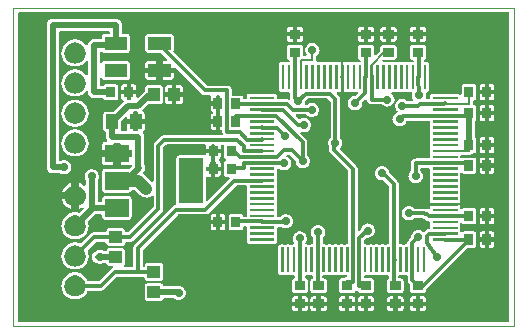
<source format=gtl>
G75*
G71*
%OFA0B0*%
%FSLAX23Y23*%
%IPPOS*%
%LPD*%
%ADD10C,0.1*%
%ADD11C,0.305*%
%ADD12C,0.177*%
%ADD13C,0.508*%
%ADD14C,1.016*%
%ADD15C,0.706*%
%LPD*%G36*
X381Y2996D02*
X381Y3995D01*
X381Y7990D01*
X381Y8989D01*
X381Y9987D01*
X381Y10986D01*
X381Y11985D01*
X381Y12983D01*
X381Y13982D01*
X381Y14981D01*
X381Y15980D01*
X381Y16978D01*
X381Y17977D01*
X381Y19974D01*
X381Y20973D01*
X381Y21972D01*
X381Y26507D01*
X458Y26584D01*
X3944Y26584D01*
X4930Y26584D01*
X5917Y26584D01*
X6903Y26584D01*
X7889Y26584D01*
X11833Y26584D01*
X12819Y26584D01*
X13806Y26584D01*
X15778Y26584D01*
X16764Y26584D01*
X17750Y26584D01*
X20708Y26584D01*
X21695Y26584D01*
X22681Y26584D01*
X23667Y26584D01*
X24653Y26584D01*
X25639Y26584D01*
X26625Y26584D01*
X41945Y26584D01*
X42021Y26507D01*
X42021Y24968D01*
X42021Y23969D01*
X42021Y22971D01*
X42021Y21972D01*
X42021Y19975D01*
X42021Y18976D01*
X42021Y17977D01*
X42021Y14981D01*
X42021Y13982D01*
X42021Y12984D01*
X42021Y11985D01*
X42021Y459D01*
X41945Y383D01*
X38459Y383D01*
X37473Y383D01*
X36487Y383D01*
X35501Y383D01*
X34514Y383D01*
X33528Y383D01*
X32542Y383D01*
X31556Y383D01*
X28598Y383D01*
X27612Y383D01*
X26625Y383D01*
X24653Y383D01*
X23667Y383D01*
X22681Y383D01*
X21695Y383D01*
X20709Y383D01*
X19723Y383D01*
X18736Y383D01*
X17750Y383D01*
X15778Y383D01*
X14792Y383D01*
X13806Y383D01*
X12820Y383D01*
X11833Y383D01*
X10847Y383D01*
X8875Y383D01*
X7889Y383D01*
X6903Y383D01*
X5917Y383D01*
X4931Y383D01*
X3944Y383D01*
X2958Y383D01*
X458Y383D01*
X381Y459D01*
X381Y1998D01*
X381Y2996D01*
G37*
%LPC*%G36*
X19762Y19332D02*
X19686Y19256D01*
X19569Y19256D01*
X19493Y19325D01*
X19491Y19347D01*
X19478Y19393D01*
X19454Y19436D01*
X19423Y19474D01*
X19385Y19505D01*
X19342Y19528D01*
X19296Y19543D01*
X19243Y19548D01*
X18604Y19548D01*
X18527Y19624D01*
X18527Y19975D01*
X18518Y20058D01*
X18496Y20134D01*
X18459Y20202D01*
X18408Y20264D01*
X18348Y20313D01*
X18278Y20351D01*
X18203Y20374D01*
X18121Y20382D01*
X16434Y20382D01*
X16380Y20404D01*
X13574Y23210D01*
X13560Y23300D01*
X13573Y23323D01*
X13586Y23370D01*
X13592Y23423D01*
X13592Y24515D01*
X13586Y24568D01*
X13573Y24615D01*
X13550Y24658D01*
X13518Y24696D01*
X13481Y24727D01*
X13438Y24750D01*
X13391Y24764D01*
X13338Y24770D01*
X11446Y24770D01*
X11393Y24764D01*
X11346Y24750D01*
X11303Y24727D01*
X11265Y24696D01*
X11235Y24658D01*
X11211Y24615D01*
X11197Y24569D01*
X11192Y24516D01*
X11192Y23423D01*
X11197Y23370D01*
X11211Y23324D01*
X11235Y23281D01*
X11265Y23243D01*
X11303Y23212D01*
X11346Y23188D01*
X11392Y23175D01*
X11445Y23170D01*
X12444Y23170D01*
X12498Y23147D01*
X13045Y22600D01*
X12991Y22470D01*
X12711Y22470D01*
X12711Y21889D01*
X13592Y21889D01*
X13592Y21869D01*
X13723Y21923D01*
X15948Y19698D01*
X16012Y19645D01*
X16081Y19608D01*
X16157Y19585D01*
X16238Y19577D01*
X16706Y19577D01*
X16765Y19451D01*
X16753Y19436D01*
X16730Y19393D01*
X16716Y19346D01*
X16710Y19293D01*
X16710Y19046D01*
X17165Y19046D01*
X17165Y19500D01*
X17242Y19577D01*
X17442Y19577D01*
X17518Y19500D01*
X17518Y19046D01*
X17646Y19046D01*
X17722Y18969D01*
X17722Y18737D01*
X17646Y18661D01*
X17518Y18661D01*
X17518Y18113D01*
X17518Y18082D01*
X17518Y17536D01*
X17646Y17536D01*
X17722Y17459D01*
X17722Y17226D01*
X17646Y17150D01*
X17518Y17150D01*
X17518Y16648D01*
X17646Y16648D01*
X17722Y16571D01*
X17722Y16443D01*
X17730Y16361D01*
X17741Y16326D01*
X17667Y16228D01*
X12805Y16228D01*
X12724Y16220D01*
X12648Y16196D01*
X12578Y16159D01*
X12515Y16107D01*
X12007Y15600D01*
X11955Y15536D01*
X11918Y15466D01*
X11894Y15390D01*
X11886Y15309D01*
X11886Y12316D01*
X11759Y12259D01*
X11074Y12876D01*
X11029Y12909D01*
X10991Y12940D01*
X10986Y13053D01*
X11019Y13087D01*
X11084Y13166D01*
X11131Y13253D01*
X11159Y13347D01*
X11169Y13445D01*
X11159Y13544D01*
X11131Y13638D01*
X11119Y13659D01*
X11110Y13695D01*
X11110Y16058D01*
X11100Y16159D01*
X11072Y16254D01*
X11025Y16340D01*
X10972Y16405D01*
X10996Y16521D01*
X11022Y16535D01*
X11059Y16566D01*
X11091Y16604D01*
X11114Y16647D01*
X11128Y16694D01*
X11133Y16746D01*
X11133Y17111D01*
X10590Y17111D01*
X10590Y16641D01*
X10514Y16565D01*
X10253Y16565D01*
X10176Y16641D01*
X10176Y17111D01*
X9633Y17111D01*
X9633Y16746D01*
X9638Y16694D01*
X9648Y16664D01*
X9574Y16565D01*
X9192Y16565D01*
X9119Y16664D01*
X9128Y16694D01*
X9133Y16746D01*
X9133Y17348D01*
X9156Y17402D01*
X9503Y17749D01*
X9633Y17695D01*
X9633Y17574D01*
X10176Y17574D01*
X10176Y18120D01*
X10253Y18197D01*
X10514Y18197D01*
X10590Y18120D01*
X10590Y17574D01*
X11133Y17574D01*
X11133Y17939D01*
X11128Y17991D01*
X11114Y18038D01*
X11091Y18081D01*
X11059Y18119D01*
X11022Y18150D01*
X10978Y18173D01*
X10953Y18181D01*
X10927Y18313D01*
X10967Y18347D01*
X11423Y18802D01*
X11477Y18825D01*
X12420Y18825D01*
X12472Y18830D01*
X12518Y18844D01*
X12562Y18867D01*
X12599Y18899D01*
X12631Y18936D01*
X12654Y18980D01*
X12668Y19026D01*
X12673Y19079D01*
X12673Y20172D01*
X12668Y20223D01*
X12654Y20271D01*
X12631Y20313D01*
X12599Y20351D01*
X12562Y20382D01*
X12518Y20405D01*
X12472Y20420D01*
X12420Y20425D01*
X11427Y20425D01*
X11375Y20420D01*
X11328Y20405D01*
X11285Y20382D01*
X11247Y20351D01*
X11215Y20313D01*
X11193Y20271D01*
X11178Y20223D01*
X11173Y20172D01*
X11173Y20010D01*
X11151Y19956D01*
X10540Y19344D01*
X10409Y19399D01*
X10409Y19637D01*
X9955Y19637D01*
X9955Y19281D01*
X9879Y19205D01*
X9745Y19205D01*
X9685Y19199D01*
X9601Y19275D01*
X9601Y19637D01*
X9147Y19637D01*
X9147Y19389D01*
X9152Y19336D01*
X9167Y19290D01*
X9190Y19246D01*
X9220Y19209D01*
X9258Y19177D01*
X9301Y19154D01*
X9319Y19149D01*
X9350Y19022D01*
X8543Y18215D01*
X8489Y18193D01*
X7887Y18193D01*
X7835Y18188D01*
X7788Y18173D01*
X7745Y18150D01*
X7707Y18119D01*
X7676Y18081D01*
X7653Y18038D01*
X7638Y17991D01*
X7633Y17939D01*
X7633Y16746D01*
X7638Y16694D01*
X7653Y16647D01*
X7676Y16604D01*
X7707Y16566D01*
X7744Y16535D01*
X7788Y16512D01*
X7826Y16501D01*
X7879Y16428D01*
X7879Y16065D01*
X7889Y15963D01*
X7918Y15869D01*
X7965Y15781D01*
X7982Y15760D01*
X7923Y15635D01*
X7777Y15635D01*
X7724Y15630D01*
X7678Y15616D01*
X7635Y15592D01*
X7597Y15562D01*
X7566Y15524D01*
X7543Y15481D01*
X7528Y15434D01*
X7523Y15382D01*
X7523Y14905D01*
X8441Y14905D01*
X8441Y15480D01*
X8518Y15557D01*
X9029Y15557D01*
X9105Y15480D01*
X9105Y14905D01*
X10026Y14905D01*
X10102Y14828D01*
X10102Y14442D01*
X10026Y14366D01*
X9105Y14366D01*
X9105Y13635D01*
X9770Y13635D01*
X9822Y13641D01*
X9868Y13654D01*
X9912Y13678D01*
X9949Y13709D01*
X9967Y13730D01*
X10102Y13681D01*
X10102Y13627D01*
X10080Y13573D01*
X9861Y13354D01*
X9800Y13332D01*
X9770Y13335D01*
X7777Y13335D01*
X7724Y13330D01*
X7678Y13316D01*
X7635Y13292D01*
X7597Y13262D01*
X7566Y13224D01*
X7543Y13181D01*
X7528Y13134D01*
X7523Y13082D01*
X7523Y11589D01*
X7528Y11536D01*
X7543Y11490D01*
X7566Y11447D01*
X7597Y11409D01*
X7635Y11378D01*
X7678Y11354D01*
X7725Y11341D01*
X7778Y11335D01*
X9770Y11335D01*
X9822Y11341D01*
X9868Y11354D01*
X9912Y11378D01*
X9949Y11409D01*
X9981Y11447D01*
X10004Y11490D01*
X10008Y11503D01*
X10081Y11557D01*
X10244Y11557D01*
X10295Y11537D01*
X10772Y11108D01*
X10895Y11017D01*
X11029Y10954D01*
X11174Y10918D01*
X11323Y10912D01*
X11469Y10934D01*
X11609Y10985D01*
X11736Y11061D01*
X11758Y11081D01*
X11886Y11025D01*
X11886Y10122D01*
X11864Y10068D01*
X9787Y7991D01*
X9733Y7969D01*
X9569Y7969D01*
X9492Y8045D01*
X9492Y8062D01*
X9486Y8115D01*
X9473Y8162D01*
X9450Y8205D01*
X9418Y8243D01*
X9381Y8273D01*
X9337Y8297D01*
X9291Y8311D01*
X9238Y8317D01*
X8146Y8317D01*
X8093Y8311D01*
X8046Y8297D01*
X8003Y8273D01*
X7965Y8243D01*
X7935Y8205D01*
X7911Y8162D01*
X7897Y8116D01*
X7892Y8063D01*
X7892Y8045D01*
X7816Y7969D01*
X6837Y7969D01*
X6755Y7961D01*
X6679Y7938D01*
X6611Y7900D01*
X6546Y7848D01*
X5749Y7052D01*
X5668Y7034D01*
X5606Y7058D01*
X5577Y7068D01*
X5490Y7091D01*
X5461Y7097D01*
X5372Y7111D01*
X5342Y7114D01*
X5252Y7119D01*
X5222Y7119D01*
X5131Y7114D01*
X5101Y7111D01*
X5013Y7097D01*
X4982Y7091D01*
X4896Y7068D01*
X4868Y7058D01*
X4783Y7025D01*
X4754Y7013D01*
X4675Y6973D01*
X4650Y6958D01*
X4573Y6908D01*
X4548Y6890D01*
X4479Y6834D01*
X4457Y6814D01*
X4392Y6749D01*
X4372Y6727D01*
X4316Y6658D01*
X4298Y6633D01*
X4249Y6557D01*
X4234Y6531D01*
X4193Y6451D01*
X4181Y6423D01*
X4148Y6338D01*
X4138Y6310D01*
X4115Y6224D01*
X4109Y6193D01*
X4095Y6105D01*
X4092Y6075D01*
X4087Y5984D01*
X4087Y5954D01*
X4092Y5864D01*
X4095Y5834D01*
X4109Y5745D01*
X4115Y5716D01*
X4138Y5629D01*
X4148Y5600D01*
X4180Y5516D01*
X4193Y5488D01*
X4234Y5408D01*
X4249Y5381D01*
X4298Y5306D01*
X4315Y5282D01*
X4372Y5211D01*
X4392Y5189D01*
X4456Y5125D01*
X4478Y5106D01*
X4548Y5048D01*
X4573Y5031D01*
X4649Y4981D01*
X4675Y4966D01*
X4755Y4925D01*
X4783Y4913D01*
X4867Y4881D01*
X4895Y4872D01*
X4983Y4848D01*
X5012Y4842D01*
X5102Y4828D01*
X5132Y4825D01*
X5222Y4820D01*
X5252Y4820D01*
X5341Y4825D01*
X5372Y4828D01*
X5461Y4842D01*
X5490Y4848D01*
X5578Y4872D01*
X5607Y4881D01*
X5690Y4913D01*
X5718Y4925D01*
X5798Y4967D01*
X5825Y4982D01*
X5901Y5031D01*
X5925Y5048D01*
X5995Y5106D01*
X6017Y5125D01*
X6081Y5189D01*
X6100Y5211D01*
X6158Y5282D01*
X6176Y5306D01*
X6224Y5381D01*
X6239Y5408D01*
X6281Y5488D01*
X6293Y5516D01*
X6325Y5599D01*
X6334Y5628D01*
X6358Y5716D01*
X6365Y5745D01*
X6379Y5834D01*
X6381Y5864D01*
X6386Y5954D01*
X6386Y5984D01*
X6381Y6075D01*
X6379Y6105D01*
X6364Y6193D01*
X6358Y6223D01*
X6334Y6311D01*
X6325Y6339D01*
X6302Y6401D01*
X6319Y6483D01*
X6978Y7141D01*
X7032Y7164D01*
X7816Y7164D01*
X7892Y7087D01*
X7892Y7070D01*
X7897Y7017D01*
X7911Y6971D01*
X7935Y6928D01*
X7965Y6890D01*
X8003Y6859D01*
X8046Y6835D01*
X8092Y6822D01*
X8145Y6817D01*
X9238Y6817D01*
X9291Y6822D01*
X9337Y6835D01*
X9381Y6859D01*
X9418Y6890D01*
X9450Y6928D01*
X9473Y6970D01*
X9486Y7017D01*
X9492Y7070D01*
X9492Y7087D01*
X9569Y7164D01*
X9928Y7164D01*
X10011Y7172D01*
X10086Y7194D01*
X10155Y7232D01*
X10220Y7284D01*
X12571Y9635D01*
X12623Y9700D01*
X12661Y9770D01*
X12683Y9845D01*
X12691Y9927D01*
X12691Y15113D01*
X12714Y15167D01*
X12947Y15400D01*
X13001Y15423D01*
X16236Y15423D01*
X16312Y15339D01*
X16307Y15287D01*
X16307Y15039D01*
X16761Y15039D01*
X16761Y15346D01*
X16838Y15423D01*
X17039Y15423D01*
X17115Y15346D01*
X17115Y15039D01*
X17569Y15039D01*
X17569Y15287D01*
X17564Y15339D01*
X17641Y15423D01*
X17760Y15423D01*
X17836Y15339D01*
X17831Y15287D01*
X17831Y14405D01*
X17836Y14352D01*
X17851Y14306D01*
X17874Y14263D01*
X17904Y14225D01*
X17942Y14194D01*
X17985Y14170D01*
X17989Y14022D01*
X17942Y13997D01*
X17904Y13967D01*
X17874Y13929D01*
X17851Y13886D01*
X17836Y13839D01*
X17831Y13787D01*
X17831Y12905D01*
X17836Y12852D01*
X17851Y12806D01*
X17874Y12763D01*
X17904Y12725D01*
X17942Y12694D01*
X17985Y12670D01*
X18033Y12657D01*
X18085Y12651D01*
X18284Y12651D01*
X18338Y12520D01*
X16454Y10635D01*
X16323Y10689D01*
X16323Y12617D01*
X16437Y12684D01*
X16461Y12670D01*
X16509Y12657D01*
X16561Y12651D01*
X16761Y12651D01*
X16761Y13153D01*
X16400Y13153D01*
X16323Y13229D01*
X16323Y13462D01*
X16400Y13539D01*
X16761Y13539D01*
X16761Y14074D01*
X16761Y14116D01*
X16761Y14653D01*
X16307Y14653D01*
X16307Y14519D01*
X16194Y14452D01*
X16168Y14466D01*
X16122Y14480D01*
X16070Y14485D01*
X14077Y14485D01*
X14024Y14480D01*
X13978Y14466D01*
X13935Y14442D01*
X13897Y14412D01*
X13866Y14374D01*
X13843Y14331D01*
X13828Y14284D01*
X13823Y14232D01*
X13823Y10439D01*
X13828Y10386D01*
X13763Y10288D01*
X13718Y10283D01*
X13642Y10260D01*
X13573Y10223D01*
X13509Y10171D01*
X10281Y6943D01*
X10229Y6879D01*
X10192Y6810D01*
X10168Y6734D01*
X10160Y6652D01*
X10160Y5073D01*
X10084Y4997D01*
X9383Y4997D01*
X9347Y5140D01*
X9381Y5159D01*
X9418Y5190D01*
X9450Y5228D01*
X9473Y5270D01*
X9486Y5317D01*
X9492Y5370D01*
X9492Y6362D01*
X9486Y6415D01*
X9473Y6462D01*
X9450Y6505D01*
X9418Y6543D01*
X9381Y6573D01*
X9337Y6597D01*
X9291Y6611D01*
X9238Y6617D01*
X8146Y6617D01*
X8093Y6611D01*
X8046Y6597D01*
X8003Y6573D01*
X7965Y6543D01*
X7935Y6505D01*
X7911Y6462D01*
X7900Y6426D01*
X7827Y6371D01*
X7756Y6371D01*
X7707Y6388D01*
X7689Y6403D01*
X7584Y6459D01*
X7472Y6493D01*
X7354Y6504D01*
X7236Y6493D01*
X7123Y6459D01*
X7019Y6403D01*
X6928Y6328D01*
X6919Y6317D01*
X6895Y6298D01*
X6881Y6290D01*
X6873Y6285D01*
X6844Y6262D01*
X6803Y6230D01*
X6792Y6218D01*
X6788Y6212D01*
X6739Y6154D01*
X6732Y6144D01*
X6712Y6105D01*
X6691Y6069D01*
X6687Y6059D01*
X6669Y5999D01*
X6661Y5975D01*
X6659Y5966D01*
X6653Y5915D01*
X6649Y5877D01*
X6648Y5864D01*
X6653Y5822D01*
X6656Y5778D01*
X6658Y5767D01*
X6675Y5714D01*
X6683Y5683D01*
X6687Y5674D01*
X6703Y5643D01*
X6728Y5595D01*
X6737Y5581D01*
X6789Y5518D01*
X6798Y5508D01*
X6827Y5485D01*
X6864Y5453D01*
X6874Y5446D01*
X6903Y5431D01*
X6950Y5405D01*
X6963Y5399D01*
X6977Y5396D01*
X7044Y5374D01*
X7057Y5372D01*
X7089Y5363D01*
X7123Y5345D01*
X7236Y5311D01*
X7354Y5299D01*
X7472Y5311D01*
X7584Y5345D01*
X7600Y5354D01*
X7636Y5363D01*
X7826Y5363D01*
X7900Y5308D01*
X7911Y5271D01*
X7935Y5228D01*
X7965Y5190D01*
X8003Y5159D01*
X8046Y5135D01*
X8092Y5122D01*
X8145Y5117D01*
X8414Y5117D01*
X8436Y4967D01*
X8362Y4928D01*
X8297Y4876D01*
X7289Y3867D01*
X7235Y3845D01*
X6365Y3845D01*
X6294Y3894D01*
X6281Y3923D01*
X6239Y4004D01*
X6224Y4031D01*
X6176Y4106D01*
X6158Y4129D01*
X6100Y4201D01*
X6081Y4223D01*
X6017Y4286D01*
X5995Y4306D01*
X5925Y4363D01*
X5900Y4381D01*
X5825Y4430D01*
X5798Y4445D01*
X5718Y4486D01*
X5690Y4499D01*
X5607Y4531D01*
X5578Y4540D01*
X5490Y4564D01*
X5461Y4570D01*
X5372Y4583D01*
X5341Y4587D01*
X5252Y4592D01*
X5222Y4592D01*
X5132Y4587D01*
X5102Y4583D01*
X5012Y4570D01*
X4983Y4564D01*
X4895Y4540D01*
X4867Y4531D01*
X4783Y4498D01*
X4755Y4486D01*
X4675Y4445D01*
X4649Y4430D01*
X4573Y4381D01*
X4549Y4363D01*
X4479Y4306D01*
X4457Y4286D01*
X4392Y4222D01*
X4372Y4200D01*
X4315Y4130D01*
X4298Y4106D01*
X4249Y4031D01*
X4234Y4004D01*
X4193Y3923D01*
X4180Y3896D01*
X4148Y3811D01*
X4138Y3782D01*
X4115Y3696D01*
X4109Y3666D01*
X4095Y3577D01*
X4092Y3548D01*
X4087Y3457D01*
X4087Y3427D01*
X4092Y3337D01*
X4095Y3307D01*
X4109Y3218D01*
X4115Y3188D01*
X4138Y3101D01*
X4148Y3072D01*
X4180Y2988D01*
X4193Y2960D01*
X4234Y2880D01*
X4249Y2854D01*
X4298Y2778D01*
X4316Y2754D01*
X4372Y2684D01*
X4392Y2662D01*
X4457Y2597D01*
X4479Y2577D01*
X4548Y2521D01*
X4573Y2503D01*
X4649Y2453D01*
X4675Y2438D01*
X4755Y2397D01*
X4783Y2385D01*
X4868Y2353D01*
X4896Y2344D01*
X4982Y2321D01*
X5013Y2315D01*
X5102Y2300D01*
X5132Y2297D01*
X5221Y2293D01*
X5252Y2293D01*
X5342Y2297D01*
X5371Y2300D01*
X5461Y2314D01*
X5490Y2321D01*
X5577Y2344D01*
X5606Y2353D01*
X5691Y2385D01*
X5718Y2397D01*
X5798Y2439D01*
X5825Y2454D01*
X5900Y2503D01*
X5925Y2521D01*
X5995Y2577D01*
X6017Y2597D01*
X6081Y2662D01*
X6100Y2684D01*
X6158Y2754D01*
X6175Y2778D01*
X6225Y2854D01*
X6240Y2880D01*
X6281Y2960D01*
X6293Y2988D01*
X6366Y3040D01*
X7429Y3040D01*
X7511Y3048D01*
X7587Y3070D01*
X7656Y3107D01*
X7720Y3160D01*
X8729Y4169D01*
X8783Y4192D01*
X10538Y4192D01*
X10550Y4192D01*
X11046Y4194D01*
X11123Y4118D01*
X11123Y4105D01*
X11128Y4053D01*
X11143Y4006D01*
X11166Y3963D01*
X11197Y3925D01*
X11234Y3894D01*
X11278Y3871D01*
X11325Y3857D01*
X11377Y3852D01*
X12470Y3852D01*
X12522Y3857D01*
X12568Y3871D01*
X12612Y3894D01*
X12649Y3925D01*
X12681Y3963D01*
X12704Y4006D01*
X12718Y4053D01*
X12723Y4105D01*
X12723Y5098D01*
X12718Y5150D01*
X12704Y5197D01*
X12681Y5240D01*
X12649Y5278D01*
X12612Y5309D01*
X12568Y5332D01*
X12522Y5347D01*
X12470Y5352D01*
X11377Y5352D01*
X11325Y5347D01*
X11278Y5332D01*
X11235Y5309D01*
X11197Y5278D01*
X11166Y5240D01*
X11143Y5197D01*
X11128Y5150D01*
X11123Y5098D01*
X11123Y5075D01*
X11047Y4999D01*
X10965Y5075D01*
X10965Y6457D01*
X10988Y6511D01*
X13941Y9464D01*
X13995Y9487D01*
X16273Y9487D01*
X16355Y9495D01*
X16431Y9517D01*
X16500Y9554D01*
X16563Y9607D01*
X18886Y11928D01*
X18940Y11951D01*
X19686Y11951D01*
X19762Y11874D01*
X19762Y11747D01*
X19767Y11694D01*
X19782Y11648D01*
X19786Y11639D01*
X19786Y11567D01*
X19782Y11559D01*
X19767Y11512D01*
X19762Y11460D01*
X19762Y11247D01*
X19767Y11194D01*
X19782Y11148D01*
X19786Y11139D01*
X19786Y11067D01*
X19782Y11059D01*
X19767Y11012D01*
X19762Y10960D01*
X19762Y10747D01*
X19767Y10694D01*
X19782Y10648D01*
X19786Y10639D01*
X19786Y10567D01*
X19782Y10559D01*
X19767Y10512D01*
X19762Y10460D01*
X19762Y10247D01*
X19767Y10194D01*
X19782Y10148D01*
X19786Y10139D01*
X19786Y10067D01*
X19782Y10059D01*
X19767Y10012D01*
X19762Y9960D01*
X19762Y9747D01*
X19767Y9694D01*
X19782Y9648D01*
X19786Y9639D01*
X19786Y9567D01*
X19782Y9559D01*
X19767Y9512D01*
X19762Y9460D01*
X19762Y9366D01*
X19686Y9290D01*
X19563Y9290D01*
X19490Y9345D01*
X19478Y9386D01*
X19454Y9429D01*
X19423Y9467D01*
X19385Y9497D01*
X19342Y9521D01*
X19296Y9535D01*
X19243Y9540D01*
X18488Y9540D01*
X18435Y9535D01*
X18389Y9521D01*
X18346Y9497D01*
X18308Y9467D01*
X18277Y9429D01*
X18254Y9386D01*
X18240Y9339D01*
X18234Y9286D01*
X18234Y8405D01*
X18240Y8352D01*
X18254Y8305D01*
X18277Y8263D01*
X18308Y8225D01*
X18346Y8194D01*
X18389Y8170D01*
X18436Y8157D01*
X18489Y8151D01*
X19243Y8151D01*
X19296Y8157D01*
X19342Y8170D01*
X19385Y8194D01*
X19423Y8225D01*
X19454Y8263D01*
X19478Y8306D01*
X19491Y8352D01*
X19496Y8405D01*
X19573Y8485D01*
X19686Y8485D01*
X19762Y8408D01*
X19762Y8247D01*
X19767Y8194D01*
X19782Y8148D01*
X19786Y8139D01*
X19786Y8067D01*
X19782Y8059D01*
X19767Y8012D01*
X19762Y7960D01*
X19762Y7747D01*
X19767Y7694D01*
X19782Y7648D01*
X19786Y7639D01*
X19786Y7567D01*
X19782Y7559D01*
X19767Y7512D01*
X19762Y7460D01*
X19762Y7247D01*
X19767Y7194D01*
X19782Y7148D01*
X19805Y7104D01*
X19835Y7067D01*
X19873Y7035D01*
X19916Y7012D01*
X19964Y6999D01*
X20016Y6993D01*
X22108Y6993D01*
X22161Y6999D01*
X22208Y7012D01*
X22251Y7035D01*
X22288Y7067D01*
X22320Y7104D01*
X22343Y7148D01*
X22357Y7194D01*
X22362Y7247D01*
X22362Y7460D01*
X22357Y7512D01*
X22343Y7559D01*
X22338Y7567D01*
X22338Y7639D01*
X22343Y7648D01*
X22357Y7694D01*
X22362Y7747D01*
X22362Y7960D01*
X22357Y8012D01*
X22343Y8059D01*
X22338Y8067D01*
X22338Y8139D01*
X22343Y8148D01*
X22357Y8194D01*
X22362Y8247D01*
X22362Y8374D01*
X22439Y8451D01*
X22663Y8451D01*
X22711Y8434D01*
X22737Y8412D01*
X22841Y8356D01*
X22955Y8322D01*
X23072Y8310D01*
X23190Y8322D01*
X23303Y8356D01*
X23407Y8412D01*
X23498Y8487D01*
X23573Y8578D01*
X23629Y8682D01*
X23663Y8795D01*
X23675Y8913D01*
X23663Y9030D01*
X23629Y9144D01*
X23573Y9248D01*
X23498Y9339D01*
X23407Y9413D01*
X23303Y9469D01*
X23190Y9504D01*
X23072Y9515D01*
X22955Y9504D01*
X22841Y9469D01*
X22737Y9413D01*
X22646Y9339D01*
X22600Y9284D01*
X22541Y9256D01*
X22439Y9256D01*
X22362Y9332D01*
X22362Y9460D01*
X22357Y9512D01*
X22343Y9559D01*
X22338Y9567D01*
X22338Y9639D01*
X22343Y9648D01*
X22357Y9694D01*
X22362Y9747D01*
X22362Y9960D01*
X22357Y10012D01*
X22343Y10059D01*
X22338Y10067D01*
X22338Y10139D01*
X22343Y10148D01*
X22357Y10194D01*
X22362Y10247D01*
X22362Y10460D01*
X22357Y10512D01*
X22343Y10559D01*
X22338Y10567D01*
X22338Y10639D01*
X22343Y10648D01*
X22357Y10694D01*
X22362Y10747D01*
X22362Y10960D01*
X22357Y11012D01*
X22343Y11059D01*
X22338Y11067D01*
X22338Y11139D01*
X22343Y11148D01*
X22357Y11194D01*
X22362Y11247D01*
X22362Y11460D01*
X22357Y11512D01*
X22343Y11559D01*
X22338Y11567D01*
X22338Y11639D01*
X22343Y11648D01*
X22357Y11694D01*
X22362Y11747D01*
X22362Y11960D01*
X22357Y12012D01*
X22343Y12059D01*
X22338Y12067D01*
X22338Y12139D01*
X22343Y12148D01*
X22357Y12194D01*
X22362Y12247D01*
X22362Y12460D01*
X22357Y12512D01*
X22343Y12559D01*
X22338Y12567D01*
X22338Y12639D01*
X22343Y12648D01*
X22357Y12694D01*
X22362Y12747D01*
X22362Y12960D01*
X22357Y13012D01*
X22343Y13059D01*
X22338Y13067D01*
X22338Y13139D01*
X22343Y13148D01*
X22357Y13194D01*
X22362Y13247D01*
X22362Y13341D01*
X22439Y13418D01*
X22451Y13418D01*
X22510Y13390D01*
X22598Y13319D01*
X22703Y13263D01*
X22816Y13229D01*
X22934Y13217D01*
X23051Y13229D01*
X23164Y13263D01*
X23268Y13319D01*
X23360Y13394D01*
X23435Y13485D01*
X23490Y13590D01*
X23524Y13702D01*
X23536Y13820D01*
X23524Y13937D01*
X23490Y14051D01*
X23435Y14155D01*
X23359Y14246D01*
X23268Y14321D01*
X23164Y14376D01*
X23132Y14386D01*
X23154Y14536D01*
X23373Y14536D01*
X23427Y14513D01*
X23887Y14052D01*
X23909Y13991D01*
X23921Y13879D01*
X23956Y13766D01*
X24012Y13662D01*
X24086Y13570D01*
X24178Y13495D01*
X24282Y13439D01*
X24395Y13406D01*
X24513Y13394D01*
X24630Y13406D01*
X24743Y13439D01*
X24847Y13495D01*
X24938Y13571D01*
X25014Y13662D01*
X25069Y13766D01*
X25103Y13879D01*
X25115Y13996D01*
X25103Y14114D01*
X25069Y14227D01*
X25014Y14332D01*
X24939Y14423D01*
X24915Y14478D01*
X24915Y15582D01*
X24906Y15664D01*
X24884Y15740D01*
X24847Y15810D01*
X24794Y15874D01*
X24296Y16371D01*
X24386Y16493D01*
X24497Y16461D01*
X24615Y16449D01*
X24732Y16461D01*
X24845Y16494D01*
X24949Y16550D01*
X25040Y16626D01*
X25116Y16717D01*
X25171Y16821D01*
X25205Y16933D01*
X25217Y17051D01*
X25205Y17169D01*
X25171Y17282D01*
X25116Y17387D01*
X25041Y17478D01*
X24949Y17552D01*
X24845Y17608D01*
X24732Y17642D01*
X24615Y17654D01*
X24497Y17642D01*
X24384Y17608D01*
X24279Y17552D01*
X24180Y17560D01*
X23928Y17812D01*
X23982Y17943D01*
X24802Y17943D01*
X24861Y17915D01*
X24948Y17845D01*
X25052Y17789D01*
X25166Y17755D01*
X25283Y17743D01*
X25401Y17755D01*
X25514Y17789D01*
X25618Y17845D01*
X25709Y17920D01*
X25784Y18011D01*
X25840Y18115D01*
X25874Y18228D01*
X25886Y18345D01*
X25874Y18463D01*
X25840Y18577D01*
X25784Y18681D01*
X25709Y18772D01*
X25618Y18846D01*
X25514Y18902D01*
X25401Y18937D01*
X25283Y18948D01*
X25166Y18937D01*
X25052Y18902D01*
X24948Y18846D01*
X24857Y18772D01*
X24801Y18748D01*
X24756Y18748D01*
X24683Y18847D01*
X24715Y18951D01*
X24727Y19069D01*
X24749Y19125D01*
X24916Y19291D01*
X24970Y19314D01*
X26595Y19314D01*
X26649Y19291D01*
X26853Y19087D01*
X26875Y19033D01*
X26875Y16032D01*
X26847Y15973D01*
X26777Y15886D01*
X26722Y15782D01*
X26687Y15668D01*
X26676Y15551D01*
X26687Y15433D01*
X26722Y15321D01*
X26752Y15262D01*
X26761Y15227D01*
X26761Y14937D01*
X26769Y14854D01*
X26792Y14780D01*
X26829Y14710D01*
X26881Y14646D01*
X28358Y13169D01*
X28380Y13115D01*
X28380Y7015D01*
X28304Y6939D01*
X28177Y6939D01*
X28125Y6933D01*
X28078Y6919D01*
X28069Y6914D01*
X27998Y6914D01*
X27989Y6919D01*
X27942Y6933D01*
X27889Y6939D01*
X27677Y6939D01*
X27625Y6933D01*
X27578Y6919D01*
X27569Y6914D01*
X27498Y6914D01*
X27489Y6919D01*
X27442Y6933D01*
X27389Y6939D01*
X27177Y6939D01*
X27125Y6933D01*
X27078Y6919D01*
X27069Y6914D01*
X26998Y6914D01*
X26989Y6919D01*
X26942Y6933D01*
X26889Y6939D01*
X26677Y6939D01*
X26625Y6933D01*
X26578Y6919D01*
X26569Y6914D01*
X26498Y6914D01*
X26489Y6919D01*
X26442Y6933D01*
X26389Y6939D01*
X26291Y6939D01*
X26214Y7015D01*
X26214Y7504D01*
X26242Y7563D01*
X26313Y7651D01*
X26368Y7755D01*
X26402Y7868D01*
X26414Y7985D01*
X26402Y8103D01*
X26368Y8216D01*
X26313Y8321D01*
X26238Y8412D01*
X26146Y8486D01*
X26042Y8542D01*
X25929Y8577D01*
X25812Y8588D01*
X25694Y8577D01*
X25581Y8542D01*
X25476Y8486D01*
X25385Y8412D01*
X25311Y8321D01*
X25255Y8216D01*
X25220Y8103D01*
X25209Y7985D01*
X25220Y7868D01*
X25255Y7755D01*
X25311Y7651D01*
X25385Y7559D01*
X25409Y7504D01*
X25409Y7015D01*
X25333Y6939D01*
X25177Y6939D01*
X25125Y6933D01*
X25078Y6919D01*
X25069Y6914D01*
X24998Y6914D01*
X24989Y6919D01*
X24942Y6933D01*
X24889Y6939D01*
X24788Y6939D01*
X24729Y7064D01*
X24768Y7111D01*
X24824Y7215D01*
X24857Y7327D01*
X24870Y7445D01*
X24857Y7563D01*
X24824Y7676D01*
X24768Y7780D01*
X24692Y7872D01*
X24602Y7946D01*
X24497Y8002D01*
X24385Y8036D01*
X24267Y8048D01*
X24149Y8036D01*
X24036Y8002D01*
X23932Y7946D01*
X23841Y7872D01*
X23766Y7780D01*
X23710Y7676D01*
X23676Y7563D01*
X23665Y7445D01*
X23676Y7327D01*
X23710Y7215D01*
X23766Y7111D01*
X23804Y7064D01*
X23745Y6939D01*
X23677Y6939D01*
X23625Y6933D01*
X23578Y6919D01*
X23569Y6914D01*
X23498Y6914D01*
X23489Y6919D01*
X23442Y6933D01*
X23389Y6939D01*
X23177Y6939D01*
X23125Y6933D01*
X23078Y6919D01*
X23069Y6914D01*
X22998Y6914D01*
X22989Y6919D01*
X22942Y6933D01*
X22889Y6939D01*
X22677Y6939D01*
X22625Y6933D01*
X22578Y6919D01*
X22535Y6896D01*
X22497Y6865D01*
X22466Y6827D01*
X22443Y6784D01*
X22428Y6737D01*
X22423Y6685D01*
X22423Y4592D01*
X22428Y4539D01*
X22443Y4493D01*
X22466Y4450D01*
X22497Y4412D01*
X22534Y4381D01*
X22578Y4358D01*
X22625Y4344D01*
X22676Y4339D01*
X22889Y4339D01*
X22942Y4344D01*
X22988Y4358D01*
X22998Y4363D01*
X23069Y4363D01*
X23078Y4358D01*
X23125Y4344D01*
X23176Y4339D01*
X23389Y4339D01*
X23442Y4344D01*
X23488Y4358D01*
X23498Y4363D01*
X23569Y4363D01*
X23578Y4358D01*
X23625Y4344D01*
X23676Y4339D01*
X23804Y4339D01*
X23880Y4262D01*
X23880Y4146D01*
X23811Y4070D01*
X23790Y4068D01*
X23743Y4053D01*
X23700Y4030D01*
X23662Y4000D01*
X23632Y3962D01*
X23608Y3919D01*
X23594Y3871D01*
X23588Y3819D01*
X23588Y3065D01*
X23594Y3012D01*
X23608Y2966D01*
X23632Y2922D01*
X23662Y2885D01*
X23700Y2853D01*
X23743Y2830D01*
X23790Y2816D01*
X23842Y2811D01*
X24724Y2811D01*
X24777Y2816D01*
X24823Y2830D01*
X24866Y2853D01*
X24904Y2885D01*
X24935Y2922D01*
X24959Y2966D01*
X24972Y3012D01*
X24977Y3065D01*
X24977Y3820D01*
X24972Y3872D01*
X24959Y3919D01*
X24935Y3962D01*
X24904Y4000D01*
X24866Y4030D01*
X24823Y4053D01*
X24777Y4068D01*
X24755Y4070D01*
X24685Y4146D01*
X24685Y4262D01*
X24762Y4339D01*
X24889Y4339D01*
X24942Y4344D01*
X24988Y4358D01*
X24998Y4363D01*
X25069Y4363D01*
X25078Y4358D01*
X25125Y4344D01*
X25176Y4339D01*
X25304Y4339D01*
X25380Y4262D01*
X25380Y4128D01*
X25327Y4055D01*
X25278Y4030D01*
X25241Y4000D01*
X25210Y3962D01*
X25187Y3919D01*
X25172Y3871D01*
X25167Y3820D01*
X25167Y3065D01*
X25172Y3012D01*
X25187Y2966D01*
X25210Y2922D01*
X25241Y2885D01*
X25279Y2853D01*
X25322Y2830D01*
X25369Y2816D01*
X25421Y2811D01*
X26303Y2811D01*
X26355Y2816D01*
X26402Y2830D01*
X26445Y2853D01*
X26482Y2885D01*
X26514Y2922D01*
X26537Y2966D01*
X26551Y3012D01*
X26556Y3065D01*
X26556Y3820D01*
X26551Y3871D01*
X26537Y3919D01*
X26514Y3962D01*
X26482Y4000D01*
X26445Y4030D01*
X26402Y4053D01*
X26355Y4068D01*
X26303Y4073D01*
X26262Y4073D01*
X26185Y4149D01*
X26185Y4262D01*
X26262Y4339D01*
X26389Y4339D01*
X26442Y4344D01*
X26488Y4358D01*
X26498Y4363D01*
X26569Y4363D01*
X26578Y4358D01*
X26625Y4344D01*
X26676Y4339D01*
X26889Y4339D01*
X26942Y4344D01*
X26988Y4358D01*
X26998Y4363D01*
X27069Y4363D01*
X27078Y4358D01*
X27125Y4344D01*
X27176Y4339D01*
X27389Y4339D01*
X27442Y4344D01*
X27488Y4358D01*
X27498Y4363D01*
X27569Y4363D01*
X27578Y4358D01*
X27625Y4344D01*
X27676Y4339D01*
X27889Y4339D01*
X27942Y4344D01*
X27988Y4358D01*
X27998Y4363D01*
X28069Y4363D01*
X28078Y4358D01*
X28125Y4344D01*
X28176Y4339D01*
X28231Y4339D01*
X28238Y4186D01*
X28205Y4183D01*
X28129Y4159D01*
X28059Y4122D01*
X28020Y4090D01*
X27972Y4073D01*
X27842Y4073D01*
X27790Y4068D01*
X27743Y4053D01*
X27700Y4030D01*
X27662Y4000D01*
X27632Y3962D01*
X27608Y3919D01*
X27594Y3871D01*
X27588Y3819D01*
X27588Y3065D01*
X27594Y3012D01*
X27608Y2966D01*
X27632Y2922D01*
X27662Y2885D01*
X27700Y2853D01*
X27743Y2830D01*
X27790Y2816D01*
X27842Y2811D01*
X28724Y2811D01*
X28777Y2816D01*
X28823Y2830D01*
X28866Y2853D01*
X28904Y2885D01*
X28935Y2922D01*
X28959Y2966D01*
X28972Y3012D01*
X28974Y3033D01*
X29086Y3093D01*
X29132Y3069D01*
X29173Y3008D01*
X29187Y2966D01*
X29210Y2922D01*
X29241Y2885D01*
X29279Y2853D01*
X29322Y2830D01*
X29369Y2816D01*
X29421Y2811D01*
X30303Y2811D01*
X30355Y2816D01*
X30402Y2830D01*
X30445Y2853D01*
X30482Y2885D01*
X30514Y2922D01*
X30537Y2966D01*
X30551Y3012D01*
X30556Y3065D01*
X30556Y3820D01*
X30551Y3871D01*
X30537Y3919D01*
X30514Y3962D01*
X30482Y4000D01*
X30445Y4030D01*
X30402Y4053D01*
X30355Y4068D01*
X30303Y4073D01*
X29762Y4073D01*
X29685Y4149D01*
X29685Y4262D01*
X29762Y4339D01*
X29889Y4339D01*
X29942Y4344D01*
X29988Y4358D01*
X29998Y4363D01*
X30069Y4363D01*
X30078Y4358D01*
X30125Y4344D01*
X30176Y4339D01*
X30389Y4339D01*
X30442Y4344D01*
X30488Y4358D01*
X30498Y4363D01*
X30569Y4363D01*
X30578Y4358D01*
X30625Y4344D01*
X30676Y4339D01*
X30889Y4339D01*
X30942Y4344D01*
X30988Y4358D01*
X30998Y4363D01*
X31069Y4363D01*
X31078Y4358D01*
X31125Y4344D01*
X31176Y4339D01*
X31389Y4339D01*
X31442Y4344D01*
X31488Y4358D01*
X31498Y4363D01*
X31569Y4363D01*
X31578Y4358D01*
X31625Y4344D01*
X31676Y4339D01*
X31734Y4339D01*
X31810Y4262D01*
X31810Y4093D01*
X31782Y4033D01*
X31741Y4000D01*
X31710Y3962D01*
X31687Y3919D01*
X31672Y3871D01*
X31667Y3820D01*
X31667Y3065D01*
X31672Y3012D01*
X31687Y2966D01*
X31710Y2922D01*
X31741Y2885D01*
X31779Y2853D01*
X31822Y2830D01*
X31869Y2816D01*
X31921Y2811D01*
X32803Y2811D01*
X32855Y2816D01*
X32902Y2830D01*
X32945Y2853D01*
X32982Y2885D01*
X33014Y2922D01*
X33037Y2966D01*
X33051Y3012D01*
X33056Y3065D01*
X33056Y3820D01*
X33051Y3871D01*
X33037Y3919D01*
X33014Y3962D01*
X32982Y4000D01*
X32945Y4030D01*
X32902Y4053D01*
X32855Y4068D01*
X32803Y4073D01*
X32692Y4073D01*
X32615Y4149D01*
X32615Y4262D01*
X32692Y4339D01*
X32889Y4339D01*
X32942Y4344D01*
X32988Y4358D01*
X32998Y4363D01*
X33069Y4363D01*
X33078Y4358D01*
X33125Y4344D01*
X33176Y4339D01*
X33315Y4339D01*
X33391Y4262D01*
X33391Y3935D01*
X33399Y3853D01*
X33422Y3777D01*
X33459Y3708D01*
X33511Y3645D01*
X33566Y3590D01*
X33588Y3536D01*
X33588Y3065D01*
X33594Y3012D01*
X33608Y2966D01*
X33632Y2922D01*
X33662Y2885D01*
X33700Y2853D01*
X33743Y2830D01*
X33790Y2816D01*
X33842Y2811D01*
X34724Y2811D01*
X34777Y2816D01*
X34823Y2830D01*
X34866Y2853D01*
X34904Y2885D01*
X34935Y2922D01*
X34959Y2966D01*
X34972Y3012D01*
X34977Y3065D01*
X34977Y3144D01*
X35000Y3198D01*
X38438Y6636D01*
X38492Y6659D01*
X38971Y6659D01*
X39023Y6664D01*
X39069Y6678D01*
X39113Y6701D01*
X39150Y6732D01*
X39182Y6770D01*
X39205Y6813D01*
X39219Y6860D01*
X39224Y6912D01*
X39224Y7794D01*
X39219Y7846D01*
X39205Y7893D01*
X39182Y7936D01*
X39150Y7974D01*
X39113Y8005D01*
X39069Y8028D01*
X39023Y8043D01*
X38971Y8048D01*
X38216Y8048D01*
X38164Y8043D01*
X38117Y8028D01*
X38074Y8005D01*
X38036Y7974D01*
X38005Y7937D01*
X37871Y7979D01*
X37868Y8004D01*
X37854Y8051D01*
X37849Y8060D01*
X37849Y8131D01*
X37854Y8141D01*
X37868Y8187D01*
X37873Y8239D01*
X37873Y8452D01*
X37868Y8504D01*
X37854Y8551D01*
X37849Y8560D01*
X37849Y8631D01*
X37854Y8641D01*
X37868Y8687D01*
X37872Y8726D01*
X38007Y8767D01*
X38036Y8732D01*
X38073Y8701D01*
X38117Y8678D01*
X38164Y8664D01*
X38216Y8659D01*
X38971Y8659D01*
X39023Y8664D01*
X39069Y8678D01*
X39113Y8701D01*
X39150Y8732D01*
X39182Y8770D01*
X39205Y8813D01*
X39219Y8860D01*
X39224Y8912D01*
X39224Y9794D01*
X39219Y9846D01*
X39205Y9893D01*
X39182Y9936D01*
X39150Y9974D01*
X39113Y10005D01*
X39069Y10028D01*
X39023Y10043D01*
X38971Y10048D01*
X38216Y10048D01*
X38164Y10043D01*
X38117Y10028D01*
X38074Y10005D01*
X38036Y9974D01*
X38005Y9937D01*
X37871Y9979D01*
X37868Y10004D01*
X37854Y10051D01*
X37849Y10060D01*
X37849Y10131D01*
X37854Y10141D01*
X37868Y10187D01*
X37873Y10239D01*
X36917Y10237D01*
X36917Y10282D01*
X36841Y10206D01*
X36306Y10206D01*
X36229Y10282D01*
X36229Y10237D01*
X35273Y10237D01*
X35279Y10187D01*
X35293Y10140D01*
X35298Y10131D01*
X35298Y10060D01*
X35293Y10051D01*
X35279Y10004D01*
X35274Y9958D01*
X35162Y9899D01*
X35080Y9925D01*
X34997Y9933D01*
X34964Y9942D01*
X34946Y9951D01*
X34871Y9975D01*
X34789Y9983D01*
X33982Y9983D01*
X33922Y10011D01*
X33835Y10081D01*
X33730Y10137D01*
X33618Y10171D01*
X33500Y10182D01*
X33383Y10171D01*
X33269Y10137D01*
X33166Y10081D01*
X33074Y10006D01*
X32999Y9915D01*
X32944Y9811D01*
X32909Y9697D01*
X32898Y9580D01*
X32909Y9462D01*
X32944Y9350D01*
X32999Y9245D01*
X33074Y9154D01*
X33165Y9079D01*
X33269Y9023D01*
X33383Y8989D01*
X33500Y8977D01*
X33618Y8989D01*
X33730Y9023D01*
X33835Y9079D01*
X33926Y9154D01*
X33982Y9178D01*
X34634Y9178D01*
X34670Y9169D01*
X34688Y9159D01*
X34764Y9136D01*
X34807Y9131D01*
X34854Y9109D01*
X34930Y9033D01*
X34994Y8980D01*
X35063Y8943D01*
X35139Y8921D01*
X35205Y8913D01*
X35273Y8837D01*
X35273Y8739D01*
X35279Y8687D01*
X35293Y8640D01*
X35298Y8631D01*
X35298Y8560D01*
X35293Y8551D01*
X35279Y8504D01*
X35273Y8451D01*
X35273Y8322D01*
X35204Y8246D01*
X35142Y8240D01*
X35066Y8217D01*
X34997Y8180D01*
X34933Y8128D01*
X34834Y8029D01*
X34732Y8024D01*
X34652Y8089D01*
X34547Y8145D01*
X34435Y8180D01*
X34317Y8191D01*
X34200Y8180D01*
X34086Y8145D01*
X33982Y8089D01*
X33891Y8015D01*
X33816Y7924D01*
X33761Y7819D01*
X33726Y7706D01*
X33715Y7588D01*
X33692Y7532D01*
X33492Y7332D01*
X33440Y7268D01*
X33402Y7199D01*
X33379Y7123D01*
X33371Y7042D01*
X33371Y7015D01*
X33295Y6939D01*
X33177Y6939D01*
X33125Y6933D01*
X33078Y6919D01*
X33069Y6914D01*
X32998Y6914D01*
X32989Y6919D01*
X32942Y6933D01*
X32889Y6939D01*
X32723Y6939D01*
X32646Y7015D01*
X32646Y12032D01*
X32637Y12114D01*
X32615Y12190D01*
X32578Y12259D01*
X32525Y12323D01*
X31868Y12980D01*
X31846Y13027D01*
X31839Y13090D01*
X31805Y13204D01*
X31749Y13308D01*
X31674Y13399D01*
X31583Y13474D01*
X31478Y13529D01*
X31366Y13564D01*
X31248Y13575D01*
X31131Y13564D01*
X31017Y13529D01*
X30913Y13474D01*
X30822Y13399D01*
X30747Y13308D01*
X30692Y13204D01*
X30657Y13090D01*
X30646Y12973D01*
X30657Y12855D01*
X30692Y12743D01*
X30747Y12638D01*
X30822Y12547D01*
X30913Y12472D01*
X31017Y12416D01*
X31131Y12382D01*
X31248Y12370D01*
X31296Y12375D01*
X31357Y12353D01*
X31819Y11891D01*
X31841Y11837D01*
X31841Y7015D01*
X31765Y6939D01*
X31677Y6939D01*
X31625Y6933D01*
X31578Y6919D01*
X31569Y6914D01*
X31498Y6914D01*
X31489Y6919D01*
X31442Y6933D01*
X31389Y6939D01*
X31177Y6939D01*
X31125Y6933D01*
X31078Y6919D01*
X31069Y6914D01*
X30998Y6914D01*
X30989Y6919D01*
X30942Y6933D01*
X30889Y6939D01*
X30677Y6939D01*
X30625Y6933D01*
X30578Y6919D01*
X30569Y6914D01*
X30498Y6914D01*
X30489Y6919D01*
X30442Y6933D01*
X30389Y6939D01*
X30177Y6939D01*
X30125Y6933D01*
X30078Y6919D01*
X30069Y6914D01*
X29998Y6914D01*
X29989Y6919D01*
X29942Y6933D01*
X29889Y6939D01*
X29762Y6939D01*
X29685Y7015D01*
X29685Y7264D01*
X29708Y7318D01*
X29891Y7501D01*
X29952Y7523D01*
X30023Y7516D01*
X30140Y7528D01*
X30253Y7561D01*
X30357Y7617D01*
X30448Y7693D01*
X30524Y7784D01*
X30579Y7888D01*
X30613Y8001D01*
X30625Y8118D01*
X30613Y8236D01*
X30579Y8349D01*
X30524Y8454D01*
X30449Y8545D01*
X30357Y8619D01*
X30253Y8675D01*
X30140Y8710D01*
X30023Y8721D01*
X29905Y8710D01*
X29792Y8675D01*
X29687Y8619D01*
X29596Y8545D01*
X29522Y8454D01*
X29466Y8349D01*
X29431Y8236D01*
X29428Y8201D01*
X29406Y8154D01*
X29316Y8064D01*
X29185Y8118D01*
X29185Y13310D01*
X29177Y13391D01*
X29155Y13467D01*
X29118Y13537D01*
X29065Y13601D01*
X27674Y14991D01*
X27680Y15105D01*
X27704Y15125D01*
X27779Y15216D01*
X27835Y15321D01*
X27869Y15433D01*
X27881Y15551D01*
X27869Y15668D01*
X27835Y15782D01*
X27779Y15886D01*
X27704Y15977D01*
X27680Y16033D01*
X27680Y19228D01*
X27672Y19309D01*
X27650Y19385D01*
X27613Y19454D01*
X27560Y19518D01*
X27386Y19692D01*
X27440Y19823D01*
X27468Y19823D01*
X27521Y19829D01*
X27568Y19842D01*
X27576Y19847D01*
X27648Y19847D01*
X27656Y19842D01*
X27703Y19829D01*
X27756Y19823D01*
X27752Y20779D01*
X27799Y20779D01*
X27722Y20855D01*
X27722Y21391D01*
X27799Y21468D01*
X27752Y21468D01*
X27752Y22423D01*
X27702Y22418D01*
X27656Y22404D01*
X27649Y22400D01*
X27575Y22400D01*
X27567Y22404D01*
X27521Y22418D01*
X27468Y22423D01*
X27255Y22423D01*
X27202Y22418D01*
X27156Y22404D01*
X27149Y22400D01*
X27075Y22400D01*
X27067Y22404D01*
X27021Y22418D01*
X26968Y22423D01*
X26755Y22423D01*
X26702Y22418D01*
X26656Y22404D01*
X26649Y22400D01*
X26575Y22400D01*
X26567Y22404D01*
X26521Y22418D01*
X26468Y22423D01*
X26255Y22423D01*
X26202Y22418D01*
X26156Y22404D01*
X26149Y22400D01*
X26075Y22400D01*
X26067Y22404D01*
X26021Y22418D01*
X25968Y22423D01*
X25755Y22423D01*
X25674Y22521D01*
X25679Y22585D01*
X25679Y22865D01*
X25707Y22925D01*
X25767Y22973D01*
X25842Y23064D01*
X25898Y23169D01*
X25931Y23281D01*
X25943Y23399D01*
X25931Y23517D01*
X25898Y23630D01*
X25842Y23733D01*
X25766Y23825D01*
X25675Y23900D01*
X25571Y23956D01*
X25458Y23990D01*
X25341Y24001D01*
X25223Y23990D01*
X25110Y23956D01*
X25006Y23900D01*
X24914Y23825D01*
X24840Y23734D01*
X24784Y23630D01*
X24749Y23517D01*
X24738Y23399D01*
X24749Y23281D01*
X24784Y23169D01*
X24840Y23064D01*
X24855Y23045D01*
X24796Y22920D01*
X24633Y22920D01*
X24556Y22996D01*
X24556Y23585D01*
X24551Y23637D01*
X24537Y23684D01*
X24514Y23727D01*
X24482Y23765D01*
X24445Y23797D01*
X24403Y23819D01*
X24355Y23833D01*
X24303Y23839D01*
X23422Y23839D01*
X23369Y23833D01*
X23322Y23819D01*
X23279Y23796D01*
X23241Y23765D01*
X23210Y23727D01*
X23187Y23684D01*
X23172Y23637D01*
X23167Y23585D01*
X23167Y22830D01*
X23172Y22777D01*
X23187Y22731D01*
X23210Y22688D01*
X23241Y22650D01*
X23279Y22619D01*
X23322Y22595D01*
X23368Y22582D01*
X23390Y22580D01*
X23459Y22504D01*
X23383Y22423D01*
X23255Y22423D01*
X23202Y22418D01*
X23156Y22404D01*
X23149Y22400D01*
X23075Y22400D01*
X23067Y22404D01*
X23021Y22418D01*
X22968Y22423D01*
X22755Y22423D01*
X22702Y22418D01*
X22656Y22404D01*
X22613Y22380D01*
X22575Y22350D01*
X22545Y22312D01*
X22521Y22269D01*
X22507Y22223D01*
X22502Y22170D01*
X22502Y20077D01*
X22507Y20024D01*
X22521Y19978D01*
X22545Y19935D01*
X22575Y19896D01*
X22613Y19865D01*
X22656Y19842D01*
X22703Y19829D01*
X22756Y19823D01*
X22968Y19823D01*
X23021Y19829D01*
X23068Y19842D01*
X23076Y19847D01*
X23148Y19847D01*
X23156Y19842D01*
X23203Y19829D01*
X23256Y19823D01*
X23383Y19823D01*
X23459Y19746D01*
X23459Y19335D01*
X23467Y19259D01*
X23355Y19184D01*
X23342Y19190D01*
X23267Y19214D01*
X23185Y19222D01*
X22439Y19222D01*
X22362Y19298D01*
X22362Y19460D01*
X22357Y19512D01*
X22343Y19559D01*
X22320Y19602D01*
X22288Y19640D01*
X22251Y19670D01*
X22207Y19693D01*
X22161Y19708D01*
X22108Y19713D01*
X20015Y19713D01*
X19964Y19708D01*
X19916Y19693D01*
X19873Y19670D01*
X19835Y19640D01*
X19805Y19602D01*
X19782Y19559D01*
X19767Y19512D01*
X19762Y19460D01*
X19762Y19332D01*
G37*
G36*
X7523Y13889D02*
X7528Y13836D01*
X7543Y13790D01*
X7566Y13747D01*
X7597Y13709D01*
X7635Y13678D01*
X7678Y13654D01*
X7725Y13641D01*
X7778Y13635D01*
X8441Y13635D01*
X8441Y14366D01*
X7523Y14366D01*
X7523Y13889D01*
G37*
G36*
X17414Y14170D02*
X17458Y14194D01*
X17495Y14225D01*
X17527Y14263D01*
X17550Y14306D01*
X17564Y14352D01*
X17569Y14405D01*
X17569Y14653D01*
X17115Y14653D01*
X17115Y14116D01*
X17115Y14074D01*
X17115Y13539D01*
X17569Y13539D01*
X17569Y13787D01*
X17564Y13839D01*
X17550Y13886D01*
X17527Y13929D01*
X17495Y13967D01*
X17458Y13997D01*
X17414Y14021D01*
X17410Y14169D01*
X17414Y14170D01*
G37*
G36*
X2851Y13382D02*
X2880Y13288D01*
X2927Y13201D01*
X2989Y13124D01*
X3066Y13061D01*
X3152Y13015D01*
X3247Y12987D01*
X3349Y12977D01*
X3955Y12977D01*
X3991Y12968D01*
X4074Y12923D01*
X4187Y12890D01*
X4305Y12878D01*
X4422Y12890D01*
X4535Y12923D01*
X4639Y12979D01*
X4730Y13055D01*
X4806Y13146D01*
X4861Y13250D01*
X4895Y13362D01*
X4907Y13480D01*
X4895Y13598D01*
X4861Y13711D01*
X4806Y13816D01*
X4731Y13907D01*
X4639Y13981D01*
X4535Y14037D01*
X4422Y14071D01*
X4305Y14083D01*
X4187Y14071D01*
X4074Y14037D01*
X3993Y13994D01*
X3957Y13985D01*
X3926Y13985D01*
X3849Y14061D01*
X3849Y24965D01*
X3926Y25042D01*
X8112Y25042D01*
X8188Y24965D01*
X8188Y24846D01*
X8112Y24770D01*
X7746Y24770D01*
X7693Y24764D01*
X7646Y24750D01*
X7603Y24727D01*
X7565Y24696D01*
X7535Y24658D01*
X7511Y24615D01*
X7497Y24569D01*
X7492Y24516D01*
X7492Y24409D01*
X7416Y24333D01*
X6847Y24333D01*
X6745Y24323D01*
X6650Y24294D01*
X6564Y24247D01*
X6487Y24185D01*
X6425Y24109D01*
X6378Y24021D01*
X6349Y23926D01*
X6339Y23825D01*
X6198Y23785D01*
X6176Y23820D01*
X6158Y23843D01*
X6100Y23914D01*
X6081Y23937D01*
X6017Y24000D01*
X5995Y24020D01*
X5925Y24076D01*
X5900Y24094D01*
X5825Y24144D01*
X5798Y24159D01*
X5718Y24200D01*
X5691Y24213D01*
X5606Y24244D01*
X5577Y24254D01*
X5489Y24277D01*
X5460Y24284D01*
X5372Y24297D01*
X5341Y24301D01*
X5252Y24306D01*
X5222Y24306D01*
X5132Y24301D01*
X5102Y24297D01*
X5013Y24284D01*
X4983Y24277D01*
X4896Y24254D01*
X4868Y24244D01*
X4783Y24212D01*
X4755Y24200D01*
X4675Y24159D01*
X4649Y24144D01*
X4573Y24094D01*
X4548Y24076D01*
X4479Y24020D01*
X4457Y24000D01*
X4392Y23937D01*
X4372Y23914D01*
X4315Y23843D01*
X4298Y23820D01*
X4249Y23745D01*
X4234Y23718D01*
X4193Y23637D01*
X4180Y23610D01*
X4148Y23525D01*
X4138Y23496D01*
X4115Y23410D01*
X4109Y23379D01*
X4095Y23291D01*
X4092Y23261D01*
X4087Y23170D01*
X4087Y23141D01*
X4092Y23051D01*
X4095Y23021D01*
X4109Y22932D01*
X4115Y22902D01*
X4138Y22815D01*
X4148Y22786D01*
X4180Y22702D01*
X4193Y22674D01*
X4234Y22594D01*
X4249Y22567D01*
X4298Y22492D01*
X4315Y22468D01*
X4372Y22398D01*
X4392Y22375D01*
X4457Y22312D01*
X4479Y22291D01*
X4548Y22235D01*
X4573Y22217D01*
X4649Y22167D01*
X4675Y22152D01*
X4755Y22111D01*
X4783Y22099D01*
X4868Y22067D01*
X4896Y22058D01*
X4983Y22034D01*
X5013Y22027D01*
X5102Y22014D01*
X5132Y22011D01*
X5222Y22006D01*
X5252Y22006D01*
X5341Y22011D01*
X5372Y22014D01*
X5460Y22027D01*
X5489Y22034D01*
X5577Y22058D01*
X5606Y22067D01*
X5691Y22099D01*
X5718Y22111D01*
X5798Y22153D01*
X5825Y22168D01*
X5900Y22217D01*
X5925Y22235D01*
X5995Y22291D01*
X6017Y22312D01*
X6081Y22374D01*
X6100Y22397D01*
X6158Y22468D01*
X6176Y22492D01*
X6198Y22527D01*
X6339Y22485D01*
X6339Y21286D01*
X6198Y21245D01*
X6176Y21280D01*
X6158Y21303D01*
X6100Y21374D01*
X6081Y21397D01*
X6017Y21460D01*
X5995Y21480D01*
X5925Y21536D01*
X5900Y21554D01*
X5825Y21604D01*
X5798Y21619D01*
X5718Y21660D01*
X5691Y21673D01*
X5606Y21704D01*
X5577Y21714D01*
X5489Y21737D01*
X5460Y21744D01*
X5372Y21757D01*
X5341Y21761D01*
X5252Y21766D01*
X5222Y21766D01*
X5132Y21761D01*
X5102Y21757D01*
X5013Y21744D01*
X4983Y21737D01*
X4896Y21714D01*
X4868Y21704D01*
X4783Y21672D01*
X4755Y21660D01*
X4675Y21619D01*
X4649Y21604D01*
X4573Y21554D01*
X4548Y21536D01*
X4479Y21480D01*
X4457Y21460D01*
X4392Y21397D01*
X4372Y21374D01*
X4315Y21303D01*
X4298Y21280D01*
X4249Y21205D01*
X4234Y21178D01*
X4193Y21097D01*
X4180Y21070D01*
X4148Y20985D01*
X4138Y20956D01*
X4115Y20870D01*
X4109Y20839D01*
X4095Y20751D01*
X4092Y20721D01*
X4087Y20630D01*
X4087Y20601D01*
X4092Y20511D01*
X4095Y20481D01*
X4109Y20392D01*
X4115Y20362D01*
X4138Y20275D01*
X4148Y20246D01*
X4180Y20162D01*
X4193Y20134D01*
X4234Y20054D01*
X4249Y20027D01*
X4298Y19952D01*
X4315Y19928D01*
X4372Y19858D01*
X4392Y19835D01*
X4457Y19772D01*
X4479Y19751D01*
X4548Y19695D01*
X4573Y19677D01*
X4649Y19627D01*
X4675Y19612D01*
X4755Y19571D01*
X4783Y19559D01*
X4868Y19527D01*
X4896Y19518D01*
X4983Y19494D01*
X5013Y19487D01*
X5102Y19474D01*
X5132Y19471D01*
X5222Y19466D01*
X5252Y19466D01*
X5341Y19471D01*
X5372Y19474D01*
X5460Y19487D01*
X5489Y19494D01*
X5577Y19518D01*
X5606Y19527D01*
X5691Y19559D01*
X5718Y19571D01*
X5798Y19613D01*
X5825Y19628D01*
X5900Y19677D01*
X5925Y19695D01*
X5995Y19751D01*
X6017Y19772D01*
X6081Y19834D01*
X6100Y19857D01*
X6158Y19928D01*
X6176Y19952D01*
X6198Y19987D01*
X6339Y19945D01*
X6339Y19835D01*
X6349Y19733D01*
X6378Y19639D01*
X6425Y19552D01*
X6487Y19476D01*
X6564Y19413D01*
X6650Y19366D01*
X6745Y19338D01*
X6847Y19328D01*
X7576Y19328D01*
X7644Y19287D01*
X7666Y19246D01*
X7696Y19209D01*
X7734Y19177D01*
X7777Y19154D01*
X7825Y19140D01*
X7876Y19135D01*
X8631Y19135D01*
X8684Y19140D01*
X8730Y19154D01*
X8774Y19177D01*
X8811Y19209D01*
X8843Y19246D01*
X8866Y19289D01*
X8879Y19336D01*
X8885Y19389D01*
X8885Y20270D01*
X8879Y20322D01*
X8866Y20370D01*
X8843Y20413D01*
X8811Y20451D01*
X8774Y20481D01*
X8730Y20504D01*
X8684Y20519D01*
X8631Y20524D01*
X7876Y20524D01*
X7825Y20519D01*
X7777Y20504D01*
X7734Y20481D01*
X7696Y20451D01*
X7666Y20413D01*
X7646Y20376D01*
X7579Y20336D01*
X7424Y20336D01*
X7347Y20412D01*
X7347Y21048D01*
X7497Y21070D01*
X7511Y21024D01*
X7535Y20981D01*
X7565Y20943D01*
X7603Y20912D01*
X7646Y20888D01*
X7692Y20875D01*
X7745Y20870D01*
X9638Y20870D01*
X9691Y20875D01*
X9737Y20888D01*
X9781Y20912D01*
X9818Y20943D01*
X9850Y20981D01*
X9873Y21023D01*
X9886Y21070D01*
X9892Y21123D01*
X9892Y22215D01*
X9886Y22268D01*
X9873Y22315D01*
X9850Y22358D01*
X9818Y22396D01*
X9781Y22427D01*
X9738Y22450D01*
X9691Y22464D01*
X9638Y22470D01*
X7746Y22470D01*
X7693Y22464D01*
X7646Y22450D01*
X7603Y22427D01*
X7565Y22396D01*
X7535Y22358D01*
X7511Y22315D01*
X7497Y22268D01*
X7347Y22290D01*
X7347Y23248D01*
X7424Y23325D01*
X7465Y23325D01*
X7532Y23285D01*
X7565Y23243D01*
X7603Y23212D01*
X7646Y23188D01*
X7692Y23175D01*
X7745Y23170D01*
X9638Y23170D01*
X9691Y23175D01*
X9737Y23188D01*
X9781Y23212D01*
X9818Y23243D01*
X9850Y23281D01*
X9873Y23323D01*
X9886Y23370D01*
X9892Y23423D01*
X9892Y24515D01*
X9886Y24568D01*
X9873Y24615D01*
X9850Y24658D01*
X9818Y24696D01*
X9781Y24727D01*
X9738Y24750D01*
X9691Y24764D01*
X9638Y24770D01*
X9273Y24770D01*
X9196Y24846D01*
X9196Y25541D01*
X9185Y25644D01*
X9157Y25739D01*
X9111Y25826D01*
X9048Y25902D01*
X8972Y25964D01*
X8884Y26011D01*
X8790Y26040D01*
X8688Y26050D01*
X3349Y26050D01*
X3247Y26040D01*
X3152Y26011D01*
X3066Y25964D01*
X2989Y25902D01*
X2927Y25825D01*
X2880Y25739D01*
X2851Y25644D01*
X2841Y25542D01*
X2841Y13484D01*
X2851Y13382D01*
G37*
G36*
X4087Y15521D02*
X4092Y15431D01*
X4095Y15401D01*
X4109Y15312D01*
X4115Y15282D01*
X4138Y15195D01*
X4148Y15166D01*
X4180Y15082D01*
X4193Y15054D01*
X4234Y14974D01*
X4249Y14947D01*
X4298Y14872D01*
X4315Y14848D01*
X4372Y14778D01*
X4392Y14755D01*
X4457Y14692D01*
X4479Y14671D01*
X4548Y14615D01*
X4573Y14597D01*
X4649Y14547D01*
X4675Y14532D01*
X4755Y14491D01*
X4783Y14479D01*
X4868Y14447D01*
X4896Y14438D01*
X4983Y14414D01*
X5013Y14407D01*
X5102Y14394D01*
X5132Y14391D01*
X5222Y14386D01*
X5252Y14386D01*
X5341Y14391D01*
X5372Y14394D01*
X5460Y14407D01*
X5489Y14414D01*
X5577Y14438D01*
X5606Y14447D01*
X5691Y14479D01*
X5718Y14491D01*
X5798Y14533D01*
X5825Y14548D01*
X5900Y14597D01*
X5925Y14615D01*
X5995Y14671D01*
X6017Y14692D01*
X6081Y14754D01*
X6100Y14777D01*
X6158Y14848D01*
X6176Y14872D01*
X6224Y14947D01*
X6239Y14974D01*
X6281Y15054D01*
X6293Y15082D01*
X6325Y15165D01*
X6334Y15194D01*
X6358Y15282D01*
X6364Y15312D01*
X6379Y15401D01*
X6381Y15431D01*
X6386Y15521D01*
X6386Y15550D01*
X6381Y15641D01*
X6379Y15671D01*
X6364Y15759D01*
X6358Y15789D01*
X6334Y15877D01*
X6325Y15906D01*
X6293Y15990D01*
X6281Y16017D01*
X6239Y16098D01*
X6224Y16125D01*
X6176Y16200D01*
X6158Y16223D01*
X6100Y16294D01*
X6081Y16317D01*
X6017Y16380D01*
X5995Y16400D01*
X5925Y16456D01*
X5900Y16474D01*
X5825Y16524D01*
X5798Y16539D01*
X5718Y16580D01*
X5691Y16593D01*
X5606Y16624D01*
X5577Y16634D01*
X5489Y16657D01*
X5460Y16664D01*
X5372Y16677D01*
X5341Y16681D01*
X5252Y16686D01*
X5222Y16686D01*
X5132Y16681D01*
X5102Y16677D01*
X5013Y16664D01*
X4983Y16657D01*
X4896Y16634D01*
X4868Y16624D01*
X4783Y16592D01*
X4755Y16580D01*
X4675Y16539D01*
X4649Y16524D01*
X4573Y16474D01*
X4548Y16456D01*
X4479Y16400D01*
X4457Y16380D01*
X4392Y16317D01*
X4372Y16294D01*
X4315Y16223D01*
X4298Y16200D01*
X4249Y16125D01*
X4234Y16098D01*
X4193Y16017D01*
X4180Y15990D01*
X4148Y15905D01*
X4138Y15876D01*
X4115Y15790D01*
X4109Y15759D01*
X4095Y15671D01*
X4092Y15641D01*
X4087Y15550D01*
X4087Y15521D01*
G37*
G36*
X4087Y18048D02*
X4092Y17958D01*
X4095Y17928D01*
X4109Y17839D01*
X4115Y17810D01*
X4138Y17723D01*
X4148Y17694D01*
X4181Y17609D01*
X4193Y17581D01*
X4234Y17502D01*
X4249Y17475D01*
X4298Y17399D01*
X4316Y17375D01*
X4372Y17305D01*
X4392Y17283D01*
X4456Y17219D01*
X4478Y17200D01*
X4548Y17142D01*
X4573Y17125D01*
X4649Y17075D01*
X4675Y17060D01*
X4755Y17019D01*
X4783Y17007D01*
X4868Y16974D01*
X4896Y16965D01*
X4982Y16942D01*
X5013Y16936D01*
X5101Y16921D01*
X5131Y16919D01*
X5222Y16914D01*
X5252Y16914D01*
X5342Y16919D01*
X5372Y16921D01*
X5461Y16935D01*
X5490Y16942D01*
X5577Y16965D01*
X5606Y16974D01*
X5690Y17007D01*
X5718Y17019D01*
X5798Y17061D01*
X5825Y17076D01*
X5901Y17125D01*
X5925Y17142D01*
X5995Y17200D01*
X6017Y17219D01*
X6081Y17283D01*
X6100Y17305D01*
X6158Y17375D01*
X6175Y17399D01*
X6224Y17475D01*
X6239Y17502D01*
X6281Y17581D01*
X6293Y17609D01*
X6325Y17693D01*
X6334Y17722D01*
X6358Y17810D01*
X6365Y17839D01*
X6379Y17928D01*
X6381Y17958D01*
X6386Y18048D01*
X6386Y18078D01*
X6381Y18169D01*
X6379Y18199D01*
X6364Y18287D01*
X6358Y18317D01*
X6334Y18405D01*
X6325Y18433D01*
X6293Y18517D01*
X6281Y18545D01*
X6240Y18625D01*
X6225Y18651D01*
X6175Y18727D01*
X6158Y18752D01*
X6100Y18822D01*
X6081Y18844D01*
X6017Y18908D01*
X5995Y18928D01*
X5925Y18984D01*
X5901Y19002D01*
X5825Y19051D01*
X5798Y19066D01*
X5718Y19107D01*
X5690Y19120D01*
X5606Y19152D01*
X5577Y19162D01*
X5490Y19185D01*
X5461Y19191D01*
X5372Y19205D01*
X5342Y19208D01*
X5252Y19213D01*
X5222Y19213D01*
X5131Y19208D01*
X5101Y19205D01*
X5013Y19191D01*
X4982Y19185D01*
X4896Y19162D01*
X4868Y19152D01*
X4783Y19119D01*
X4755Y19107D01*
X4675Y19066D01*
X4649Y19051D01*
X4573Y19002D01*
X4548Y18984D01*
X4479Y18928D01*
X4457Y18908D01*
X4392Y18843D01*
X4372Y18821D01*
X4316Y18752D01*
X4298Y18727D01*
X4249Y18651D01*
X4234Y18625D01*
X4193Y18545D01*
X4181Y18517D01*
X4148Y18432D01*
X4138Y18404D01*
X4115Y18318D01*
X4109Y18287D01*
X4095Y18199D01*
X4092Y18169D01*
X4087Y18078D01*
X4087Y18048D01*
G37*
G36*
X12873Y19844D02*
X13416Y19844D01*
X13416Y20425D01*
X13127Y20425D01*
X13075Y20420D01*
X13028Y20405D01*
X12985Y20382D01*
X12947Y20351D01*
X12915Y20313D01*
X12893Y20271D01*
X12878Y20223D01*
X12873Y20172D01*
X12873Y19844D01*
G37*
G36*
X12873Y19079D02*
X12878Y19026D01*
X12893Y18980D01*
X12916Y18936D01*
X12947Y18899D01*
X12985Y18867D01*
X13028Y18844D01*
X13075Y18830D01*
X13127Y18825D01*
X13416Y18825D01*
X13416Y19406D01*
X12873Y19406D01*
X12873Y19079D01*
G37*
G36*
X14120Y18825D02*
X14172Y18830D01*
X14218Y18844D01*
X14262Y18867D01*
X14299Y18899D01*
X14331Y18936D01*
X14354Y18980D01*
X14368Y19026D01*
X14373Y19079D01*
X14373Y19406D01*
X13830Y19406D01*
X13830Y18825D01*
X14120Y18825D01*
G37*
G36*
X14373Y20172D02*
X14368Y20223D01*
X14354Y20271D01*
X14331Y20313D01*
X14299Y20351D01*
X14262Y20382D01*
X14218Y20405D01*
X14172Y20420D01*
X14120Y20425D01*
X13830Y20425D01*
X13830Y19844D01*
X14373Y19844D01*
X14373Y20172D01*
G37*
G36*
X9147Y20022D02*
X9601Y20022D01*
X9601Y20524D01*
X9400Y20524D01*
X9349Y20519D01*
X9301Y20504D01*
X9258Y20481D01*
X9220Y20451D01*
X9190Y20413D01*
X9167Y20370D01*
X9152Y20322D01*
X9147Y20271D01*
X9147Y20022D01*
G37*
G36*
X10409Y20270D02*
X10403Y20322D01*
X10390Y20370D01*
X10367Y20413D01*
X10335Y20451D01*
X10298Y20481D01*
X10254Y20504D01*
X10208Y20519D01*
X10155Y20524D01*
X9955Y20524D01*
X9955Y20022D01*
X10409Y20022D01*
X10409Y20270D01*
G37*
G36*
X11192Y21889D02*
X12073Y21889D01*
X12073Y22470D01*
X11446Y22470D01*
X11393Y22464D01*
X11346Y22450D01*
X11303Y22427D01*
X11265Y22396D01*
X11235Y22358D01*
X11211Y22315D01*
X11197Y22269D01*
X11192Y22216D01*
X11192Y21889D01*
G37*
G36*
X11192Y21123D02*
X11197Y21070D01*
X11211Y21024D01*
X11235Y20981D01*
X11265Y20943D01*
X11303Y20912D01*
X11346Y20888D01*
X11392Y20875D01*
X11445Y20870D01*
X12073Y20870D01*
X12073Y21450D01*
X11192Y21450D01*
X11192Y21123D01*
G37*
G36*
X13338Y20870D02*
X13391Y20875D01*
X13437Y20888D01*
X13481Y20912D01*
X13518Y20943D01*
X13550Y20981D01*
X13573Y21023D01*
X13586Y21070D01*
X13592Y21123D01*
X13592Y21450D01*
X12711Y21450D01*
X12711Y20870D01*
X13338Y20870D01*
G37*
G36*
X16710Y18412D02*
X16716Y18360D01*
X16730Y18312D01*
X16753Y18270D01*
X16784Y18232D01*
X16822Y18201D01*
X16865Y18178D01*
X16889Y18171D01*
X16889Y18025D01*
X16865Y18017D01*
X16822Y17994D01*
X16784Y17964D01*
X16753Y17926D01*
X16730Y17883D01*
X16716Y17835D01*
X16710Y17783D01*
X16710Y17536D01*
X17165Y17536D01*
X17165Y18082D01*
X17165Y18113D01*
X17165Y18661D01*
X16710Y18661D01*
X16710Y18412D01*
G37*
G36*
X16710Y16902D02*
X16716Y16849D01*
X16730Y16802D01*
X16753Y16759D01*
X16784Y16722D01*
X16822Y16690D01*
X16865Y16667D01*
X16912Y16654D01*
X16965Y16648D01*
X17165Y16648D01*
X17165Y17150D01*
X16710Y17150D01*
X16710Y16902D01*
G37*
G36*
X35293Y15551D02*
X35279Y15504D01*
X35273Y15451D01*
X35273Y15239D01*
X35279Y15187D01*
X35293Y15140D01*
X35298Y15131D01*
X35298Y15060D01*
X35293Y15051D01*
X35279Y15004D01*
X35273Y14951D01*
X35273Y14739D01*
X35279Y14687D01*
X35293Y14640D01*
X35298Y14631D01*
X35298Y14560D01*
X35293Y14551D01*
X35279Y14504D01*
X35273Y14451D01*
X35273Y14299D01*
X35197Y14223D01*
X34074Y14223D01*
X33992Y14214D01*
X33916Y14191D01*
X33847Y14154D01*
X33786Y14104D01*
X33736Y14043D01*
X33699Y13974D01*
X33676Y13898D01*
X33667Y13816D01*
X33667Y13205D01*
X33639Y13146D01*
X33569Y13059D01*
X33514Y12955D01*
X33479Y12841D01*
X33468Y12724D01*
X33479Y12606D01*
X33514Y12494D01*
X33569Y12389D01*
X33644Y12298D01*
X33735Y12223D01*
X33839Y12167D01*
X33953Y12133D01*
X34070Y12121D01*
X34188Y12133D01*
X34300Y12167D01*
X34405Y12223D01*
X34496Y12298D01*
X34571Y12389D01*
X34627Y12494D01*
X34661Y12606D01*
X34673Y12724D01*
X34661Y12841D01*
X34627Y12955D01*
X34571Y13059D01*
X34496Y13150D01*
X34472Y13206D01*
X34472Y13341D01*
X34549Y13418D01*
X35197Y13418D01*
X35273Y13341D01*
X35273Y13239D01*
X35279Y13187D01*
X35293Y13140D01*
X35298Y13131D01*
X35298Y13060D01*
X35293Y13051D01*
X35279Y13004D01*
X35273Y12951D01*
X35273Y12739D01*
X35279Y12687D01*
X35293Y12640D01*
X35298Y12631D01*
X35298Y12560D01*
X35293Y12551D01*
X35279Y12504D01*
X35273Y12451D01*
X35273Y12239D01*
X35279Y12187D01*
X35293Y12140D01*
X35298Y12131D01*
X35298Y12060D01*
X35293Y12051D01*
X35279Y12004D01*
X35273Y11951D01*
X35273Y11739D01*
X35279Y11687D01*
X35293Y11640D01*
X35298Y11631D01*
X35298Y11560D01*
X35293Y11551D01*
X35279Y11504D01*
X35273Y11451D01*
X35273Y11239D01*
X35279Y11187D01*
X35293Y11140D01*
X35298Y11131D01*
X35298Y11060D01*
X35293Y11051D01*
X35279Y11004D01*
X35273Y10951D01*
X35273Y10739D01*
X35279Y10687D01*
X35293Y10640D01*
X35298Y10631D01*
X35298Y10560D01*
X35293Y10551D01*
X35279Y10504D01*
X35273Y10451D01*
X36229Y10455D01*
X36229Y10409D01*
X36306Y10486D01*
X36841Y10486D01*
X36917Y10409D01*
X36917Y10455D01*
X37873Y10455D01*
X37868Y10504D01*
X37854Y10551D01*
X37849Y10560D01*
X37849Y10631D01*
X37854Y10641D01*
X37868Y10687D01*
X37873Y10739D01*
X37873Y10952D01*
X37868Y11004D01*
X37854Y11051D01*
X37849Y11060D01*
X37849Y11131D01*
X37854Y11141D01*
X37868Y11187D01*
X37873Y11239D01*
X37873Y11452D01*
X37868Y11504D01*
X37854Y11551D01*
X37849Y11560D01*
X37849Y11631D01*
X37854Y11641D01*
X37868Y11687D01*
X37873Y11739D01*
X37873Y11952D01*
X37868Y12004D01*
X37854Y12051D01*
X37849Y12060D01*
X37849Y12131D01*
X37854Y12141D01*
X37868Y12187D01*
X37873Y12239D01*
X37873Y12452D01*
X37868Y12504D01*
X37854Y12551D01*
X37849Y12560D01*
X37849Y12631D01*
X37854Y12641D01*
X37868Y12687D01*
X37873Y12739D01*
X37873Y12952D01*
X37872Y12962D01*
X38008Y13017D01*
X38036Y12983D01*
X38074Y12952D01*
X38117Y12928D01*
X38164Y12915D01*
X38217Y12909D01*
X38971Y12909D01*
X39023Y12915D01*
X39069Y12928D01*
X39113Y12952D01*
X39150Y12983D01*
X39182Y13021D01*
X39205Y13064D01*
X39219Y13110D01*
X39224Y13163D01*
X39224Y14045D01*
X39219Y14097D01*
X39205Y14144D01*
X39182Y14187D01*
X39150Y14225D01*
X39113Y14255D01*
X39069Y14279D01*
X39023Y14293D01*
X38971Y14298D01*
X38216Y14298D01*
X38163Y14293D01*
X38117Y14279D01*
X38076Y14257D01*
X38040Y14248D01*
X37950Y14248D01*
X37873Y14324D01*
X37873Y14430D01*
X37950Y14507D01*
X38590Y14507D01*
X38659Y14514D01*
X38722Y14533D01*
X38781Y14564D01*
X38832Y14607D01*
X38846Y14623D01*
X38905Y14651D01*
X38971Y14651D01*
X39023Y14657D01*
X39069Y14670D01*
X39113Y14694D01*
X39150Y14725D01*
X39182Y14763D01*
X39205Y14806D01*
X39219Y14852D01*
X39224Y14905D01*
X39224Y15787D01*
X39219Y15839D01*
X39205Y15886D01*
X39182Y15929D01*
X39150Y15967D01*
X39125Y15987D01*
X39097Y16047D01*
X39097Y17362D01*
X39125Y17421D01*
X39150Y17443D01*
X39182Y17480D01*
X39205Y17524D01*
X39219Y17570D01*
X39224Y17623D01*
X39224Y18505D01*
X39219Y18556D01*
X39205Y18603D01*
X39182Y18646D01*
X39150Y18684D01*
X39113Y18715D01*
X39069Y18738D01*
X39023Y18753D01*
X39000Y18755D01*
X38931Y18839D01*
X38932Y18849D01*
X38932Y19061D01*
X39001Y19138D01*
X39023Y19140D01*
X39069Y19154D01*
X39113Y19177D01*
X39150Y19209D01*
X39182Y19246D01*
X39205Y19290D01*
X39219Y19336D01*
X39224Y19389D01*
X39224Y20271D01*
X39219Y20322D01*
X39205Y20370D01*
X39182Y20413D01*
X39150Y20451D01*
X39113Y20481D01*
X39069Y20504D01*
X39023Y20519D01*
X38971Y20524D01*
X38216Y20524D01*
X38164Y20519D01*
X38117Y20504D01*
X38073Y20481D01*
X38036Y20451D01*
X38005Y20413D01*
X37982Y20370D01*
X37967Y20322D01*
X37962Y20271D01*
X37962Y19648D01*
X37826Y19600D01*
X37800Y19632D01*
X37762Y19663D01*
X37719Y19686D01*
X37673Y19701D01*
X37620Y19706D01*
X35527Y19706D01*
X35475Y19701D01*
X35428Y19686D01*
X35385Y19663D01*
X35347Y19632D01*
X35316Y19594D01*
X35293Y19551D01*
X35279Y19504D01*
X35273Y19451D01*
X35273Y19327D01*
X35197Y19251D01*
X35005Y19251D01*
X34931Y19350D01*
X34958Y19437D01*
X34970Y19555D01*
X34958Y19672D01*
X34941Y19729D01*
X35006Y19827D01*
X35021Y19829D01*
X35068Y19842D01*
X35111Y19865D01*
X35148Y19896D01*
X35180Y19935D01*
X35203Y19977D01*
X35216Y20024D01*
X35222Y20077D01*
X35222Y22169D01*
X35216Y22222D01*
X35203Y22269D01*
X35180Y22312D01*
X35148Y22350D01*
X35111Y22380D01*
X35067Y22404D01*
X35021Y22418D01*
X34968Y22423D01*
X34841Y22423D01*
X34764Y22499D01*
X34764Y22521D01*
X34819Y22594D01*
X34866Y22619D01*
X34904Y22650D01*
X34935Y22688D01*
X34959Y22731D01*
X34972Y22777D01*
X34977Y22830D01*
X34977Y23585D01*
X34972Y23638D01*
X34959Y23684D01*
X34935Y23727D01*
X34904Y23765D01*
X34866Y23796D01*
X34824Y23819D01*
X34777Y23833D01*
X34724Y23839D01*
X33843Y23839D01*
X33790Y23833D01*
X33743Y23819D01*
X33700Y23796D01*
X33662Y23765D01*
X33632Y23727D01*
X33608Y23684D01*
X33594Y23637D01*
X33588Y23584D01*
X33588Y22830D01*
X33594Y22777D01*
X33608Y22731D01*
X33632Y22688D01*
X33662Y22650D01*
X33700Y22619D01*
X33743Y22595D01*
X33789Y22582D01*
X33842Y22577D01*
X33883Y22577D01*
X33959Y22500D01*
X33883Y22423D01*
X33755Y22423D01*
X33702Y22418D01*
X33656Y22404D01*
X33649Y22400D01*
X33575Y22400D01*
X33567Y22404D01*
X33521Y22418D01*
X33468Y22423D01*
X33255Y22423D01*
X33202Y22418D01*
X33156Y22404D01*
X33149Y22400D01*
X33075Y22400D01*
X33067Y22404D01*
X33021Y22418D01*
X32968Y22423D01*
X32755Y22423D01*
X32702Y22418D01*
X32656Y22404D01*
X32649Y22400D01*
X32575Y22400D01*
X32567Y22404D01*
X32521Y22418D01*
X32468Y22423D01*
X32255Y22423D01*
X32202Y22418D01*
X32156Y22404D01*
X32149Y22400D01*
X32075Y22400D01*
X32067Y22404D01*
X32021Y22418D01*
X31968Y22423D01*
X31755Y22423D01*
X31702Y22418D01*
X31656Y22404D01*
X31649Y22400D01*
X31575Y22400D01*
X31567Y22404D01*
X31521Y22418D01*
X31468Y22423D01*
X31302Y22423D01*
X31248Y22553D01*
X31313Y22579D01*
X31342Y22577D01*
X32224Y22577D01*
X32277Y22582D01*
X32323Y22595D01*
X32366Y22619D01*
X32404Y22650D01*
X32435Y22688D01*
X32459Y22731D01*
X32472Y22777D01*
X32477Y22830D01*
X32477Y23585D01*
X32472Y23638D01*
X32459Y23684D01*
X32435Y23727D01*
X32404Y23765D01*
X32366Y23796D01*
X32324Y23819D01*
X32277Y23833D01*
X32224Y23839D01*
X31343Y23839D01*
X31290Y23833D01*
X31243Y23819D01*
X31200Y23796D01*
X31162Y23765D01*
X31132Y23727D01*
X31108Y23684D01*
X31094Y23637D01*
X31088Y23584D01*
X31088Y23383D01*
X31066Y23329D01*
X30687Y22950D01*
X30556Y23004D01*
X30556Y23585D01*
X30551Y23637D01*
X30537Y23684D01*
X30514Y23727D01*
X30482Y23765D01*
X30445Y23797D01*
X30403Y23819D01*
X30355Y23833D01*
X30303Y23839D01*
X29422Y23839D01*
X29369Y23833D01*
X29322Y23819D01*
X29279Y23796D01*
X29241Y23765D01*
X29210Y23727D01*
X29187Y23684D01*
X29172Y23637D01*
X29167Y23585D01*
X29167Y22830D01*
X29172Y22777D01*
X29187Y22731D01*
X29210Y22688D01*
X29241Y22650D01*
X29279Y22619D01*
X29322Y22595D01*
X29368Y22582D01*
X29390Y22580D01*
X29459Y22504D01*
X29383Y22423D01*
X29255Y22423D01*
X29202Y22418D01*
X29156Y22404D01*
X29149Y22400D01*
X29075Y22400D01*
X29067Y22404D01*
X29021Y22418D01*
X28968Y22423D01*
X28755Y22423D01*
X28702Y22418D01*
X28656Y22404D01*
X28649Y22400D01*
X28575Y22400D01*
X28567Y22404D01*
X28521Y22418D01*
X28468Y22423D01*
X28255Y22423D01*
X28202Y22418D01*
X28156Y22404D01*
X28149Y22400D01*
X28075Y22400D01*
X28067Y22404D01*
X28021Y22418D01*
X27968Y22423D01*
X27971Y21468D01*
X27926Y21468D01*
X28002Y21391D01*
X28002Y20855D01*
X27926Y20779D01*
X27971Y20779D01*
X27971Y19823D01*
X28021Y19829D01*
X28068Y19842D01*
X28076Y19847D01*
X28148Y19847D01*
X28156Y19842D01*
X28203Y19829D01*
X28256Y19823D01*
X28468Y19823D01*
X28521Y19829D01*
X28568Y19842D01*
X28576Y19847D01*
X28648Y19847D01*
X28656Y19842D01*
X28703Y19829D01*
X28756Y19823D01*
X28968Y19823D01*
X29021Y19829D01*
X29068Y19842D01*
X29076Y19847D01*
X29148Y19847D01*
X29158Y19841D01*
X29176Y19720D01*
X29003Y19546D01*
X28941Y19524D01*
X28830Y19512D01*
X28716Y19478D01*
X28613Y19422D01*
X28521Y19347D01*
X28446Y19256D01*
X28390Y19152D01*
X28356Y19039D01*
X28345Y18921D01*
X28356Y18803D01*
X28390Y18691D01*
X28446Y18586D01*
X28521Y18496D01*
X28613Y18420D01*
X28716Y18364D01*
X28830Y18331D01*
X28947Y18318D01*
X29065Y18331D01*
X29177Y18364D01*
X29282Y18420D01*
X29373Y18496D01*
X29448Y18586D01*
X29504Y18691D01*
X29538Y18803D01*
X29550Y18921D01*
X29572Y18977D01*
X29831Y19237D01*
X29962Y19190D01*
X29967Y19133D01*
X29991Y19058D01*
X30028Y18988D01*
X30077Y18927D01*
X30138Y18877D01*
X30208Y18839D01*
X30284Y18817D01*
X30365Y18809D01*
X31205Y18809D01*
X31264Y18781D01*
X31352Y18710D01*
X31456Y18654D01*
X31569Y18621D01*
X31687Y18608D01*
X31805Y18621D01*
X31917Y18654D01*
X32022Y18710D01*
X32113Y18785D01*
X32188Y18876D01*
X32244Y18981D01*
X32277Y19093D01*
X32290Y19211D01*
X32277Y19329D01*
X32244Y19442D01*
X32188Y19546D01*
X32113Y19637D01*
X32029Y19707D01*
X32056Y19839D01*
X32068Y19842D01*
X32076Y19847D01*
X32148Y19847D01*
X32156Y19842D01*
X32203Y19829D01*
X32256Y19823D01*
X32468Y19823D01*
X32521Y19829D01*
X32568Y19842D01*
X32576Y19847D01*
X32648Y19847D01*
X32656Y19842D01*
X32703Y19829D01*
X32756Y19823D01*
X32968Y19823D01*
X33021Y19829D01*
X33068Y19842D01*
X33076Y19847D01*
X33148Y19847D01*
X33156Y19842D01*
X33203Y19829D01*
X33256Y19823D01*
X33468Y19823D01*
X33521Y19829D01*
X33568Y19842D01*
X33576Y19847D01*
X33648Y19847D01*
X33656Y19842D01*
X33703Y19829D01*
X33728Y19826D01*
X33793Y19727D01*
X33776Y19672D01*
X33765Y19555D01*
X33776Y19437D01*
X33811Y19325D01*
X33866Y19220D01*
X33888Y19193D01*
X33829Y19068D01*
X33435Y19068D01*
X33376Y19096D01*
X33288Y19166D01*
X33184Y19221D01*
X33071Y19256D01*
X32954Y19267D01*
X32836Y19256D01*
X32723Y19221D01*
X32618Y19166D01*
X32527Y19091D01*
X32453Y19000D01*
X32397Y18896D01*
X32362Y18782D01*
X32351Y18665D01*
X32362Y18547D01*
X32397Y18435D01*
X32453Y18330D01*
X32527Y18239D01*
X32542Y18227D01*
X32516Y18094D01*
X32490Y18086D01*
X32385Y18030D01*
X32294Y17956D01*
X32220Y17865D01*
X32164Y17760D01*
X32129Y17647D01*
X32118Y17529D01*
X32129Y17412D01*
X32164Y17299D01*
X32220Y17195D01*
X32294Y17103D01*
X32386Y17028D01*
X32490Y16972D01*
X32603Y16939D01*
X32721Y16927D01*
X32838Y16939D01*
X32951Y16972D01*
X33055Y17028D01*
X33146Y17104D01*
X33222Y17195D01*
X33277Y17299D01*
X33300Y17374D01*
X33373Y17428D01*
X35197Y17428D01*
X35273Y17351D01*
X35273Y17239D01*
X35279Y17187D01*
X35293Y17140D01*
X35298Y17131D01*
X35298Y17060D01*
X35293Y17051D01*
X35279Y17004D01*
X35273Y16951D01*
X35273Y16739D01*
X35279Y16687D01*
X35293Y16640D01*
X35298Y16631D01*
X35298Y16560D01*
X35293Y16551D01*
X35279Y16504D01*
X35273Y16451D01*
X35273Y16239D01*
X35279Y16187D01*
X35293Y16140D01*
X35298Y16131D01*
X35298Y16060D01*
X35293Y16051D01*
X35279Y16004D01*
X35273Y15951D01*
X35273Y15739D01*
X35279Y15687D01*
X35293Y15640D01*
X35298Y15631D01*
X35298Y15560D01*
X35293Y15551D01*
G37*
G36*
X29167Y24908D02*
X29669Y24908D01*
X29669Y25363D01*
X29422Y25363D01*
X29369Y25357D01*
X29322Y25343D01*
X29279Y25320D01*
X29241Y25289D01*
X29210Y25251D01*
X29187Y25208D01*
X29172Y25161D01*
X29167Y25109D01*
X29167Y24908D01*
G37*
G36*
X30556Y24908D02*
X30556Y25109D01*
X30551Y25161D01*
X30537Y25208D01*
X30514Y25251D01*
X30482Y25289D01*
X30445Y25321D01*
X30403Y25343D01*
X30355Y25357D01*
X30303Y25363D01*
X30054Y25363D01*
X30054Y24908D01*
X30556Y24908D01*
G37*
G36*
X29167Y24354D02*
X29172Y24301D01*
X29187Y24255D01*
X29210Y24212D01*
X29241Y24174D01*
X29279Y24143D01*
X29322Y24119D01*
X29368Y24106D01*
X29421Y24101D01*
X29669Y24101D01*
X29669Y24555D01*
X29167Y24555D01*
X29167Y24354D01*
G37*
G36*
X30303Y24101D02*
X30355Y24106D01*
X30402Y24119D01*
X30445Y24143D01*
X30482Y24174D01*
X30514Y24212D01*
X30537Y24255D01*
X30551Y24301D01*
X30556Y24354D01*
X30556Y24555D01*
X30054Y24555D01*
X30054Y24101D01*
X30303Y24101D01*
G37*
G36*
X23167Y24908D02*
X23669Y24908D01*
X23669Y25363D01*
X23422Y25363D01*
X23369Y25357D01*
X23322Y25343D01*
X23279Y25320D01*
X23241Y25289D01*
X23210Y25251D01*
X23187Y25208D01*
X23172Y25161D01*
X23167Y25109D01*
X23167Y24908D01*
G37*
G36*
X24556Y24908D02*
X24556Y25109D01*
X24551Y25161D01*
X24537Y25208D01*
X24514Y25251D01*
X24482Y25289D01*
X24445Y25321D01*
X24403Y25343D01*
X24355Y25357D01*
X24303Y25363D01*
X24054Y25363D01*
X24054Y24908D01*
X24556Y24908D01*
G37*
G36*
X23167Y24354D02*
X23172Y24301D01*
X23187Y24255D01*
X23210Y24212D01*
X23241Y24174D01*
X23279Y24143D01*
X23322Y24119D01*
X23368Y24106D01*
X23421Y24101D01*
X23669Y24101D01*
X23669Y24555D01*
X23167Y24555D01*
X23167Y24354D01*
G37*
G36*
X24303Y24101D02*
X24355Y24106D01*
X24402Y24119D01*
X24445Y24143D01*
X24482Y24174D01*
X24514Y24212D01*
X24537Y24255D01*
X24551Y24301D01*
X24556Y24354D01*
X24556Y24555D01*
X24054Y24555D01*
X24054Y24101D01*
X24303Y24101D01*
G37*
G36*
X33588Y24908D02*
X34090Y24908D01*
X34090Y25363D01*
X33843Y25363D01*
X33790Y25357D01*
X33743Y25343D01*
X33700Y25320D01*
X33662Y25289D01*
X33632Y25251D01*
X33608Y25208D01*
X33594Y25161D01*
X33588Y25108D01*
X33588Y24908D01*
G37*
G36*
X34977Y24908D02*
X34977Y25109D01*
X34972Y25162D01*
X34959Y25208D01*
X34935Y25251D01*
X34904Y25289D01*
X34866Y25320D01*
X34824Y25343D01*
X34777Y25357D01*
X34724Y25363D01*
X34476Y25363D01*
X34476Y24908D01*
X34977Y24908D01*
G37*
G36*
X33588Y24354D02*
X33594Y24301D01*
X33608Y24255D01*
X33632Y24212D01*
X33662Y24174D01*
X33700Y24143D01*
X33743Y24119D01*
X33789Y24106D01*
X33842Y24101D01*
X34090Y24101D01*
X34090Y24555D01*
X33588Y24555D01*
X33588Y24354D01*
G37*
G36*
X34724Y24101D02*
X34777Y24106D01*
X34823Y24119D01*
X34866Y24143D01*
X34904Y24174D01*
X34935Y24212D01*
X34959Y24255D01*
X34972Y24301D01*
X34977Y24354D01*
X34977Y24555D01*
X34476Y24555D01*
X34476Y24101D01*
X34724Y24101D01*
G37*
G36*
X31088Y24908D02*
X31590Y24908D01*
X31590Y25363D01*
X31343Y25363D01*
X31290Y25357D01*
X31243Y25343D01*
X31200Y25320D01*
X31162Y25289D01*
X31132Y25251D01*
X31108Y25208D01*
X31094Y25161D01*
X31088Y25108D01*
X31088Y24908D01*
G37*
G36*
X32477Y24908D02*
X32477Y25109D01*
X32472Y25162D01*
X32459Y25208D01*
X32435Y25251D01*
X32404Y25289D01*
X32366Y25320D01*
X32324Y25343D01*
X32277Y25357D01*
X32224Y25363D01*
X31976Y25363D01*
X31976Y24908D01*
X32477Y24908D01*
G37*
G36*
X31088Y24354D02*
X31094Y24301D01*
X31108Y24255D01*
X31132Y24212D01*
X31162Y24174D01*
X31200Y24143D01*
X31243Y24119D01*
X31289Y24106D01*
X31342Y24101D01*
X31590Y24101D01*
X31590Y24555D01*
X31088Y24555D01*
X31088Y24354D01*
G37*
G36*
X32224Y24101D02*
X32277Y24106D01*
X32323Y24119D01*
X32366Y24143D01*
X32404Y24174D01*
X32435Y24212D01*
X32459Y24255D01*
X32472Y24301D01*
X32477Y24354D01*
X32477Y24555D01*
X31976Y24555D01*
X31976Y24101D01*
X32224Y24101D01*
G37*
G36*
X39486Y20022D02*
X39940Y20022D01*
X39940Y20524D01*
X39740Y20524D01*
X39688Y20519D01*
X39641Y20504D01*
X39597Y20481D01*
X39560Y20451D01*
X39529Y20413D01*
X39506Y20370D01*
X39491Y20322D01*
X39486Y20271D01*
X39486Y20022D01*
G37*
G36*
X39486Y19389D02*
X39491Y19336D01*
X39506Y19290D01*
X39529Y19246D01*
X39560Y19209D01*
X39598Y19177D01*
X39641Y19154D01*
X39688Y19140D01*
X39740Y19135D01*
X39940Y19135D01*
X39940Y19637D01*
X39486Y19637D01*
X39486Y19389D01*
G37*
G36*
X40495Y19135D02*
X40547Y19140D01*
X40593Y19154D01*
X40637Y19177D01*
X40674Y19209D01*
X40706Y19246D01*
X40729Y19290D01*
X40743Y19336D01*
X40748Y19389D01*
X40748Y19637D01*
X40294Y19637D01*
X40294Y19135D01*
X40495Y19135D01*
G37*
G36*
X40748Y20271D02*
X40743Y20322D01*
X40729Y20370D01*
X40706Y20413D01*
X40674Y20451D01*
X40637Y20481D01*
X40593Y20504D01*
X40547Y20519D01*
X40495Y20524D01*
X40294Y20524D01*
X40294Y20022D01*
X40748Y20022D01*
X40748Y20271D01*
G37*
G36*
X39486Y15539D02*
X39940Y15539D01*
X39940Y16040D01*
X39740Y16040D01*
X39687Y16035D01*
X39641Y16021D01*
X39598Y15997D01*
X39560Y15967D01*
X39529Y15929D01*
X39506Y15886D01*
X39491Y15839D01*
X39486Y15787D01*
X39486Y15539D01*
G37*
G36*
X39486Y14905D02*
X39491Y14852D01*
X39506Y14806D01*
X39529Y14763D01*
X39560Y14725D01*
X39598Y14694D01*
X39641Y14670D01*
X39688Y14657D01*
X39741Y14651D01*
X39940Y14651D01*
X39940Y15153D01*
X39486Y15153D01*
X39486Y14905D01*
G37*
G36*
X40495Y14651D02*
X40547Y14657D01*
X40593Y14670D01*
X40637Y14694D01*
X40674Y14725D01*
X40706Y14763D01*
X40729Y14806D01*
X40743Y14852D01*
X40748Y14905D01*
X40748Y15153D01*
X40294Y15153D01*
X40294Y14651D01*
X40495Y14651D01*
G37*
G36*
X40748Y15787D02*
X40743Y15839D01*
X40729Y15886D01*
X40706Y15929D01*
X40674Y15967D01*
X40637Y15997D01*
X40593Y16021D01*
X40547Y16035D01*
X40495Y16040D01*
X40294Y16040D01*
X40294Y15539D01*
X40748Y15539D01*
X40748Y15787D01*
G37*
G36*
X39486Y18256D02*
X39940Y18256D01*
X39940Y18758D01*
X39740Y18758D01*
X39688Y18753D01*
X39641Y18738D01*
X39598Y18715D01*
X39560Y18684D01*
X39529Y18646D01*
X39506Y18603D01*
X39491Y18556D01*
X39486Y18505D01*
X39486Y18256D01*
G37*
G36*
X39486Y17623D02*
X39491Y17570D01*
X39506Y17524D01*
X39529Y17480D01*
X39560Y17443D01*
X39598Y17411D01*
X39641Y17388D01*
X39688Y17374D01*
X39740Y17369D01*
X39940Y17369D01*
X39940Y17871D01*
X39486Y17871D01*
X39486Y17623D01*
G37*
G36*
X40495Y17369D02*
X40547Y17374D01*
X40593Y17388D01*
X40637Y17411D01*
X40674Y17443D01*
X40706Y17480D01*
X40729Y17524D01*
X40743Y17570D01*
X40748Y17623D01*
X40748Y17871D01*
X40294Y17871D01*
X40294Y17369D01*
X40495Y17369D01*
G37*
G36*
X40748Y18505D02*
X40743Y18556D01*
X40729Y18603D01*
X40706Y18646D01*
X40674Y18684D01*
X40637Y18715D01*
X40593Y18738D01*
X40547Y18753D01*
X40495Y18758D01*
X40294Y18758D01*
X40294Y18256D01*
X40748Y18256D01*
X40748Y18505D01*
G37*
G36*
X4087Y8507D02*
X4092Y8417D01*
X4095Y8387D01*
X4109Y8298D01*
X4115Y8268D01*
X4138Y8181D01*
X4148Y8152D01*
X4180Y8068D01*
X4193Y8040D01*
X4234Y7960D01*
X4249Y7934D01*
X4298Y7858D01*
X4316Y7834D01*
X4372Y7764D01*
X4392Y7742D01*
X4457Y7677D01*
X4479Y7657D01*
X4548Y7601D01*
X4573Y7583D01*
X4649Y7533D01*
X4675Y7518D01*
X4755Y7477D01*
X4783Y7465D01*
X4868Y7433D01*
X4896Y7424D01*
X4982Y7401D01*
X5013Y7395D01*
X5102Y7380D01*
X5132Y7377D01*
X5221Y7373D01*
X5252Y7373D01*
X5342Y7377D01*
X5371Y7380D01*
X5461Y7394D01*
X5490Y7401D01*
X5577Y7424D01*
X5606Y7433D01*
X5691Y7465D01*
X5718Y7477D01*
X5798Y7519D01*
X5825Y7534D01*
X5900Y7583D01*
X5925Y7601D01*
X5995Y7657D01*
X6017Y7677D01*
X6081Y7742D01*
X6100Y7764D01*
X6158Y7834D01*
X6175Y7858D01*
X6225Y7934D01*
X6240Y7960D01*
X6281Y8040D01*
X6293Y8068D01*
X6325Y8151D01*
X6334Y8180D01*
X6358Y8268D01*
X6364Y8298D01*
X6379Y8387D01*
X6381Y8417D01*
X6386Y8507D01*
X6386Y8537D01*
X6381Y8628D01*
X6379Y8657D01*
X6365Y8746D01*
X6358Y8775D01*
X6337Y8854D01*
X6356Y8929D01*
X6937Y9508D01*
X6991Y9531D01*
X7447Y9531D01*
X7523Y9454D01*
X7523Y9289D01*
X7528Y9236D01*
X7543Y9190D01*
X7566Y9147D01*
X7597Y9109D01*
X7635Y9078D01*
X7678Y9054D01*
X7725Y9041D01*
X7778Y9035D01*
X9770Y9035D01*
X9822Y9041D01*
X9868Y9054D01*
X9912Y9078D01*
X9949Y9109D01*
X9981Y9147D01*
X10004Y9190D01*
X10018Y9236D01*
X10023Y9289D01*
X10023Y10782D01*
X10018Y10834D01*
X10004Y10881D01*
X9981Y10924D01*
X9949Y10962D01*
X9912Y10992D01*
X9868Y11016D01*
X9822Y11030D01*
X9770Y11035D01*
X7777Y11035D01*
X7724Y11030D01*
X7678Y11016D01*
X7635Y10992D01*
X7597Y10962D01*
X7566Y10924D01*
X7543Y10881D01*
X7528Y10834D01*
X7523Y10782D01*
X7523Y10615D01*
X7447Y10539D01*
X7235Y10539D01*
X7158Y10615D01*
X7158Y12364D01*
X7167Y12400D01*
X7212Y12484D01*
X7245Y12596D01*
X7257Y12714D01*
X7245Y12831D01*
X7212Y12945D01*
X7156Y13048D01*
X7080Y13140D01*
X6989Y13215D01*
X6885Y13270D01*
X6773Y13305D01*
X6655Y13316D01*
X6537Y13305D01*
X6424Y13270D01*
X6319Y13215D01*
X6228Y13140D01*
X6154Y13049D01*
X6098Y12945D01*
X6064Y12831D01*
X6052Y12714D01*
X6064Y12596D01*
X6098Y12484D01*
X6141Y12402D01*
X6150Y12366D01*
X6150Y11957D01*
X6020Y11903D01*
X5995Y11926D01*
X5925Y11983D01*
X5900Y12001D01*
X5825Y12050D01*
X5798Y12065D01*
X5718Y12106D01*
X5690Y12119D01*
X5607Y12151D01*
X5578Y12160D01*
X5490Y12184D01*
X5462Y12190D01*
X5543Y12180D01*
X5543Y11369D01*
X6074Y11369D01*
X6150Y11292D01*
X6150Y10832D01*
X6074Y10756D01*
X5543Y10756D01*
X5543Y9955D01*
X5456Y9933D01*
X5490Y9941D01*
X5577Y9964D01*
X5606Y9973D01*
X5691Y10005D01*
X5718Y10017D01*
X5798Y10059D01*
X5825Y10074D01*
X5900Y10123D01*
X5925Y10141D01*
X5938Y10151D01*
X6040Y10038D01*
X5644Y9642D01*
X5569Y9622D01*
X5490Y9644D01*
X5461Y9650D01*
X5372Y9663D01*
X5341Y9667D01*
X5252Y9672D01*
X5222Y9672D01*
X5132Y9667D01*
X5102Y9663D01*
X5012Y9650D01*
X4983Y9644D01*
X4895Y9620D01*
X4867Y9611D01*
X4783Y9578D01*
X4755Y9566D01*
X4675Y9525D01*
X4649Y9510D01*
X4573Y9461D01*
X4549Y9443D01*
X4479Y9386D01*
X4457Y9366D01*
X4392Y9302D01*
X4372Y9280D01*
X4315Y9210D01*
X4298Y9186D01*
X4249Y9111D01*
X4234Y9084D01*
X4193Y9003D01*
X4180Y8976D01*
X4148Y8891D01*
X4138Y8862D01*
X4115Y8776D01*
X4109Y8746D01*
X4095Y8657D01*
X4092Y8628D01*
X4087Y8537D01*
X4087Y8507D01*
G37*
G36*
X4109Y10837D02*
X4115Y10808D01*
X4138Y10721D01*
X4148Y10692D01*
X4180Y10608D01*
X4193Y10580D01*
X4234Y10500D01*
X4249Y10474D01*
X4298Y10398D01*
X4316Y10374D01*
X4372Y10304D01*
X4392Y10282D01*
X4457Y10217D01*
X4479Y10197D01*
X4548Y10141D01*
X4573Y10123D01*
X4649Y10073D01*
X4675Y10058D01*
X4755Y10017D01*
X4783Y10005D01*
X4868Y9973D01*
X4896Y9964D01*
X4982Y9941D01*
X5014Y9934D01*
X4930Y9955D01*
X4930Y10756D01*
X4119Y10756D01*
X4109Y10837D01*
G37*
G36*
X4930Y12180D02*
X5011Y12190D01*
X4983Y12184D01*
X4895Y12160D01*
X4867Y12151D01*
X4783Y12118D01*
X4755Y12106D01*
X4675Y12065D01*
X4649Y12050D01*
X4573Y12001D01*
X4549Y11983D01*
X4479Y11926D01*
X4457Y11906D01*
X4392Y11842D01*
X4372Y11820D01*
X4315Y11750D01*
X4298Y11726D01*
X4249Y11651D01*
X4234Y11624D01*
X4193Y11543D01*
X4180Y11516D01*
X4148Y11431D01*
X4138Y11402D01*
X4115Y11316D01*
X4109Y11288D01*
X4119Y11369D01*
X4930Y11369D01*
X4930Y12180D01*
G37*
G36*
X13573Y2398D02*
X13621Y2380D01*
X13667Y2342D01*
X13772Y2287D01*
X13885Y2253D01*
X14003Y2241D01*
X14121Y2253D01*
X14233Y2287D01*
X14337Y2342D01*
X14428Y2418D01*
X14504Y2509D01*
X14560Y2613D01*
X14593Y2726D01*
X14605Y2843D01*
X14593Y2961D01*
X14560Y3074D01*
X14504Y3178D01*
X14429Y3270D01*
X14337Y3344D01*
X14233Y3400D01*
X14121Y3435D01*
X14003Y3446D01*
X13885Y3435D01*
X13794Y3407D01*
X13762Y3404D01*
X13752Y3405D01*
X13739Y3406D01*
X12788Y3406D01*
X12715Y3460D01*
X12704Y3497D01*
X12681Y3540D01*
X12649Y3578D01*
X12612Y3609D01*
X12568Y3632D01*
X12522Y3647D01*
X12470Y3652D01*
X11377Y3652D01*
X11325Y3647D01*
X11278Y3632D01*
X11235Y3609D01*
X11197Y3578D01*
X11166Y3540D01*
X11143Y3497D01*
X11128Y3450D01*
X11123Y3398D01*
X11123Y2405D01*
X11128Y2353D01*
X11143Y2306D01*
X11166Y2263D01*
X11197Y2225D01*
X11234Y2194D01*
X11278Y2171D01*
X11325Y2157D01*
X11377Y2152D01*
X12470Y2152D01*
X12522Y2157D01*
X12568Y2171D01*
X12612Y2194D01*
X12649Y2225D01*
X12681Y2263D01*
X12704Y2306D01*
X12715Y2344D01*
X12789Y2398D01*
X13573Y2398D01*
G37*
G36*
X17315Y12651D02*
X17368Y12657D01*
X17414Y12670D01*
X17458Y12694D01*
X17495Y12725D01*
X17527Y12763D01*
X17550Y12806D01*
X17564Y12852D01*
X17569Y12905D01*
X17569Y13153D01*
X17115Y13153D01*
X17115Y12651D01*
X17315Y12651D01*
G37*
G36*
X16710Y9039D02*
X17165Y9039D01*
X17165Y9540D01*
X16964Y9540D01*
X16911Y9535D01*
X16865Y9521D01*
X16822Y9497D01*
X16784Y9467D01*
X16753Y9429D01*
X16730Y9386D01*
X16716Y9339D01*
X16710Y9286D01*
X16710Y9039D01*
G37*
G36*
X16710Y8405D02*
X16716Y8352D01*
X16730Y8305D01*
X16753Y8263D01*
X16784Y8225D01*
X16822Y8194D01*
X16865Y8170D01*
X16912Y8157D01*
X16965Y8151D01*
X17165Y8151D01*
X17165Y8653D01*
X16710Y8653D01*
X16710Y8405D01*
G37*
G36*
X17719Y8151D02*
X17772Y8157D01*
X17818Y8170D01*
X17861Y8194D01*
X17899Y8225D01*
X17930Y8263D01*
X17954Y8306D01*
X17967Y8352D01*
X17972Y8405D01*
X17972Y8653D01*
X17518Y8653D01*
X17518Y8151D01*
X17719Y8151D01*
G37*
G36*
X17972Y9287D02*
X17967Y9340D01*
X17954Y9386D01*
X17930Y9429D01*
X17899Y9467D01*
X17861Y9497D01*
X17818Y9521D01*
X17772Y9535D01*
X17719Y9540D01*
X17518Y9540D01*
X17518Y9039D01*
X17972Y9039D01*
X17972Y9287D01*
G37*
G36*
X29167Y2095D02*
X29669Y2095D01*
X29669Y2549D01*
X29421Y2549D01*
X29369Y2544D01*
X29322Y2529D01*
X29278Y2506D01*
X29241Y2476D01*
X29210Y2438D01*
X29187Y2395D01*
X29172Y2347D01*
X29167Y2296D01*
X29167Y2095D01*
G37*
G36*
X30556Y2095D02*
X30556Y2296D01*
X30551Y2347D01*
X30537Y2395D01*
X30514Y2438D01*
X30482Y2476D01*
X30445Y2506D01*
X30402Y2529D01*
X30355Y2544D01*
X30303Y2549D01*
X30054Y2549D01*
X30054Y2095D01*
X30556Y2095D01*
G37*
G36*
X29167Y1541D02*
X29172Y1488D01*
X29187Y1442D01*
X29210Y1398D01*
X29241Y1361D01*
X29279Y1329D01*
X29322Y1306D01*
X29369Y1292D01*
X29421Y1287D01*
X29669Y1287D01*
X29669Y1741D01*
X29167Y1741D01*
X29167Y1541D01*
G37*
G36*
X30303Y1287D02*
X30355Y1292D01*
X30402Y1306D01*
X30445Y1329D01*
X30482Y1361D01*
X30514Y1398D01*
X30537Y1442D01*
X30551Y1488D01*
X30556Y1541D01*
X30556Y1741D01*
X30054Y1741D01*
X30054Y1287D01*
X30303Y1287D01*
G37*
G36*
X23588Y2095D02*
X24090Y2095D01*
X24090Y2549D01*
X23842Y2549D01*
X23790Y2544D01*
X23743Y2529D01*
X23700Y2506D01*
X23662Y2476D01*
X23632Y2438D01*
X23608Y2395D01*
X23594Y2347D01*
X23588Y2295D01*
X23588Y2095D01*
G37*
G36*
X24977Y2095D02*
X24977Y2296D01*
X24972Y2348D01*
X24959Y2395D01*
X24935Y2438D01*
X24904Y2476D01*
X24866Y2506D01*
X24823Y2529D01*
X24777Y2544D01*
X24724Y2549D01*
X24476Y2549D01*
X24476Y2095D01*
X24977Y2095D01*
G37*
G36*
X23588Y1541D02*
X23594Y1488D01*
X23608Y1442D01*
X23632Y1398D01*
X23662Y1361D01*
X23700Y1329D01*
X23743Y1306D01*
X23790Y1292D01*
X23842Y1287D01*
X24090Y1287D01*
X24090Y1741D01*
X23588Y1741D01*
X23588Y1541D01*
G37*
G36*
X24724Y1287D02*
X24777Y1292D01*
X24823Y1306D01*
X24866Y1329D01*
X24904Y1361D01*
X24935Y1398D01*
X24959Y1442D01*
X24972Y1488D01*
X24977Y1541D01*
X24977Y1741D01*
X24476Y1741D01*
X24476Y1287D01*
X24724Y1287D01*
G37*
G36*
X25167Y2095D02*
X25669Y2095D01*
X25669Y2549D01*
X25421Y2549D01*
X25369Y2544D01*
X25322Y2529D01*
X25278Y2506D01*
X25241Y2476D01*
X25210Y2438D01*
X25187Y2395D01*
X25172Y2347D01*
X25167Y2296D01*
X25167Y2095D01*
G37*
G36*
X26556Y2095D02*
X26556Y2296D01*
X26551Y2347D01*
X26537Y2395D01*
X26514Y2438D01*
X26482Y2476D01*
X26445Y2506D01*
X26402Y2529D01*
X26355Y2544D01*
X26303Y2549D01*
X26054Y2549D01*
X26054Y2095D01*
X26556Y2095D01*
G37*
G36*
X25167Y1541D02*
X25172Y1488D01*
X25187Y1442D01*
X25210Y1398D01*
X25241Y1361D01*
X25279Y1329D01*
X25322Y1306D01*
X25369Y1292D01*
X25421Y1287D01*
X25669Y1287D01*
X25669Y1741D01*
X25167Y1741D01*
X25167Y1541D01*
G37*
G36*
X26303Y1287D02*
X26355Y1292D01*
X26402Y1306D01*
X26445Y1329D01*
X26482Y1361D01*
X26514Y1398D01*
X26537Y1442D01*
X26551Y1488D01*
X26556Y1541D01*
X26556Y1741D01*
X26054Y1741D01*
X26054Y1287D01*
X26303Y1287D01*
G37*
G36*
X27588Y2095D02*
X28090Y2095D01*
X28090Y2549D01*
X27842Y2549D01*
X27790Y2544D01*
X27743Y2529D01*
X27700Y2506D01*
X27662Y2476D01*
X27632Y2438D01*
X27608Y2395D01*
X27594Y2347D01*
X27588Y2295D01*
X27588Y2095D01*
G37*
G36*
X28977Y2095D02*
X28977Y2296D01*
X28972Y2348D01*
X28959Y2395D01*
X28935Y2438D01*
X28904Y2476D01*
X28866Y2506D01*
X28823Y2529D01*
X28777Y2544D01*
X28724Y2549D01*
X28476Y2549D01*
X28476Y2095D01*
X28977Y2095D01*
G37*
G36*
X27588Y1541D02*
X27594Y1488D01*
X27608Y1442D01*
X27632Y1398D01*
X27662Y1361D01*
X27700Y1329D01*
X27743Y1306D01*
X27790Y1292D01*
X27842Y1287D01*
X28090Y1287D01*
X28090Y1741D01*
X27588Y1741D01*
X27588Y1541D01*
G37*
G36*
X28724Y1287D02*
X28777Y1292D01*
X28823Y1306D01*
X28866Y1329D01*
X28904Y1361D01*
X28935Y1398D01*
X28959Y1442D01*
X28972Y1488D01*
X28977Y1541D01*
X28977Y1741D01*
X28476Y1741D01*
X28476Y1287D01*
X28724Y1287D01*
G37*
G36*
X31667Y2095D02*
X32169Y2095D01*
X32169Y2549D01*
X31921Y2549D01*
X31869Y2544D01*
X31822Y2529D01*
X31778Y2506D01*
X31741Y2476D01*
X31710Y2438D01*
X31687Y2395D01*
X31672Y2347D01*
X31667Y2296D01*
X31667Y2095D01*
G37*
G36*
X33056Y2095D02*
X33056Y2296D01*
X33051Y2347D01*
X33037Y2395D01*
X33014Y2438D01*
X32982Y2476D01*
X32945Y2506D01*
X32902Y2529D01*
X32855Y2544D01*
X32803Y2549D01*
X32554Y2549D01*
X32554Y2095D01*
X33056Y2095D01*
G37*
G36*
X31667Y1541D02*
X31672Y1488D01*
X31687Y1442D01*
X31710Y1398D01*
X31741Y1361D01*
X31779Y1329D01*
X31822Y1306D01*
X31869Y1292D01*
X31921Y1287D01*
X32169Y1287D01*
X32169Y1741D01*
X31667Y1741D01*
X31667Y1541D01*
G37*
G36*
X32803Y1287D02*
X32855Y1292D01*
X32902Y1306D01*
X32945Y1329D01*
X32982Y1361D01*
X33014Y1398D01*
X33037Y1442D01*
X33051Y1488D01*
X33056Y1541D01*
X33056Y1741D01*
X32554Y1741D01*
X32554Y1287D01*
X32803Y1287D01*
G37*
G36*
X33588Y2095D02*
X34090Y2095D01*
X34090Y2549D01*
X33842Y2549D01*
X33790Y2544D01*
X33743Y2529D01*
X33700Y2506D01*
X33662Y2476D01*
X33632Y2438D01*
X33608Y2395D01*
X33594Y2347D01*
X33588Y2295D01*
X33588Y2095D01*
G37*
G36*
X34977Y2095D02*
X34977Y2296D01*
X34972Y2348D01*
X34959Y2395D01*
X34935Y2438D01*
X34904Y2476D01*
X34866Y2506D01*
X34823Y2529D01*
X34777Y2544D01*
X34724Y2549D01*
X34476Y2549D01*
X34476Y2095D01*
X34977Y2095D01*
G37*
G36*
X33588Y1541D02*
X33594Y1488D01*
X33608Y1442D01*
X33632Y1398D01*
X33662Y1361D01*
X33700Y1329D01*
X33743Y1306D01*
X33790Y1292D01*
X33842Y1287D01*
X34090Y1287D01*
X34090Y1741D01*
X33588Y1741D01*
X33588Y1541D01*
G37*
G36*
X34724Y1287D02*
X34777Y1292D01*
X34823Y1306D01*
X34866Y1329D01*
X34904Y1361D01*
X34935Y1398D01*
X34959Y1442D01*
X34972Y1488D01*
X34977Y1541D01*
X34977Y1741D01*
X34476Y1741D01*
X34476Y1287D01*
X34724Y1287D01*
G37*
G36*
X39486Y13797D02*
X39940Y13797D01*
X39940Y14298D01*
X39740Y14298D01*
X39687Y14293D01*
X39641Y14279D01*
X39598Y14255D01*
X39560Y14225D01*
X39529Y14187D01*
X39506Y14144D01*
X39491Y14097D01*
X39486Y14045D01*
X39486Y13797D01*
G37*
G36*
X39486Y13163D02*
X39491Y13110D01*
X39506Y13064D01*
X39529Y13021D01*
X39560Y12983D01*
X39598Y12952D01*
X39641Y12928D01*
X39688Y12915D01*
X39741Y12909D01*
X39940Y12909D01*
X39940Y13411D01*
X39486Y13411D01*
X39486Y13163D01*
G37*
G36*
X40495Y12909D02*
X40547Y12915D01*
X40593Y12928D01*
X40637Y12952D01*
X40674Y12983D01*
X40706Y13021D01*
X40729Y13064D01*
X40743Y13110D01*
X40748Y13163D01*
X40748Y13411D01*
X40294Y13411D01*
X40294Y12909D01*
X40495Y12909D01*
G37*
G36*
X40748Y14045D02*
X40743Y14097D01*
X40729Y14144D01*
X40706Y14187D01*
X40674Y14225D01*
X40637Y14255D01*
X40593Y14279D01*
X40547Y14293D01*
X40495Y14298D01*
X40294Y14298D01*
X40294Y13797D01*
X40748Y13797D01*
X40748Y14045D01*
G37*
G36*
X39486Y9546D02*
X39940Y9546D01*
X39940Y10048D01*
X39740Y10048D01*
X39688Y10043D01*
X39641Y10028D01*
X39598Y10005D01*
X39560Y9974D01*
X39529Y9936D01*
X39506Y9893D01*
X39491Y9846D01*
X39486Y9794D01*
X39486Y9546D01*
G37*
G36*
X39486Y8912D02*
X39491Y8860D01*
X39506Y8813D01*
X39529Y8770D01*
X39560Y8732D01*
X39597Y8701D01*
X39641Y8678D01*
X39688Y8664D01*
X39740Y8659D01*
X39940Y8659D01*
X39940Y9161D01*
X39486Y9161D01*
X39486Y8912D01*
G37*
G36*
X40495Y8659D02*
X40547Y8664D01*
X40593Y8678D01*
X40637Y8701D01*
X40674Y8732D01*
X40706Y8770D01*
X40729Y8813D01*
X40743Y8860D01*
X40748Y8912D01*
X40748Y9161D01*
X40294Y9161D01*
X40294Y8659D01*
X40495Y8659D01*
G37*
G36*
X40748Y9794D02*
X40743Y9846D01*
X40729Y9893D01*
X40706Y9936D01*
X40674Y9974D01*
X40637Y10005D01*
X40593Y10028D01*
X40547Y10043D01*
X40495Y10048D01*
X40294Y10048D01*
X40294Y9546D01*
X40748Y9546D01*
X40748Y9794D01*
G37*
G36*
X39486Y7546D02*
X39940Y7546D01*
X39940Y8048D01*
X39740Y8048D01*
X39688Y8043D01*
X39641Y8028D01*
X39598Y8005D01*
X39560Y7974D01*
X39529Y7936D01*
X39506Y7893D01*
X39491Y7846D01*
X39486Y7794D01*
X39486Y7546D01*
G37*
G36*
X39486Y6912D02*
X39491Y6860D01*
X39506Y6813D01*
X39529Y6770D01*
X39560Y6732D01*
X39597Y6701D01*
X39641Y6678D01*
X39688Y6664D01*
X39740Y6659D01*
X39940Y6659D01*
X39940Y7161D01*
X39486Y7161D01*
X39486Y6912D01*
G37*
G36*
X40495Y6659D02*
X40547Y6664D01*
X40593Y6678D01*
X40637Y6701D01*
X40674Y6732D01*
X40706Y6770D01*
X40729Y6813D01*
X40743Y6860D01*
X40748Y6912D01*
X40748Y7161D01*
X40294Y7161D01*
X40294Y6659D01*
X40495Y6659D01*
G37*
G36*
X40748Y7794D02*
X40743Y7846D01*
X40729Y7893D01*
X40706Y7936D01*
X40674Y7974D01*
X40637Y8005D01*
X40593Y8028D01*
X40547Y8043D01*
X40495Y8048D01*
X40294Y8048D01*
X40294Y7546D01*
X40748Y7546D01*
X40748Y7794D01*
G37*
%LPD*%D10*
X0Y0D02*
X0Y100D01*
X0Y200D01*
X0Y300D01*
X0Y399D01*
X0Y499D01*
X0Y599D01*
X0Y699D01*
X0Y799D01*
X0Y899D01*
X0Y999D01*
X0Y1099D01*
X0Y1198D01*
X0Y1298D01*
X0Y1398D01*
X0Y1498D01*
X0Y1598D01*
X0Y1698D01*
X0Y1798D01*
X0Y1898D01*
X0Y1997D01*
X0Y2097D01*
X0Y2197D01*
X0Y2297D01*
X0Y2397D01*
X0Y2497D01*
X0Y2597D01*
X0Y2697D01*
X0Y2796D01*
X0Y2896D01*
X0Y2996D01*
X0Y3096D01*
X0Y3196D01*
X0Y3296D01*
X0Y3396D01*
X0Y3495D01*
X0Y3595D01*
X0Y3695D01*
X0Y3795D01*
X0Y3895D01*
X0Y3995D01*
X0Y4095D01*
X0Y4195D01*
X0Y4294D01*
X0Y4394D01*
X0Y4494D01*
X0Y4594D01*
X0Y4694D01*
X0Y4794D01*
X0Y4894D01*
X0Y4994D01*
X0Y5093D01*
X0Y5193D01*
X0Y5293D01*
X0Y5393D01*
X0Y5493D01*
X0Y5593D01*
X0Y5693D01*
X0Y5793D01*
X0Y5892D01*
X0Y5992D01*
X0Y6092D01*
X0Y6192D01*
X0Y6292D01*
X0Y6392D01*
X0Y6492D01*
X0Y6591D01*
X0Y6691D01*
X0Y6791D01*
X0Y6891D01*
X0Y6991D01*
X0Y7091D01*
X0Y7191D01*
X0Y7291D01*
X0Y7390D01*
X0Y7490D01*
X0Y7590D01*
X0Y7690D01*
X0Y7790D01*
X0Y7890D01*
X0Y7990D01*
X0Y8090D01*
X0Y8189D01*
X0Y8289D01*
X0Y8389D01*
X0Y8489D01*
X0Y8589D01*
X0Y8689D01*
X0Y8789D01*
X0Y8888D01*
X0Y8988D01*
X0Y9088D01*
X0Y9188D01*
X0Y9288D01*
X0Y9388D01*
X0Y9488D01*
X0Y9588D01*
X0Y9687D01*
X0Y9787D01*
X0Y9887D01*
X0Y9987D01*
X0Y10087D01*
X0Y10187D01*
X0Y10287D01*
X0Y10387D01*
X0Y10486D01*
X0Y10586D01*
X0Y10686D01*
X0Y10786D01*
X0Y10886D01*
X0Y10986D01*
X0Y11086D01*
X0Y11186D01*
X0Y11285D01*
X0Y11385D01*
X0Y11485D01*
X0Y11585D01*
X0Y11685D01*
X0Y11785D01*
X0Y11885D01*
X0Y11985D01*
X0Y12084D01*
X0Y12184D01*
X0Y12284D01*
X0Y12384D01*
X0Y12484D01*
X0Y12584D01*
X0Y12684D01*
X0Y12783D01*
X0Y12883D01*
X0Y12983D01*
X0Y13083D01*
X0Y13183D01*
X0Y13283D01*
X0Y13383D01*
X0Y13483D01*
X0Y13582D01*
X0Y13682D01*
X0Y13782D01*
X0Y13882D01*
X0Y13982D01*
X0Y14082D01*
X0Y14182D01*
X0Y14282D01*
X0Y14381D01*
X0Y14481D01*
X0Y14581D01*
X0Y14681D01*
X0Y14781D01*
X0Y14881D01*
X0Y14981D01*
X0Y15081D01*
X0Y15180D01*
X0Y15280D01*
X0Y15380D01*
X0Y15480D01*
X0Y15580D01*
X0Y15680D01*
X0Y15780D01*
X0Y15879D01*
X0Y15979D01*
X0Y16079D01*
X0Y16179D01*
X0Y16279D01*
X0Y16379D01*
X0Y16479D01*
X0Y16579D01*
X0Y16678D01*
X0Y16778D01*
X0Y16878D01*
X0Y16978D01*
X0Y17078D01*
X0Y17178D01*
X0Y17278D01*
X0Y17378D01*
X0Y17477D01*
X0Y17577D01*
X0Y17677D01*
X0Y17777D01*
X0Y17877D01*
X0Y17977D01*
X0Y18077D01*
X0Y18177D01*
X0Y18276D01*
X0Y18376D01*
X0Y18476D01*
X0Y18576D01*
X0Y18676D01*
X0Y18776D01*
X0Y18876D01*
X0Y18975D01*
X0Y19075D01*
X0Y19175D01*
X0Y19275D01*
X0Y19375D01*
X0Y19475D01*
X0Y19575D01*
X0Y19675D01*
X0Y19774D01*
X0Y19874D01*
X0Y19974D01*
X0Y20074D01*
X0Y20174D01*
X0Y20274D01*
X0Y20374D01*
X0Y20474D01*
X0Y20573D01*
X0Y20673D01*
X0Y20773D01*
X0Y20873D01*
X0Y20973D01*
X0Y21073D01*
X0Y21173D01*
X0Y21273D01*
X0Y21372D01*
X0Y21472D01*
X0Y21572D01*
X0Y21672D01*
X0Y21772D01*
X0Y21872D01*
X0Y21972D01*
X0Y22071D01*
X0Y22171D01*
X0Y22271D01*
X0Y22371D01*
X0Y22471D01*
X0Y22571D01*
X0Y22671D01*
X0Y22771D01*
X0Y22870D01*
X0Y22970D01*
X0Y23070D01*
X0Y23170D01*
X0Y23270D01*
X0Y23370D01*
X0Y23470D01*
X0Y23570D01*
X0Y23669D01*
X0Y23769D01*
X0Y23869D01*
X0Y23969D01*
X0Y24069D01*
X0Y24169D01*
X0Y24269D01*
X0Y24369D01*
X0Y24468D01*
X0Y24568D01*
X0Y24668D01*
X0Y24768D01*
X0Y24868D01*
X0Y24968D01*
X0Y25068D01*
X0Y25168D01*
X0Y25267D01*
X0Y25367D01*
X0Y25467D01*
X0Y25567D01*
X0Y25667D01*
X0Y25767D01*
X0Y25867D01*
X0Y25967D01*
X0Y26066D01*
X0Y26166D01*
X0Y26266D01*
X0Y26366D01*
X0Y26466D01*
X0Y26566D01*
X0Y26666D01*
X0Y26765D01*
X0Y26865D01*
X0Y26965D01*
X100Y26965D01*
X200Y26965D01*
X299Y26965D01*
X399Y26965D01*
X499Y26965D01*
X599Y26965D01*
X698Y26965D01*
X798Y26965D01*
X898Y26965D01*
X998Y26965D01*
X1098Y26965D01*
X1197Y26965D01*
X1297Y26965D01*
X1397Y26965D01*
X1497Y26965D01*
X1596Y26965D01*
X1696Y26965D01*
X1796Y26965D01*
X1896Y26965D01*
X1995Y26965D01*
X2095Y26965D01*
X2195Y26965D01*
X2295Y26965D01*
X2395Y26965D01*
X2494Y26965D01*
X2594Y26965D01*
X2694Y26965D01*
X2794Y26965D01*
X2893Y26965D01*
X2993Y26965D01*
X3093Y26965D01*
X3193Y26965D01*
X3293Y26965D01*
X3392Y26965D01*
X3492Y26965D01*
X3592Y26965D01*
X3692Y26965D01*
X3791Y26965D01*
X3891Y26965D01*
X3991Y26965D01*
X4091Y26965D01*
X4190Y26965D01*
X4290Y26965D01*
X4390Y26965D01*
X4490Y26965D01*
X4590Y26965D01*
X4689Y26965D01*
X4789Y26965D01*
X4889Y26965D01*
X4989Y26965D01*
X5088Y26965D01*
X5188Y26965D01*
X5288Y26965D01*
X5388Y26965D01*
X5488Y26965D01*
X5587Y26965D01*
X5687Y26965D01*
X5787Y26965D01*
X5887Y26965D01*
X5986Y26965D01*
X6086Y26965D01*
X6186Y26965D01*
X6286Y26965D01*
X6385Y26965D01*
X6485Y26965D01*
X6585Y26965D01*
X6685Y26965D01*
X6785Y26965D01*
X6884Y26965D01*
X6984Y26965D01*
X7084Y26965D01*
X7184Y26965D01*
X7283Y26965D01*
X7383Y26965D01*
X7483Y26965D01*
X7583Y26965D01*
X7683Y26965D01*
X7782Y26965D01*
X7882Y26965D01*
X7982Y26965D01*
X8082Y26965D01*
X8181Y26965D01*
X8281Y26965D01*
X8381Y26965D01*
X8481Y26965D01*
X8580Y26965D01*
X8680Y26965D01*
X8780Y26965D01*
X8880Y26965D01*
X8980Y26965D01*
X9079Y26965D01*
X9179Y26965D01*
X9279Y26965D01*
X9379Y26965D01*
X9478Y26965D01*
X9578Y26965D01*
X9678Y26965D01*
X9778Y26965D01*
X9878Y26965D01*
X9977Y26965D01*
X10077Y26965D01*
X10177Y26965D01*
X10277Y26965D01*
X10376Y26965D01*
X10476Y26965D01*
X10576Y26965D01*
X10676Y26965D01*
X10775Y26965D01*
X10875Y26965D01*
X10975Y26965D01*
X11075Y26965D01*
X11175Y26965D01*
X11274Y26965D01*
X11374Y26965D01*
X11474Y26965D01*
X11574Y26965D01*
X11673Y26965D01*
X11773Y26965D01*
X11873Y26965D01*
X11973Y26965D01*
X12073Y26965D01*
X12172Y26965D01*
X12272Y26965D01*
X12372Y26965D01*
X12472Y26965D01*
X12571Y26965D01*
X12671Y26965D01*
X12771Y26965D01*
X12871Y26965D01*
X12970Y26965D01*
X13070Y26965D01*
X13170Y26965D01*
X13270Y26965D01*
X13370Y26965D01*
X13469Y26965D01*
X13569Y26965D01*
X13669Y26965D01*
X13769Y26965D01*
X13868Y26965D01*
X13968Y26965D01*
X14068Y26965D01*
X14168Y26965D01*
X14268Y26965D01*
X14367Y26965D01*
X14467Y26965D01*
X14567Y26965D01*
X14667Y26965D01*
X14766Y26965D01*
X14866Y26965D01*
X14966Y26965D01*
X15066Y26965D01*
X15165Y26965D01*
X15265Y26965D01*
X15365Y26965D01*
X15465Y26965D01*
X15565Y26965D01*
X15664Y26965D01*
X15764Y26965D01*
X15864Y26965D01*
X15964Y26965D01*
X16063Y26965D01*
X16163Y26965D01*
X16263Y26965D01*
X16363Y26965D01*
X16463Y26965D01*
X16562Y26965D01*
X16662Y26965D01*
X16762Y26965D01*
X16862Y26965D01*
X16961Y26965D01*
X17061Y26965D01*
X17161Y26965D01*
X17261Y26965D01*
X17361Y26965D01*
X17460Y26965D01*
X17560Y26965D01*
X17660Y26965D01*
X17760Y26965D01*
X17859Y26965D01*
X17959Y26965D01*
X18059Y26965D01*
X18159Y26965D01*
X18258Y26965D01*
X18358Y26965D01*
X18458Y26965D01*
X18558Y26965D01*
X18658Y26965D01*
X18757Y26965D01*
X18857Y26965D01*
X18957Y26965D01*
X19057Y26965D01*
X19156Y26965D01*
X19256Y26965D01*
X19356Y26965D01*
X19456Y26965D01*
X19556Y26965D01*
X19655Y26965D01*
X19755Y26965D01*
X19855Y26965D01*
X19955Y26965D01*
X20054Y26965D01*
X20154Y26965D01*
X20254Y26965D01*
X20354Y26965D01*
X20453Y26965D01*
X20553Y26965D01*
X20653Y26965D01*
X20753Y26965D01*
X20853Y26965D01*
X20952Y26965D01*
X21052Y26965D01*
X21152Y26965D01*
X21252Y26965D01*
X21351Y26965D01*
X21451Y26965D01*
X21551Y26965D01*
X21651Y26965D01*
X21751Y26965D01*
X21850Y26965D01*
X21950Y26965D01*
X22050Y26965D01*
X22150Y26965D01*
X22249Y26965D01*
X22349Y26965D01*
X22449Y26965D01*
X22549Y26965D01*
X22649Y26965D01*
X22748Y26965D01*
X22848Y26965D01*
X22948Y26965D01*
X23048Y26965D01*
X23147Y26965D01*
X23247Y26965D01*
X23347Y26965D01*
X23447Y26965D01*
X23546Y26965D01*
X23646Y26965D01*
X23746Y26965D01*
X23846Y26965D01*
X23946Y26965D01*
X24045Y26965D01*
X24145Y26965D01*
X24245Y26965D01*
X24345Y26965D01*
X24444Y26965D01*
X24544Y26965D01*
X24644Y26965D01*
X24744Y26965D01*
X24844Y26965D01*
X24943Y26965D01*
X25043Y26965D01*
X25143Y26965D01*
X25243Y26965D01*
X25342Y26965D01*
X25442Y26965D01*
X25542Y26965D01*
X25642Y26965D01*
X25741Y26965D01*
X25841Y26965D01*
X25941Y26965D01*
X26041Y26965D01*
X26141Y26965D01*
X26240Y26965D01*
X26340Y26965D01*
X26440Y26965D01*
X26540Y26965D01*
X26639Y26965D01*
X26739Y26965D01*
X26839Y26965D01*
X26939Y26965D01*
X27039Y26965D01*
X27138Y26965D01*
X27238Y26965D01*
X27338Y26965D01*
X27438Y26965D01*
X27537Y26965D01*
X27637Y26965D01*
X27737Y26965D01*
X27837Y26965D01*
X27936Y26965D01*
X28036Y26965D01*
X28136Y26965D01*
X28236Y26965D01*
X28336Y26965D01*
X28435Y26965D01*
X28535Y26965D01*
X28635Y26965D01*
X28735Y26965D01*
X28834Y26965D01*
X28934Y26965D01*
X29034Y26965D01*
X29134Y26965D01*
X29234Y26965D01*
X29333Y26965D01*
X29433Y26965D01*
X29533Y26965D01*
X29633Y26965D01*
X29732Y26965D01*
X29832Y26965D01*
X29932Y26965D01*
X30032Y26965D01*
X30131Y26965D01*
X30231Y26965D01*
X30331Y26965D01*
X30431Y26965D01*
X30531Y26965D01*
X30630Y26965D01*
X30730Y26965D01*
X30830Y26965D01*
X30930Y26965D01*
X31029Y26965D01*
X31129Y26965D01*
X31229Y26965D01*
X31329Y26965D01*
X31429Y26965D01*
X31528Y26965D01*
X31628Y26965D01*
X31728Y26965D01*
X31828Y26965D01*
X31927Y26965D01*
X32027Y26965D01*
X32127Y26965D01*
X32227Y26965D01*
X32327Y26965D01*
X32426Y26965D01*
X32526Y26965D01*
X32626Y26965D01*
X32726Y26965D01*
X32825Y26965D01*
X32925Y26965D01*
X33025Y26965D01*
X33125Y26965D01*
X33224Y26965D01*
X33324Y26965D01*
X33424Y26965D01*
X33524Y26965D01*
X33624Y26965D01*
X33723Y26965D01*
X33823Y26965D01*
X33923Y26965D01*
X34023Y26965D01*
X34122Y26965D01*
X34222Y26965D01*
X34322Y26965D01*
X34422Y26965D01*
X34522Y26965D01*
X34621Y26965D01*
X34721Y26965D01*
X34821Y26965D01*
X34921Y26965D01*
X35020Y26965D01*
X35120Y26965D01*
X35220Y26965D01*
X35320Y26965D01*
X35419Y26965D01*
X35519Y26965D01*
X35619Y26965D01*
X35719Y26965D01*
X35819Y26965D01*
X35918Y26965D01*
X36018Y26965D01*
X36118Y26965D01*
X36218Y26965D01*
X36317Y26965D01*
X36417Y26965D01*
X36517Y26965D01*
X36617Y26965D01*
X36717Y26965D01*
X36816Y26965D01*
X36916Y26965D01*
X37016Y26965D01*
X37116Y26965D01*
X37215Y26965D01*
X37315Y26965D01*
X37415Y26965D01*
X37515Y26965D01*
X37615Y26965D01*
X37714Y26965D01*
X37814Y26965D01*
X37914Y26965D01*
X38014Y26965D01*
X38113Y26965D01*
X38213Y26965D01*
X38313Y26965D01*
X38413Y26965D01*
X38513Y26965D01*
X38612Y26965D01*
X38712Y26965D01*
X38812Y26965D01*
X38912Y26965D01*
X39011Y26965D01*
X39111Y26965D01*
X39211Y26965D01*
X39311Y26965D01*
X39410Y26965D01*
X39510Y26965D01*
X39610Y26965D01*
X39710Y26965D01*
X39810Y26965D01*
X39909Y26965D01*
X40009Y26965D01*
X40109Y26965D01*
X40209Y26965D01*
X40308Y26965D01*
X40408Y26965D01*
X40508Y26965D01*
X40608Y26965D01*
X40708Y26965D01*
X40807Y26965D01*
X40907Y26965D01*
X41007Y26965D01*
X41107Y26965D01*
X41206Y26965D01*
X41306Y26965D01*
X41406Y26965D01*
X41506Y26965D01*
X41606Y26965D01*
X41705Y26965D01*
X41805Y26965D01*
X41905Y26965D01*
X42005Y26965D01*
X42104Y26965D01*
X42204Y26965D01*
X42304Y26965D01*
X42404Y26965D01*
X42404Y26865D01*
X42404Y26766D01*
X42404Y26666D01*
X42404Y26566D01*
X42404Y26466D01*
X42404Y26366D01*
X42404Y26266D01*
X42404Y26166D01*
X42404Y26066D01*
X42404Y25967D01*
X42404Y25867D01*
X42404Y25767D01*
X42404Y25667D01*
X42404Y25567D01*
X42404Y25467D01*
X42404Y25367D01*
X42404Y25267D01*
X42404Y25168D01*
X42404Y25068D01*
X42404Y24968D01*
X42404Y24868D01*
X42404Y24768D01*
X42404Y24668D01*
X42404Y24568D01*
X42404Y24468D01*
X42404Y24369D01*
X42404Y24269D01*
X42404Y24169D01*
X42404Y24069D01*
X42404Y23969D01*
X42404Y23869D01*
X42404Y23769D01*
X42404Y23670D01*
X42404Y23570D01*
X42404Y23470D01*
X42404Y23370D01*
X42404Y23270D01*
X42404Y23170D01*
X42404Y23070D01*
X42404Y22970D01*
X42404Y22871D01*
X42404Y22771D01*
X42404Y22671D01*
X42404Y22571D01*
X42404Y22471D01*
X42404Y22371D01*
X42404Y22271D01*
X42404Y22171D01*
X42404Y22072D01*
X42404Y21972D01*
X42404Y21872D01*
X42404Y21772D01*
X42404Y21672D01*
X42404Y21572D01*
X42404Y21472D01*
X42404Y21372D01*
X42404Y21273D01*
X42404Y21173D01*
X42404Y21073D01*
X42404Y20973D01*
X42404Y20873D01*
X42404Y20773D01*
X42404Y20673D01*
X42404Y20574D01*
X42404Y20474D01*
X42404Y20374D01*
X42404Y20274D01*
X42404Y20174D01*
X42404Y20074D01*
X42404Y19974D01*
X42404Y19874D01*
X42404Y19775D01*
X42404Y19675D01*
X42404Y19575D01*
X42404Y19475D01*
X42404Y19375D01*
X42404Y19275D01*
X42404Y19175D01*
X42404Y19075D01*
X42404Y18976D01*
X42404Y18876D01*
X42404Y18776D01*
X42404Y18676D01*
X42404Y18576D01*
X42404Y18476D01*
X42404Y18376D01*
X42404Y18276D01*
X42404Y18177D01*
X42404Y18077D01*
X42404Y17977D01*
X42404Y17877D01*
X42404Y17777D01*
X42404Y17677D01*
X42404Y17577D01*
X42404Y17478D01*
X42404Y17378D01*
X42404Y17278D01*
X42404Y17178D01*
X42404Y17078D01*
X42404Y16978D01*
X42404Y16878D01*
X42404Y16778D01*
X42404Y16679D01*
X42404Y16579D01*
X42404Y16479D01*
X42404Y16379D01*
X42404Y16279D01*
X42404Y16179D01*
X42404Y16079D01*
X42404Y15979D01*
X42404Y15880D01*
X42404Y15780D01*
X42404Y15680D01*
X42404Y15580D01*
X42404Y15480D01*
X42404Y15380D01*
X42404Y15280D01*
X42404Y15180D01*
X42404Y15081D01*
X42404Y14981D01*
X42404Y14881D01*
X42404Y14781D01*
X42404Y14681D01*
X42404Y14581D01*
X42404Y14481D01*
X42404Y14382D01*
X42404Y14282D01*
X42404Y14182D01*
X42404Y14082D01*
X42404Y13982D01*
X42404Y13882D01*
X42404Y13782D01*
X42404Y13682D01*
X42404Y13583D01*
X42404Y13483D01*
X42404Y13383D01*
X42404Y13283D01*
X42404Y13183D01*
X42404Y13083D01*
X42404Y12983D01*
X42404Y12883D01*
X42404Y12784D01*
X42404Y12684D01*
X42404Y12584D01*
X42404Y12484D01*
X42404Y12384D01*
X42404Y12284D01*
X42404Y12184D01*
X42404Y12084D01*
X42404Y11985D01*
X42404Y11885D01*
X42404Y11785D01*
X42404Y11685D01*
X42404Y11585D01*
X42404Y11485D01*
X42404Y11385D01*
X42404Y11286D01*
X42404Y11186D01*
X42404Y11086D01*
X42404Y10986D01*
X42404Y10886D01*
X42404Y10786D01*
X42404Y10686D01*
X42404Y10586D01*
X42404Y10487D01*
X42404Y10387D01*
X42404Y10287D01*
X42404Y10187D01*
X42404Y10087D01*
X42404Y9987D01*
X42404Y9887D01*
X42404Y9787D01*
X42404Y9688D01*
X42404Y9588D01*
X42404Y9488D01*
X42404Y9388D01*
X42404Y9288D01*
X42404Y9188D01*
X42404Y9088D01*
X42404Y8988D01*
X42404Y8889D01*
X42404Y8789D01*
X42404Y8689D01*
X42404Y8589D01*
X42404Y8489D01*
X42404Y8389D01*
X42404Y8289D01*
X42404Y8190D01*
X42404Y8090D01*
X42404Y7990D01*
X42404Y7890D01*
X42404Y7790D01*
X42404Y7690D01*
X42404Y7590D01*
X42404Y7490D01*
X42404Y7391D01*
X42404Y7291D01*
X42404Y7191D01*
X42404Y7091D01*
X42404Y6991D01*
X42404Y6891D01*
X42404Y6791D01*
X42404Y6691D01*
X42404Y6592D01*
X42404Y6492D01*
X42404Y6392D01*
X42404Y6292D01*
X42404Y6192D01*
X42404Y6092D01*
X42404Y5992D01*
X42404Y5892D01*
X42404Y5793D01*
X42404Y5693D01*
X42404Y5593D01*
X42404Y5493D01*
X42404Y5393D01*
X42404Y5293D01*
X42404Y5193D01*
X42404Y5093D01*
X42404Y4994D01*
X42404Y4894D01*
X42404Y4794D01*
X42404Y4694D01*
X42404Y4594D01*
X42404Y4494D01*
X42404Y4394D01*
X42404Y4295D01*
X42404Y4195D01*
X42404Y4095D01*
X42404Y3995D01*
X42404Y3895D01*
X42404Y3795D01*
X42404Y3695D01*
X42404Y3595D01*
X42404Y3496D01*
X42404Y3396D01*
X42404Y3296D01*
X42404Y3196D01*
X42404Y3096D01*
X42404Y2996D01*
X42404Y2896D01*
X42404Y2796D01*
X42404Y2697D01*
X42404Y2597D01*
X42404Y2497D01*
X42404Y2397D01*
X42404Y2297D01*
X42404Y2197D01*
X42404Y2097D01*
X42404Y1997D01*
X42404Y1898D01*
X42404Y1798D01*
X42404Y1698D01*
X42404Y1598D01*
X42404Y1498D01*
X42404Y1398D01*
X42404Y1298D01*
X42404Y1199D01*
X42404Y1099D01*
X42404Y999D01*
X42404Y899D01*
X42404Y799D01*
X42404Y699D01*
X42404Y599D01*
X42404Y499D01*
X42404Y400D01*
X42404Y300D01*
X42404Y200D01*
X42404Y100D01*
X42404Y0D01*
X42304Y0D01*
X42204Y0D01*
X42104Y0D01*
X42005Y0D01*
X41905Y0D01*
X41805Y0D01*
X41705Y0D01*
X41606Y0D01*
X41506Y0D01*
X41406Y0D01*
X41306Y0D01*
X41206Y0D01*
X41107Y0D01*
X41007Y0D01*
X40907Y0D01*
X40807Y0D01*
X40708Y0D01*
X40608Y0D01*
X40508Y0D01*
X40408Y0D01*
X40309Y0D01*
X40209Y0D01*
X40109Y0D01*
X40009Y0D01*
X39909Y0D01*
X39810Y0D01*
X39710Y0D01*
X39610Y0D01*
X39510Y0D01*
X39411Y0D01*
X39311Y0D01*
X39211Y0D01*
X39111Y0D01*
X39011Y0D01*
X38912Y0D01*
X38812Y0D01*
X38712Y0D01*
X38612Y0D01*
X38513Y0D01*
X38413Y0D01*
X38313Y0D01*
X38213Y0D01*
X38114Y0D01*
X38014Y0D01*
X37914Y0D01*
X37814Y0D01*
X37714Y0D01*
X37615Y0D01*
X37515Y0D01*
X37415Y0D01*
X37315Y0D01*
X37216Y0D01*
X37116Y0D01*
X37016Y0D01*
X36916Y0D01*
X36816Y0D01*
X36717Y0D01*
X36617Y0D01*
X36517Y0D01*
X36417Y0D01*
X36318Y0D01*
X36218Y0D01*
X36118Y0D01*
X36018Y0D01*
X35919Y0D01*
X35819Y0D01*
X35719Y0D01*
X35619Y0D01*
X35519Y0D01*
X35420Y0D01*
X35320Y0D01*
X35220Y0D01*
X35120Y0D01*
X35021Y0D01*
X34921Y0D01*
X34821Y0D01*
X34721Y0D01*
X34621Y0D01*
X34522Y0D01*
X34422Y0D01*
X34322Y0D01*
X34222Y0D01*
X34123Y0D01*
X34023Y0D01*
X33923Y0D01*
X33823Y0D01*
X33723Y0D01*
X33624Y0D01*
X33524Y0D01*
X33424Y0D01*
X33324Y0D01*
X33225Y0D01*
X33125Y0D01*
X33025Y0D01*
X32925Y0D01*
X32826Y0D01*
X32726Y0D01*
X32626Y0D01*
X32526Y0D01*
X32426Y0D01*
X32327Y0D01*
X32227Y0D01*
X32127Y0D01*
X32027Y0D01*
X31928Y0D01*
X31828Y0D01*
X31728Y0D01*
X31628Y0D01*
X31528Y0D01*
X31429Y0D01*
X31329Y0D01*
X31229Y0D01*
X31129Y0D01*
X31030Y0D01*
X30930Y0D01*
X30830Y0D01*
X30730Y0D01*
X30631Y0D01*
X30531Y0D01*
X30431Y0D01*
X30331Y0D01*
X30231Y0D01*
X30132Y0D01*
X30032Y0D01*
X29932Y0D01*
X29832Y0D01*
X29733Y0D01*
X29633Y0D01*
X29533Y0D01*
X29433Y0D01*
X29333Y0D01*
X29234Y0D01*
X29134Y0D01*
X29034Y0D01*
X28934Y0D01*
X28835Y0D01*
X28735Y0D01*
X28635Y0D01*
X28535Y0D01*
X28436Y0D01*
X28336Y0D01*
X28236Y0D01*
X28136Y0D01*
X28036Y0D01*
X27937Y0D01*
X27837Y0D01*
X27737Y0D01*
X27637Y0D01*
X27538Y0D01*
X27438Y0D01*
X27338Y0D01*
X27238Y0D01*
X27138Y0D01*
X27039Y0D01*
X26939Y0D01*
X26839Y0D01*
X26739Y0D01*
X26640Y0D01*
X26540Y0D01*
X26440Y0D01*
X26340Y0D01*
X26241Y0D01*
X26141Y0D01*
X26041Y0D01*
X25941Y0D01*
X25841Y0D01*
X25742Y0D01*
X25642Y0D01*
X25542Y0D01*
X25442Y0D01*
X25343Y0D01*
X25243Y0D01*
X25143Y0D01*
X25043Y0D01*
X24943Y0D01*
X24844Y0D01*
X24744Y0D01*
X24644Y0D01*
X24544Y0D01*
X24445Y0D01*
X24345Y0D01*
X24245Y0D01*
X24145Y0D01*
X24045Y0D01*
X23946Y0D01*
X23846Y0D01*
X23746Y0D01*
X23646Y0D01*
X23547Y0D01*
X23447Y0D01*
X23347Y0D01*
X23247Y0D01*
X23148Y0D01*
X23048Y0D01*
X22948Y0D01*
X22848Y0D01*
X22748Y0D01*
X22649Y0D01*
X22549Y0D01*
X22449Y0D01*
X22349Y0D01*
X22250Y0D01*
X22150Y0D01*
X22050Y0D01*
X21950Y0D01*
X21850Y0D01*
X21751Y0D01*
X21651Y0D01*
X21551Y0D01*
X21451Y0D01*
X21352Y0D01*
X21252Y0D01*
X21152Y0D01*
X21052Y0D01*
X20953Y0D01*
X20853Y0D01*
X20753Y0D01*
X20653Y0D01*
X20553Y0D01*
X20454Y0D01*
X20354Y0D01*
X20254Y0D01*
X20154Y0D01*
X20055Y0D01*
X19955Y0D01*
X19855Y0D01*
X19755Y0D01*
X19655Y0D01*
X19556Y0D01*
X19456Y0D01*
X19356Y0D01*
X19256Y0D01*
X19157Y0D01*
X19057Y0D01*
X18957Y0D01*
X18857Y0D01*
X18758Y0D01*
X18658Y0D01*
X18558Y0D01*
X18458Y0D01*
X18358Y0D01*
X18259Y0D01*
X18159Y0D01*
X18059Y0D01*
X17959Y0D01*
X17860Y0D01*
X17760Y0D01*
X17660Y0D01*
X17560Y0D01*
X17460Y0D01*
X17361Y0D01*
X17261Y0D01*
X17161Y0D01*
X17061Y0D01*
X16962Y0D01*
X16862Y0D01*
X16762Y0D01*
X16662Y0D01*
X16563Y0D01*
X16463Y0D01*
X16363Y0D01*
X16263Y0D01*
X16163Y0D01*
X16064Y0D01*
X15964Y0D01*
X15864Y0D01*
X15764Y0D01*
X15665Y0D01*
X15565Y0D01*
X15465Y0D01*
X15365Y0D01*
X15265Y0D01*
X15166Y0D01*
X15066Y0D01*
X14966Y0D01*
X14866Y0D01*
X14767Y0D01*
X14667Y0D01*
X14567Y0D01*
X14467Y0D01*
X14367Y0D01*
X14268Y0D01*
X14168Y0D01*
X14068Y0D01*
X13968Y0D01*
X13869Y0D01*
X13769Y0D01*
X13669Y0D01*
X13569Y0D01*
X13470Y0D01*
X13370Y0D01*
X13270Y0D01*
X13170Y0D01*
X13070Y0D01*
X12971Y0D01*
X12871Y0D01*
X12771Y0D01*
X12671Y0D01*
X12572Y0D01*
X12472Y0D01*
X12372Y0D01*
X12272Y0D01*
X12172Y0D01*
X12073Y0D01*
X11973Y0D01*
X11873Y0D01*
X11773Y0D01*
X11674Y0D01*
X11574Y0D01*
X11474Y0D01*
X11374Y0D01*
X11275Y0D01*
X11175Y0D01*
X11075Y0D01*
X10975Y0D01*
X10875Y0D01*
X10776Y0D01*
X10676Y0D01*
X10576Y0D01*
X10476Y0D01*
X10377Y0D01*
X10277Y0D01*
X10177Y0D01*
X10077Y0D01*
X9977Y0D01*
X9878Y0D01*
X9778Y0D01*
X9678Y0D01*
X9578Y0D01*
X9479Y0D01*
X9379Y0D01*
X9279Y0D01*
X9179Y0D01*
X9079Y0D01*
X8980Y0D01*
X8880Y0D01*
X8780Y0D01*
X8680Y0D01*
X8581Y0D01*
X8481Y0D01*
X8381Y0D01*
X8281Y0D01*
X8182Y0D01*
X8082Y0D01*
X7982Y0D01*
X7882Y0D01*
X7782Y0D01*
X7683Y0D01*
X7583Y0D01*
X7483Y0D01*
X7383Y0D01*
X7284Y0D01*
X7184Y0D01*
X7084Y0D01*
X6984Y0D01*
X6884Y0D01*
X6785Y0D01*
X6685Y0D01*
X6585Y0D01*
X6485Y0D01*
X6386Y0D01*
X6286Y0D01*
X6186Y0D01*
X6086Y0D01*
X5987Y0D01*
X5887Y0D01*
X5787Y0D01*
X5687Y0D01*
X5587Y0D01*
X5488Y0D01*
X5388Y0D01*
X5288Y0D01*
X5188Y0D01*
X5089Y0D01*
X4989Y0D01*
X4889Y0D01*
X4789Y0D01*
X4689Y0D01*
X4590Y0D01*
X4490Y0D01*
X4390Y0D01*
X4290Y0D01*
X4191Y0D01*
X4091Y0D01*
X3991Y0D01*
X3891Y0D01*
X3791Y0D01*
X3692Y0D01*
X3592Y0D01*
X3492Y0D01*
X3392Y0D01*
X3293Y0D01*
X3193Y0D01*
X3093Y0D01*
X2993Y0D01*
X2894Y0D01*
X2794Y0D01*
X2694Y0D01*
X2594Y0D01*
X2494Y0D01*
X2395Y0D01*
X2295Y0D01*
X2195Y0D01*
X2095Y0D01*
X1996Y0D01*
X1896Y0D01*
X1796Y0D01*
X1696Y0D01*
X1596Y0D01*
X1497Y0D01*
X1397Y0D01*
X1297Y0D01*
X1197Y0D01*
X1098Y0D01*
X998Y0D01*
X898Y0D01*
X798Y0D01*
X698Y0D01*
X599Y0D01*
X499Y0D01*
X399Y0D01*
X299Y0D01*
X200Y0D01*
X100Y0D01*
X0Y0D01*
X0Y0D01*
D11*
X25784Y3520D02*
X25862Y3441D01*
D11*
X25784Y5638D02*
X25784Y3520D01*
D11*
X33784Y5638D02*
X33788Y5638D01*
D11*
X18866Y13394D02*
X19544Y13394D01*
D11*
X19544Y13853D02*
X19544Y13394D01*
D11*
X19544Y13853D02*
X21063Y13853D01*
D11*
X18866Y18900D02*
X18866Y18853D01*
D11*
X29862Y23207D02*
X29862Y23207D01*
D12*
X38594Y19829D02*
X38594Y18845D01*
D12*
X36574Y18845D02*
X38594Y18845D01*
D11*
X25862Y3441D02*
X25862Y3441D01*
D11*
X34284Y3441D02*
X34278Y3436D01*
D11*
X33747Y5675D02*
X33784Y5638D01*
D11*
X18463Y13345D02*
X18866Y13394D01*
D11*
X21063Y13853D02*
X21038Y13828D01*
D11*
X29862Y23207D02*
X29862Y23207D01*
D12*
X36543Y18877D02*
X36574Y18845D01*
D11*
X38594Y13845D02*
X38594Y13603D01*
D11*
X36493Y13845D02*
X38594Y13845D01*
D11*
X38594Y7353D02*
X38594Y7345D01*
D11*
X36574Y7345D02*
X38594Y7345D01*
D11*
X36493Y13845D02*
X36519Y13819D01*
D11*
X29862Y23207D02*
X29862Y23207D01*
D11*
X29862Y23207D02*
X29862Y21123D01*
D13*
X6750Y10035D02*
X5237Y8521D01*
D13*
X8774Y10035D02*
X6655Y10035D01*
D13*
X6655Y12713D02*
X6655Y12713D01*
D13*
X6655Y12713D02*
X6655Y10035D01*
D13*
X8692Y23969D02*
X8552Y23828D01*
D11*
X21046Y13819D02*
X21038Y13828D01*
D11*
X22934Y13819D02*
X21046Y13819D01*
D11*
X29826Y21126D02*
X29862Y21163D01*
D11*
X29826Y19799D02*
X29826Y21126D01*
D11*
X28948Y18921D02*
X29826Y19799D01*
D11*
X34071Y12724D02*
X34071Y12724D01*
D11*
X34071Y13819D02*
X34071Y12724D01*
D11*
X34071Y13819D02*
X36519Y13819D01*
D11*
X29284Y3441D02*
X29862Y3441D01*
D11*
X33774Y5702D02*
X33747Y5675D01*
D11*
X33774Y7045D02*
X33774Y5694D01*
D11*
X34318Y7588D02*
X33774Y7045D01*
D13*
X3346Y13480D02*
X4305Y13480D01*
D13*
X3346Y25545D02*
X3346Y13480D01*
D13*
X3346Y25545D02*
X8692Y25545D01*
D13*
X8692Y25545D02*
X8692Y23969D01*
D13*
X6844Y23828D02*
X8552Y23828D01*
D13*
X6844Y23828D02*
X6844Y19831D01*
D13*
X6844Y19831D02*
X8254Y19831D01*
D13*
X8254Y19831D02*
X8254Y19829D01*
D13*
X8254Y19829D02*
X8254Y19829D01*
D11*
X33794Y5674D02*
X33774Y5694D01*
D11*
X33794Y3931D02*
X33794Y5674D01*
D11*
X34284Y3441D02*
X33794Y3931D01*
D11*
X34669Y3436D02*
X34278Y3436D01*
D11*
X38578Y7345D02*
X34669Y3436D01*
D11*
X29284Y7462D02*
X29284Y3441D01*
D11*
X29940Y8118D02*
X29284Y7462D01*
D11*
X30023Y8118D02*
X29940Y8118D01*
D11*
X25812Y5658D02*
X25784Y5629D01*
D11*
X25812Y7985D02*
X25812Y5658D01*
D11*
X18914Y18853D02*
X18866Y18900D01*
D11*
X21063Y18853D02*
X18914Y18853D01*
D11*
X21026Y18819D02*
X20992Y18853D01*
D11*
X23189Y18819D02*
X21026Y18819D01*
D11*
X23662Y18345D02*
X23189Y18819D01*
D11*
X25284Y18345D02*
X23662Y18345D01*
D11*
X34362Y23128D02*
X34284Y23207D01*
D11*
X34362Y21123D02*
X34362Y23128D01*
D11*
X34318Y21106D02*
X34362Y21151D01*
D11*
X34368Y19554D02*
X34318Y21106D01*
D11*
X36514Y18848D02*
X36543Y18877D01*
D11*
X34437Y18848D02*
X36514Y18848D01*
D11*
X34254Y18664D02*
X34437Y18848D01*
D11*
X32954Y18664D02*
X34254Y18664D01*
D13*
X13741Y2901D02*
X11924Y2901D01*
D13*
X14003Y2843D02*
X13741Y2901D01*
D13*
X7153Y5866D02*
X8692Y5866D01*
D13*
X7153Y5866D02*
X7354Y5902D01*
D13*
X29862Y24731D02*
X29862Y24731D01*
D13*
X31687Y24731D02*
X31687Y24731D01*
D13*
X34322Y24692D02*
X34284Y24731D01*
D13*
X29826Y24731D02*
X29826Y24731D01*
D11*
X27862Y21123D02*
X27862Y21123D01*
D11*
X29826Y24797D02*
X29826Y24731D01*
D13*
X5377Y11202D02*
X5237Y11061D01*
D13*
X12392Y21669D02*
X12373Y21649D01*
D13*
X10340Y17386D02*
X10384Y17342D01*
D13*
X23760Y24731D02*
X23862Y24731D01*
D13*
X17342Y17342D02*
X17342Y17342D01*
D13*
X34318Y1952D02*
X34284Y1917D01*
D13*
X34318Y1952D02*
X34318Y1952D01*
D13*
X17248Y8751D02*
X17342Y8845D01*
D13*
X24284Y1917D02*
X24284Y1917D01*
D13*
X25783Y1917D02*
X25783Y1917D01*
D13*
X28198Y1884D02*
X28165Y1917D01*
D13*
X40118Y7365D02*
X40130Y7365D01*
D13*
X40118Y18100D02*
X40118Y18100D01*
D13*
X40118Y15330D02*
X40118Y15330D01*
D13*
X40118Y19862D02*
X40118Y19862D01*
D13*
X17342Y8845D02*
X17342Y8845D01*
D13*
X24232Y1917D02*
X24284Y1917D01*
D13*
X25862Y1917D02*
X25862Y1917D01*
D13*
X28226Y1975D02*
X28284Y1917D01*
D13*
X40148Y9383D02*
X40118Y9353D01*
D13*
X40118Y15345D02*
X40118Y15345D01*
D13*
X40118Y13603D02*
X40118Y13603D01*
D13*
X40118Y18063D02*
X40118Y18063D01*
D13*
X40118Y9383D02*
X40148Y9383D01*
D13*
X40118Y19829D02*
X40118Y19829D01*
D13*
X40118Y19833D02*
X40118Y19829D01*
D13*
X24267Y1882D02*
X24232Y1917D01*
D13*
X8774Y14635D02*
X8774Y14635D01*
D13*
X29862Y1975D02*
X29862Y1917D01*
D13*
X32362Y1919D02*
X32362Y1917D01*
D13*
X34318Y1957D02*
X34318Y1952D01*
D13*
X16939Y13798D02*
X16939Y13345D01*
D13*
X16939Y14937D02*
X16939Y14845D01*
D13*
X16939Y14845D02*
X16939Y14845D01*
D11*
X24284Y3441D02*
X24284Y3441D01*
D11*
X32213Y3591D02*
X32362Y3441D01*
D11*
X32297Y5651D02*
X32284Y5638D01*
D11*
X32213Y5651D02*
X32213Y3591D01*
D11*
X32213Y5651D02*
X32297Y5651D01*
D11*
X18866Y8887D02*
X18866Y8845D01*
D11*
X18866Y8887D02*
X21063Y8887D01*
D11*
X21063Y8887D02*
X21063Y8853D01*
D11*
X18866Y17853D02*
X18866Y17342D01*
D11*
X23862Y23207D02*
X23862Y21123D01*
D11*
X23862Y21123D02*
X23862Y21123D01*
D11*
X38594Y18063D02*
X38594Y17845D01*
D11*
X36574Y17845D02*
X38594Y17845D01*
D11*
X21063Y17853D02*
X21063Y17853D01*
D11*
X23862Y21123D02*
X23862Y21123D01*
D11*
X36563Y17856D02*
X36574Y17845D01*
D12*
X38594Y15345D02*
X38594Y14845D01*
D12*
X36574Y14845D02*
X38594Y14845D01*
D11*
X38594Y9353D02*
X38594Y9345D01*
D13*
X18905Y8807D02*
X18866Y8845D01*
D13*
X38505Y15299D02*
X38594Y15299D01*
D13*
X38594Y18063D02*
X38594Y18063D01*
D11*
X30362Y21123D02*
X30362Y21123D01*
D13*
X9556Y12335D02*
X8774Y12335D01*
D13*
X10666Y13445D02*
X9535Y12314D01*
D13*
X10607Y13445D02*
X10666Y13445D01*
D13*
X10607Y16061D02*
X10607Y13445D01*
D13*
X8384Y16061D02*
X10607Y16061D01*
D13*
X8384Y17342D02*
X8384Y16061D01*
D13*
X8774Y12335D02*
X8774Y12335D01*
D11*
X23862Y19331D02*
X24125Y19069D01*
D11*
X23862Y21123D02*
X23862Y19331D01*
D11*
X24284Y7428D02*
X24284Y3441D01*
D11*
X24267Y7445D02*
X24284Y7428D01*
D11*
X24284Y5638D02*
X24284Y3441D01*
D11*
X24284Y5638D02*
X24284Y5638D01*
D11*
X30362Y19211D02*
X31687Y19211D01*
D11*
X30362Y21169D02*
X30362Y19211D01*
D11*
X24125Y19069D02*
X24125Y18921D01*
D11*
X38594Y9345D02*
X36574Y9345D01*
D11*
X32244Y5638D02*
X32284Y5638D01*
D11*
X32244Y5743D02*
X32244Y5638D01*
D11*
X35002Y9530D02*
X34843Y9530D01*
D11*
X35218Y9314D02*
X35002Y9530D01*
D11*
X36543Y9314D02*
X35218Y9314D01*
D13*
X38594Y15388D02*
X38505Y15299D01*
D13*
X38594Y18063D02*
X38594Y15388D01*
D11*
X36581Y9353D02*
X36543Y9314D01*
D11*
X38594Y9353D02*
X36581Y9353D01*
D11*
X36537Y17830D02*
X36563Y17856D01*
D11*
X33022Y17830D02*
X36537Y17830D01*
D11*
X32721Y17529D02*
X33022Y17830D01*
D12*
X30351Y21180D02*
X30362Y21169D01*
D12*
X30351Y22134D02*
X30351Y21180D01*
D12*
X31424Y23207D02*
X30351Y22134D01*
D12*
X31784Y23207D02*
X31424Y23207D01*
D11*
X28284Y3788D02*
X28284Y3441D01*
D11*
X28284Y3788D02*
X28784Y3788D01*
D11*
X28784Y5703D02*
X28784Y3788D01*
D11*
X21063Y17853D02*
X18866Y17853D01*
D11*
X28784Y5703D02*
X28784Y5703D01*
D11*
X28784Y13313D02*
X28784Y5703D01*
D11*
X27164Y14933D02*
X28784Y13313D01*
D11*
X32244Y5743D02*
X32244Y5743D01*
D11*
X21038Y17830D02*
X21015Y17853D01*
D11*
X23013Y8853D02*
X23073Y8912D01*
D11*
X21063Y8853D02*
X23013Y8853D01*
D11*
X22269Y17830D02*
X21038Y17830D01*
D11*
X24513Y15586D02*
X22269Y17830D01*
D11*
X24513Y13996D02*
X24513Y15586D01*
D11*
X22934Y14937D02*
X22350Y14353D01*
D11*
X23572Y14937D02*
X22934Y14937D01*
D11*
X24513Y13996D02*
X23572Y14937D01*
D11*
X18687Y14845D02*
X18463Y14845D01*
D11*
X19179Y14353D02*
X18687Y14845D01*
D11*
X21063Y14353D02*
X19179Y14353D01*
D11*
X21004Y14353D02*
X21004Y14353D01*
D11*
X22350Y14353D02*
X21004Y14353D01*
D11*
X24772Y19716D02*
X24125Y19069D01*
D11*
X26793Y19716D02*
X24772Y19716D01*
D11*
X27279Y19230D02*
X26793Y19716D01*
D11*
X27279Y15551D02*
X27279Y19230D01*
D11*
X27279Y15551D02*
X27164Y15665D01*
D11*
X27164Y14933D02*
X27164Y15665D01*
D13*
X11533Y19624D02*
X11924Y19624D01*
D13*
X10609Y18701D02*
X11533Y19624D01*
D13*
X9742Y18701D02*
X10609Y18701D01*
D13*
X8384Y17342D02*
X9742Y18701D01*
D14*
X10565Y12314D02*
X9535Y12314D01*
D14*
X11283Y11668D02*
X10565Y12314D01*
D11*
X32244Y12035D02*
X32244Y5743D01*
D11*
X31307Y12972D02*
X32244Y12035D01*
D11*
X31249Y12972D02*
X31307Y12972D01*
D11*
X34793Y9580D02*
X33501Y9580D01*
D11*
X34843Y9530D02*
X34793Y9580D01*
D11*
X21063Y15853D02*
X21091Y15825D01*
D11*
X12392Y23822D02*
X12392Y23969D01*
D11*
X16236Y19979D02*
X12392Y23822D01*
D11*
X16236Y19979D02*
X18125Y19979D01*
D11*
X18125Y19979D02*
X18125Y16439D01*
D11*
X18125Y16439D02*
X19217Y16439D01*
D11*
X19832Y15825D02*
X19217Y16439D01*
D11*
X21091Y15825D02*
X19832Y15825D01*
D11*
X12392Y23969D02*
X12392Y23969D01*
D11*
X12289Y15312D02*
X12289Y9923D01*
D11*
X12802Y15825D02*
X12289Y15312D01*
D11*
X19544Y14853D02*
X21063Y14853D01*
D11*
X19544Y15235D02*
X19544Y14853D01*
D11*
X18954Y15825D02*
X19544Y15235D01*
D11*
X12802Y15825D02*
X18954Y15825D01*
D11*
X9932Y7566D02*
X8692Y7566D01*
D11*
X12289Y9923D02*
X9932Y7566D01*
D11*
X6834Y7566D02*
X8692Y7566D01*
D11*
X5237Y5969D02*
X6834Y7566D01*
D11*
X16277Y9888D02*
X13797Y9888D01*
D11*
X18741Y12353D02*
X16277Y9888D01*
D11*
X21063Y12353D02*
X18741Y12353D01*
D13*
X5237Y3441D02*
X5237Y3441D01*
D11*
X21063Y12353D02*
X21063Y12353D01*
D11*
X11924Y4601D02*
X10542Y4593D01*
D11*
X10564Y6655D02*
X10564Y4614D01*
D11*
X13797Y9888D02*
X10564Y6655D01*
D11*
X7433Y3441D02*
X5237Y3441D01*
D11*
X8585Y4593D02*
X7433Y3441D01*
D11*
X10542Y4593D02*
X8585Y4593D01*
D11*
X21070Y18360D02*
X21063Y18353D01*
D11*
X22810Y18360D02*
X21070Y18360D01*
D11*
X24615Y17051D02*
X24119Y17051D01*
D11*
X24119Y17051D02*
X22810Y18360D01*
D12*
X25341Y23399D02*
X25341Y22581D01*
D12*
X24369Y22581D02*
X25341Y22581D01*
D12*
X24369Y22581D02*
X24369Y21123D01*
D12*
X24362Y21123D02*
X24369Y21123D01*
D11*
X35221Y7845D02*
X36574Y7845D01*
D11*
X35020Y7645D02*
X35221Y7845D01*
D11*
X35020Y7066D02*
X35020Y7645D01*
D11*
X35922Y5863D02*
X35020Y7066D01*
D11*
X21110Y16805D02*
X21063Y16853D01*
D11*
X22318Y16805D02*
X21110Y16805D01*
D11*
X22985Y16138D02*
X22318Y16805D01*
D15*
X25284Y18345D03*
D15*
X28948Y18921D03*
D15*
X6655Y12713D03*
D15*
X22934Y13819D03*
D15*
X34071Y12724D03*
D15*
X34318Y7588D03*
D15*
X4305Y13480D03*
D15*
X14003Y2843D03*
D15*
X7354Y5902D03*
D15*
X25812Y7985D03*
D15*
X30023Y8118D03*
D15*
X34368Y19554D03*
D15*
X32954Y18664D03*
D15*
X31687Y19211D03*
D15*
X24125Y19069D03*
D15*
X24267Y7445D03*
D15*
X32721Y17529D03*
D15*
X11283Y11668D03*
D15*
X23073Y8912D03*
D15*
X24513Y13996D03*
D15*
X27279Y15551D03*
D15*
X31249Y12972D03*
D15*
X33501Y9580D03*
D15*
X24615Y17051D03*
D15*
X25341Y23399D03*
D15*
X35922Y5863D03*
D15*
X22985Y16138D03*
G36*
X22113Y19463D02*
X22113Y19243D01*
X20013Y19243D01*
X20013Y19463D01*
G37*
G36*
X22113Y18463D02*
X22113Y18243D01*
X20013Y18243D01*
X20013Y18463D01*
G37*
G36*
X22113Y15963D02*
X22113Y15743D01*
X20013Y15743D01*
X20013Y15963D01*
G37*
G36*
X22113Y15463D02*
X22113Y15243D01*
X20013Y15243D01*
X20013Y15463D01*
G37*
G36*
X22113Y14963D02*
X22113Y14743D01*
X20013Y14743D01*
X20013Y14963D01*
G37*
G36*
X22113Y14463D02*
X22113Y14243D01*
X20013Y14243D01*
X20013Y14463D01*
G37*
G36*
X22113Y13963D02*
X22113Y13743D01*
X20013Y13743D01*
X20013Y13963D01*
G37*
G36*
X22113Y12463D02*
X22113Y12243D01*
X20013Y12243D01*
X20013Y12463D01*
G37*
G36*
X22113Y9963D02*
X22113Y9743D01*
X20013Y9743D01*
X20013Y9963D01*
G37*
G36*
X22113Y9463D02*
X22113Y9243D01*
X20013Y9243D01*
X20013Y9463D01*
G37*
G36*
X22113Y8463D02*
X22113Y8243D01*
X20013Y8243D01*
X20013Y8463D01*
G37*
G36*
X22113Y7463D02*
X22113Y7243D01*
X20013Y7243D01*
X20013Y7463D01*
G37*
G36*
X23894Y6688D02*
X23894Y4588D01*
X23674Y4588D01*
X23674Y6688D01*
G37*
G36*
X25394Y6688D02*
X25394Y4588D01*
X25174Y4588D01*
X25174Y6688D01*
G37*
G36*
X27394Y6688D02*
X27394Y4588D01*
X27174Y4588D01*
X27174Y6688D01*
G37*
G36*
X28394Y6688D02*
X28394Y4588D01*
X28174Y4588D01*
X28174Y6688D01*
G37*
G36*
X28894Y6688D02*
X28894Y4588D01*
X28674Y4588D01*
X28674Y6688D01*
G37*
G36*
X30894Y6688D02*
X30894Y4588D01*
X30674Y4588D01*
X30674Y6688D01*
G37*
G36*
X31394Y6688D02*
X31394Y4588D01*
X31174Y4588D01*
X31174Y6688D01*
G37*
G36*
X31894Y6688D02*
X31894Y4588D01*
X31674Y4588D01*
X31674Y6688D01*
G37*
G36*
X32394Y6688D02*
X32394Y4588D01*
X32174Y4588D01*
X32174Y6688D01*
G37*
G36*
X34394Y6688D02*
X34394Y4588D01*
X34174Y4588D01*
X34174Y6688D01*
G37*
G36*
X37624Y7455D02*
X37624Y7235D01*
X35524Y7235D01*
X35524Y7455D01*
G37*
G36*
X37624Y8455D02*
X37624Y8235D01*
X35524Y8235D01*
X35524Y8455D01*
G37*
G36*
X37624Y8955D02*
X37624Y8735D01*
X35524Y8735D01*
X35524Y8955D01*
G37*
G36*
X37624Y9455D02*
X37624Y9235D01*
X35524Y9235D01*
X35524Y9455D01*
G37*
G36*
X37624Y9955D02*
X37624Y9735D01*
X35524Y9735D01*
X35524Y9955D01*
G37*
G36*
X37624Y10455D02*
X37624Y10235D01*
X35524Y10235D01*
X35524Y10455D01*
G37*
G36*
X37624Y10955D02*
X37624Y10735D01*
X35524Y10735D01*
X35524Y10955D01*
G37*
G36*
X37624Y11955D02*
X37624Y11735D01*
X35524Y11735D01*
X35524Y11955D01*
G37*
G36*
X37624Y12455D02*
X37624Y12235D01*
X35524Y12235D01*
X35524Y12455D01*
G37*
G36*
X37624Y13955D02*
X37624Y13735D01*
X35524Y13735D01*
X35524Y13955D01*
G37*
G36*
X37624Y14455D02*
X37624Y14235D01*
X35524Y14235D01*
X35524Y14455D01*
G37*
G36*
X37624Y15455D02*
X37624Y15235D01*
X35524Y15235D01*
X35524Y15455D01*
G37*
G36*
X37624Y16455D02*
X37624Y16235D01*
X35524Y16235D01*
X35524Y16455D01*
G37*
G36*
X37624Y17455D02*
X37624Y17235D01*
X35524Y17235D01*
X35524Y17455D01*
G37*
G36*
X37624Y18455D02*
X37624Y18235D01*
X35524Y18235D01*
X35524Y18455D01*
G37*
G36*
X37624Y18955D02*
X37624Y18735D01*
X35524Y18735D01*
X35524Y18955D01*
G37*
G36*
X33972Y22173D02*
X33972Y20073D01*
X33752Y20073D01*
X33752Y22173D01*
G37*
G36*
X33472Y22173D02*
X33472Y20073D01*
X33252Y20073D01*
X33252Y22173D01*
G37*
G36*
X31972Y22173D02*
X31972Y20073D01*
X31752Y20073D01*
X31752Y22173D01*
G37*
G36*
X31472Y22173D02*
X31472Y20073D01*
X31252Y20073D01*
X31252Y22173D01*
G37*
G36*
X30972Y22173D02*
X30972Y20073D01*
X30752Y20073D01*
X30752Y22173D01*
G37*
G36*
X30472Y22173D02*
X30472Y20073D01*
X30252Y20073D01*
X30252Y22173D01*
G37*
G36*
X29472Y22173D02*
X29472Y20073D01*
X29252Y20073D01*
X29252Y22173D01*
G37*
G36*
X27972Y22173D02*
X27972Y20073D01*
X27752Y20073D01*
X27752Y22173D01*
G37*
G36*
X27472Y22173D02*
X27472Y20073D01*
X27252Y20073D01*
X27252Y22173D01*
G37*
G36*
X26972Y22173D02*
X26972Y20073D01*
X26752Y20073D01*
X26752Y22173D01*
G37*
G36*
X25972Y22173D02*
X25972Y20073D01*
X25752Y20073D01*
X25752Y22173D01*
G37*
G36*
X25472Y22173D02*
X25472Y20073D01*
X25252Y20073D01*
X25252Y22173D01*
G37*
G36*
X24972Y22173D02*
X24972Y20073D01*
X24752Y20073D01*
X24752Y22173D01*
G37*
G36*
X23472Y22173D02*
X23472Y20073D01*
X23252Y20073D01*
X23252Y22173D01*
G37*
G36*
X22972Y22173D02*
X22972Y20073D01*
X22752Y20073D01*
X22752Y22173D01*
G37*
G36*
X22113Y18963D02*
X22113Y18743D01*
X20013Y18743D01*
X20013Y18963D01*
G37*
G36*
X22113Y17963D02*
X22113Y17743D01*
X20013Y17743D01*
X20013Y17963D01*
G37*
G36*
X22113Y17463D02*
X22113Y17243D01*
X20013Y17243D01*
X20013Y17463D01*
G37*
G36*
X22113Y16963D02*
X22113Y16743D01*
X20013Y16743D01*
X20013Y16963D01*
G37*
G36*
X22113Y16463D02*
X22113Y16243D01*
X20013Y16243D01*
X20013Y16463D01*
G37*
G36*
X22113Y13463D02*
X22113Y13243D01*
X20013Y13243D01*
X20013Y13463D01*
G37*
G36*
X22113Y12963D02*
X22113Y12743D01*
X20013Y12743D01*
X20013Y12963D01*
G37*
G36*
X22113Y11963D02*
X22113Y11743D01*
X20013Y11743D01*
X20013Y11963D01*
G37*
G36*
X22113Y11463D02*
X22113Y11243D01*
X20013Y11243D01*
X20013Y11463D01*
G37*
G36*
X22113Y10963D02*
X22113Y10743D01*
X20013Y10743D01*
X20013Y10963D01*
G37*
G36*
X22113Y10463D02*
X22113Y10243D01*
X20013Y10243D01*
X20013Y10463D01*
G37*
G36*
X22113Y8963D02*
X22113Y8743D01*
X20013Y8743D01*
X20013Y8963D01*
G37*
G36*
X22113Y7963D02*
X22113Y7743D01*
X20013Y7743D01*
X20013Y7963D01*
G37*
G36*
X22894Y6688D02*
X22894Y4588D01*
X22674Y4588D01*
X22674Y6688D01*
G37*
G36*
X23394Y6688D02*
X23394Y4588D01*
X23174Y4588D01*
X23174Y6688D01*
G37*
G36*
X24394Y6688D02*
X24394Y4588D01*
X24174Y4588D01*
X24174Y6688D01*
G37*
G36*
X24894Y6688D02*
X24894Y4588D01*
X24674Y4588D01*
X24674Y6688D01*
G37*
G36*
X25894Y6688D02*
X25894Y4588D01*
X25674Y4588D01*
X25674Y6688D01*
G37*
G36*
X26394Y6688D02*
X26394Y4588D01*
X26174Y4588D01*
X26174Y6688D01*
G37*
G36*
X26894Y6688D02*
X26894Y4588D01*
X26674Y4588D01*
X26674Y6688D01*
G37*
G36*
X27894Y6688D02*
X27894Y4588D01*
X27674Y4588D01*
X27674Y6688D01*
G37*
G36*
X29394Y6688D02*
X29394Y4588D01*
X29174Y4588D01*
X29174Y6688D01*
G37*
G36*
X29894Y6688D02*
X29894Y4588D01*
X29674Y4588D01*
X29674Y6688D01*
G37*
G36*
X30394Y6688D02*
X30394Y4588D01*
X30174Y4588D01*
X30174Y6688D01*
G37*
G36*
X32894Y6688D02*
X32894Y4588D01*
X32674Y4588D01*
X32674Y6688D01*
G37*
G36*
X33394Y6688D02*
X33394Y4588D01*
X33174Y4588D01*
X33174Y6688D01*
G37*
G36*
X33894Y6688D02*
X33894Y4588D01*
X33674Y4588D01*
X33674Y6688D01*
G37*
G36*
X34894Y6688D02*
X34894Y4588D01*
X34674Y4588D01*
X34674Y6688D01*
G37*
G36*
X37624Y7955D02*
X37624Y7735D01*
X35524Y7735D01*
X35524Y7955D01*
G37*
G36*
X37624Y11455D02*
X37624Y11235D01*
X35524Y11235D01*
X35524Y11455D01*
G37*
G36*
X37624Y12955D02*
X37624Y12735D01*
X35524Y12735D01*
X35524Y12955D01*
G37*
G36*
X37624Y13455D02*
X37624Y13235D01*
X35524Y13235D01*
X35524Y13455D01*
G37*
G36*
X37624Y14955D02*
X37624Y14735D01*
X35524Y14735D01*
X35524Y14955D01*
G37*
G36*
X37624Y15955D02*
X37624Y15735D01*
X35524Y15735D01*
X35524Y15955D01*
G37*
G36*
X37624Y16955D02*
X37624Y16735D01*
X35524Y16735D01*
X35524Y16955D01*
G37*
G36*
X37624Y17955D02*
X37624Y17735D01*
X35524Y17735D01*
X35524Y17955D01*
G37*
G36*
X37624Y19455D02*
X37624Y19235D01*
X35524Y19235D01*
X35524Y19455D01*
G37*
G36*
X34972Y22173D02*
X34972Y20073D01*
X34752Y20073D01*
X34752Y22173D01*
G37*
G36*
X34472Y22173D02*
X34472Y20073D01*
X34252Y20073D01*
X34252Y22173D01*
G37*
G36*
X32972Y22173D02*
X32972Y20073D01*
X32752Y20073D01*
X32752Y22173D01*
G37*
G36*
X32472Y22173D02*
X32472Y20073D01*
X32252Y20073D01*
X32252Y22173D01*
G37*
G36*
X29972Y22173D02*
X29972Y20073D01*
X29752Y20073D01*
X29752Y22173D01*
G37*
G36*
X28972Y22173D02*
X28972Y20073D01*
X28752Y20073D01*
X28752Y22173D01*
G37*
G36*
X28472Y22173D02*
X28472Y20073D01*
X28252Y20073D01*
X28252Y22173D01*
G37*
G36*
X26472Y22173D02*
X26472Y20073D01*
X26252Y20073D01*
X26252Y22173D01*
G37*
G36*
X24472Y22173D02*
X24472Y20073D01*
X24252Y20073D01*
X24252Y22173D01*
G37*
G36*
X23972Y22173D02*
X23972Y20073D01*
X23752Y20073D01*
X23752Y22173D01*
G37*
G36*
X7873Y20273D02*
X8635Y20273D01*
X8635Y19384D01*
X7873Y19384D01*
G37*
G36*
X9397Y20273D02*
X10159Y20273D01*
X10159Y19384D01*
X9397Y19384D01*
G37*
G36*
X9774Y11585D02*
X7774Y11585D01*
X7774Y13085D01*
X9774Y13085D01*
X9774Y11585D01*
G37*
G36*
X9774Y13885D02*
X7774Y13885D01*
X7774Y15385D01*
X9774Y15385D01*
X9774Y13885D01*
G37*
G36*
X9774Y9285D02*
X7774Y9285D01*
X7774Y10785D01*
X9774Y10785D01*
X9774Y9285D01*
G37*
G36*
X14074Y14235D02*
X16074Y14235D01*
X16074Y10435D01*
X14074Y10435D01*
X14074Y14235D01*
G37*
G36*
X7742Y22219D02*
X9642Y22219D01*
X9642Y21119D01*
X7742Y21119D01*
G37*
G36*
X11442Y22219D02*
X13342Y22219D01*
X13342Y21119D01*
X11442Y21119D01*
G37*
G36*
X11442Y24519D02*
X13342Y24519D01*
X13342Y23419D01*
X11442Y23419D01*
G37*
G36*
X7742Y24519D02*
X9642Y24519D01*
X9642Y23419D01*
X7742Y23419D01*
G37*
G36*
X24728Y3822D02*
X24728Y3060D01*
X23839Y3060D01*
X23839Y3822D01*
G37*
G36*
X24728Y2298D02*
X24728Y1536D01*
X23839Y1536D01*
X23839Y2298D01*
G37*
G36*
X26307Y3822D02*
X26307Y3060D01*
X25418Y3060D01*
X25418Y3822D01*
G37*
G36*
X26307Y2298D02*
X26307Y1536D01*
X25418Y1536D01*
X25418Y2298D01*
G37*
G36*
X28728Y3822D02*
X28728Y3060D01*
X27839Y3060D01*
X27839Y3822D01*
G37*
G36*
X28728Y2298D02*
X28728Y1536D01*
X27839Y1536D01*
X27839Y2298D01*
G37*
G36*
X30307Y3822D02*
X30307Y3060D01*
X29418Y3060D01*
X29418Y3822D01*
G37*
G36*
X30307Y2298D02*
X30307Y1536D01*
X29418Y1536D01*
X29418Y2298D01*
G37*
G36*
X32807Y3822D02*
X32807Y3060D01*
X31918Y3060D01*
X31918Y3822D01*
G37*
G36*
X32807Y2298D02*
X32807Y1536D01*
X31918Y1536D01*
X31918Y2298D01*
G37*
G36*
X38213Y9797D02*
X38975Y9797D01*
X38975Y8908D01*
X38213Y8908D01*
G37*
G36*
X39737Y9797D02*
X40499Y9797D01*
X40499Y8908D01*
X39737Y8908D01*
G37*
G36*
X38213Y7797D02*
X38975Y7797D01*
X38975Y6908D01*
X38213Y6908D01*
G37*
G36*
X39737Y7797D02*
X40499Y7797D01*
X40499Y6908D01*
X39737Y6908D01*
G37*
G36*
X38213Y14048D02*
X38975Y14048D01*
X38975Y13159D01*
X38213Y13159D01*
G37*
G36*
X39737Y14048D02*
X40499Y14048D01*
X40499Y13159D01*
X39737Y13159D01*
G37*
G36*
X38213Y15790D02*
X38975Y15790D01*
X38975Y14901D01*
X38213Y14901D01*
G37*
G36*
X39737Y15790D02*
X40499Y15790D01*
X40499Y14901D01*
X39737Y14901D01*
G37*
G36*
X38213Y18507D02*
X38975Y18507D01*
X38975Y17618D01*
X38213Y17618D01*
G37*
G36*
X39737Y18507D02*
X40499Y18507D01*
X40499Y17618D01*
X39737Y17618D01*
G37*
G36*
X38213Y20273D02*
X38975Y20273D01*
X38975Y19384D01*
X38213Y19384D01*
G37*
G36*
X39737Y20273D02*
X40499Y20273D01*
X40499Y19384D01*
X39737Y19384D01*
G37*
G36*
X33839Y22826D02*
X33839Y23588D01*
X34728Y23588D01*
X34728Y22826D01*
G37*
G36*
X33839Y24350D02*
X33839Y25112D01*
X34728Y25112D01*
X34728Y24350D01*
G37*
G36*
X31339Y22826D02*
X31339Y23588D01*
X32228Y23588D01*
X32228Y22826D01*
G37*
G36*
X31339Y24350D02*
X31339Y25112D01*
X32228Y25112D01*
X32228Y24350D01*
G37*
G36*
X29418Y22826D02*
X29418Y23588D01*
X30307Y23588D01*
X30307Y22826D01*
G37*
G36*
X29418Y24350D02*
X29418Y25112D01*
X30307Y25112D01*
X30307Y24350D01*
G37*
G36*
X23418Y22826D02*
X23418Y23588D01*
X24307Y23588D01*
X24307Y22826D01*
G37*
G36*
X23418Y24350D02*
X23418Y25112D01*
X24307Y25112D01*
X24307Y24350D01*
G37*
G36*
X16961Y19297D02*
X17723Y19297D01*
X17723Y18408D01*
X16961Y18408D01*
G37*
G36*
X18485Y19297D02*
X19247Y19297D01*
X19247Y18408D01*
X18485Y18408D01*
G37*
G36*
X16961Y17787D02*
X17723Y17787D01*
X17723Y16898D01*
X16961Y16898D01*
G37*
G36*
X18485Y17787D02*
X19247Y17787D01*
X19247Y16898D01*
X18485Y16898D01*
G37*
G36*
X16558Y13790D02*
X17320Y13790D01*
X17320Y12901D01*
X16558Y12901D01*
G37*
G36*
X18082Y13790D02*
X18844Y13790D01*
X18844Y12901D01*
X18082Y12901D01*
G37*
G36*
X16961Y9290D02*
X17723Y9290D01*
X17723Y8401D01*
X16961Y8401D01*
G37*
G36*
X18485Y9290D02*
X19247Y9290D01*
X19247Y8401D01*
X18485Y8401D01*
G37*
G36*
X34728Y3822D02*
X34728Y3060D01*
X33839Y3060D01*
X33839Y3822D01*
G37*
G36*
X34728Y2298D02*
X34728Y1536D01*
X33839Y1536D01*
X33839Y2298D01*
G37*
G36*
X5237Y4341D02*
X5237Y4341D01*
X5331Y4337D01*
X5424Y4322D01*
X5515Y4298D01*
X5603Y4264D01*
X5687Y4221D01*
X5766Y4170D01*
X5839Y4110D01*
X5906Y4044D01*
X5965Y3970D01*
X6017Y3891D01*
X6060Y3808D01*
X6093Y3720D01*
X6118Y3629D01*
X6132Y3536D01*
X6137Y3441D01*
X6137Y3441D01*
X6132Y3347D01*
X6118Y3254D01*
X6093Y3163D01*
X6060Y3075D01*
X6017Y2991D01*
X5965Y2912D01*
X5906Y2839D01*
X5839Y2773D01*
X5766Y2713D01*
X5687Y2662D01*
X5603Y2619D01*
X5515Y2585D01*
X5424Y2561D01*
X5331Y2546D01*
X5237Y2541D01*
X5237Y2541D01*
X5143Y2546D01*
X5050Y2561D01*
X4959Y2585D01*
X4871Y2619D01*
X4787Y2662D01*
X4708Y2713D01*
X4635Y2773D01*
X4568Y2839D01*
X4509Y2912D01*
X4458Y2991D01*
X4415Y3075D01*
X4381Y3163D01*
X4357Y3254D01*
X4342Y3347D01*
X4337Y3441D01*
X4337Y3441D01*
X4342Y3536D01*
X4357Y3629D01*
X4381Y3720D01*
X4415Y3808D01*
X4458Y3891D01*
X4509Y3970D01*
X4568Y4044D01*
X4635Y4110D01*
X4708Y4170D01*
X4787Y4221D01*
X4871Y4264D01*
X4959Y4298D01*
X5050Y4322D01*
X5143Y4337D01*
X5237Y4341D01*
G37*
G36*
X5237Y9421D02*
X5237Y9421D01*
X5331Y9417D01*
X5424Y9402D01*
X5515Y9378D01*
X5603Y9344D01*
X5687Y9301D01*
X5766Y9250D01*
X5839Y9190D01*
X5906Y9124D01*
X5965Y9050D01*
X6017Y8971D01*
X6060Y8888D01*
X6093Y8800D01*
X6118Y8709D01*
X6132Y8616D01*
X6137Y8521D01*
X6137Y8521D01*
X6132Y8427D01*
X6118Y8334D01*
X6093Y8243D01*
X6060Y8155D01*
X6017Y8071D01*
X5965Y7992D01*
X5906Y7919D01*
X5839Y7853D01*
X5766Y7793D01*
X5687Y7742D01*
X5603Y7699D01*
X5515Y7665D01*
X5424Y7641D01*
X5331Y7626D01*
X5237Y7621D01*
X5237Y7621D01*
X5143Y7626D01*
X5050Y7641D01*
X4959Y7665D01*
X4871Y7699D01*
X4787Y7742D01*
X4708Y7793D01*
X4635Y7853D01*
X4568Y7919D01*
X4509Y7992D01*
X4458Y8071D01*
X4415Y8155D01*
X4381Y8243D01*
X4357Y8334D01*
X4342Y8427D01*
X4337Y8521D01*
X4337Y8521D01*
X4342Y8616D01*
X4357Y8709D01*
X4381Y8800D01*
X4415Y8888D01*
X4458Y8971D01*
X4509Y9050D01*
X4568Y9124D01*
X4635Y9190D01*
X4708Y9250D01*
X4787Y9301D01*
X4871Y9344D01*
X4959Y9378D01*
X5050Y9402D01*
X5143Y9417D01*
X5237Y9421D01*
G37*
G36*
X5237Y11961D02*
X5237Y11961D01*
X5331Y11957D01*
X5424Y11942D01*
X5515Y11918D01*
X5603Y11884D01*
X5687Y11841D01*
X5766Y11790D01*
X5839Y11730D01*
X5906Y11664D01*
X5965Y11590D01*
X6017Y11511D01*
X6060Y11428D01*
X6093Y11340D01*
X6118Y11249D01*
X6132Y11156D01*
X6137Y11061D01*
X6137Y11061D01*
X6132Y10967D01*
X6118Y10874D01*
X6093Y10783D01*
X6060Y10695D01*
X6017Y10611D01*
X5965Y10532D01*
X5906Y10459D01*
X5839Y10393D01*
X5766Y10333D01*
X5687Y10282D01*
X5603Y10239D01*
X5515Y10205D01*
X5424Y10181D01*
X5331Y10166D01*
X5237Y10161D01*
X5237Y10161D01*
X5143Y10166D01*
X5050Y10181D01*
X4959Y10205D01*
X4871Y10239D01*
X4787Y10282D01*
X4708Y10333D01*
X4635Y10393D01*
X4568Y10459D01*
X4509Y10532D01*
X4458Y10611D01*
X4415Y10695D01*
X4381Y10783D01*
X4357Y10874D01*
X4342Y10967D01*
X4337Y11061D01*
X4337Y11061D01*
X4342Y11156D01*
X4357Y11249D01*
X4381Y11340D01*
X4415Y11428D01*
X4458Y11511D01*
X4509Y11590D01*
X4568Y11664D01*
X4635Y11730D01*
X4708Y11790D01*
X4787Y11841D01*
X4871Y11884D01*
X4959Y11918D01*
X5050Y11942D01*
X5143Y11957D01*
X5237Y11961D01*
G37*
G36*
X5237Y6869D02*
X5237Y6869D01*
X5331Y6864D01*
X5424Y6849D01*
X5515Y6825D01*
X5603Y6791D01*
X5687Y6749D01*
X5766Y6697D01*
X5839Y6638D01*
X5906Y6571D01*
X5965Y6498D01*
X6017Y6419D01*
X6060Y6335D01*
X6093Y6247D01*
X6118Y6156D01*
X6132Y6063D01*
X6137Y5969D01*
X6137Y5969D01*
X6132Y5875D01*
X6118Y5782D01*
X6093Y5691D01*
X6060Y5603D01*
X6017Y5519D01*
X5965Y5440D01*
X5906Y5367D01*
X5839Y5300D01*
X5766Y5241D01*
X5687Y5189D01*
X5603Y5147D01*
X5515Y5113D01*
X5424Y5088D01*
X5331Y5074D01*
X5237Y5069D01*
X5237Y5069D01*
X5143Y5074D01*
X5050Y5088D01*
X4959Y5113D01*
X4871Y5147D01*
X4787Y5189D01*
X4708Y5241D01*
X4635Y5300D01*
X4568Y5367D01*
X4509Y5440D01*
X4458Y5519D01*
X4415Y5603D01*
X4381Y5691D01*
X4357Y5782D01*
X4342Y5875D01*
X4337Y5969D01*
X4337Y5969D01*
X4342Y6063D01*
X4357Y6156D01*
X4381Y6247D01*
X4415Y6335D01*
X4458Y6419D01*
X4509Y6498D01*
X4568Y6571D01*
X4635Y6638D01*
X4708Y6697D01*
X4787Y6749D01*
X4871Y6791D01*
X4959Y6825D01*
X5050Y6849D01*
X5143Y6864D01*
X5237Y6869D01*
G37*
G36*
X5237Y16435D02*
X5237Y16435D01*
X5331Y16430D01*
X5424Y16416D01*
X5515Y16391D01*
X5603Y16358D01*
X5687Y16315D01*
X5766Y16263D01*
X5839Y16204D01*
X5906Y16137D01*
X5965Y16064D01*
X6017Y15985D01*
X6060Y15901D01*
X6093Y15813D01*
X6118Y15722D01*
X6132Y15629D01*
X6137Y15535D01*
X6137Y15535D01*
X6132Y15441D01*
X6118Y15348D01*
X6093Y15257D01*
X6060Y15169D01*
X6017Y15085D01*
X5965Y15006D01*
X5906Y14933D01*
X5839Y14866D01*
X5766Y14807D01*
X5687Y14756D01*
X5603Y14713D01*
X5515Y14679D01*
X5424Y14655D01*
X5331Y14640D01*
X5237Y14635D01*
X5237Y14635D01*
X5143Y14640D01*
X5050Y14655D01*
X4959Y14679D01*
X4871Y14713D01*
X4787Y14756D01*
X4708Y14807D01*
X4635Y14866D01*
X4568Y14933D01*
X4509Y15006D01*
X4458Y15085D01*
X4415Y15169D01*
X4381Y15257D01*
X4357Y15348D01*
X4342Y15441D01*
X4337Y15535D01*
X4337Y15535D01*
X4342Y15629D01*
X4357Y15722D01*
X4381Y15813D01*
X4415Y15901D01*
X4458Y15985D01*
X4509Y16064D01*
X4568Y16137D01*
X4635Y16204D01*
X4708Y16263D01*
X4787Y16315D01*
X4871Y16358D01*
X4959Y16391D01*
X5050Y16416D01*
X5143Y16430D01*
X5237Y16435D01*
G37*
G36*
X5237Y21515D02*
X5237Y21515D01*
X5331Y21510D01*
X5424Y21496D01*
X5515Y21471D01*
X5603Y21438D01*
X5687Y21395D01*
X5766Y21343D01*
X5839Y21284D01*
X5906Y21217D01*
X5965Y21144D01*
X6017Y21065D01*
X6060Y20981D01*
X6093Y20893D01*
X6118Y20802D01*
X6132Y20709D01*
X6137Y20615D01*
X6137Y20615D01*
X6132Y20521D01*
X6118Y20428D01*
X6093Y20337D01*
X6060Y20249D01*
X6017Y20165D01*
X5965Y20086D01*
X5906Y20013D01*
X5839Y19946D01*
X5766Y19887D01*
X5687Y19836D01*
X5603Y19793D01*
X5515Y19759D01*
X5424Y19735D01*
X5331Y19720D01*
X5237Y19715D01*
X5237Y19715D01*
X5143Y19720D01*
X5050Y19735D01*
X4959Y19759D01*
X4871Y19793D01*
X4787Y19836D01*
X4708Y19887D01*
X4635Y19946D01*
X4568Y20013D01*
X4509Y20086D01*
X4458Y20165D01*
X4415Y20249D01*
X4381Y20337D01*
X4357Y20428D01*
X4342Y20521D01*
X4337Y20615D01*
X4337Y20615D01*
X4342Y20709D01*
X4357Y20802D01*
X4381Y20893D01*
X4415Y20981D01*
X4458Y21065D01*
X4509Y21144D01*
X4568Y21217D01*
X4635Y21284D01*
X4708Y21343D01*
X4787Y21395D01*
X4871Y21438D01*
X4959Y21471D01*
X5050Y21496D01*
X5143Y21510D01*
X5237Y21515D01*
G37*
G36*
X5237Y24055D02*
X5237Y24055D01*
X5331Y24050D01*
X5424Y24036D01*
X5515Y24011D01*
X5603Y23978D01*
X5687Y23935D01*
X5766Y23883D01*
X5839Y23824D01*
X5906Y23757D01*
X5965Y23684D01*
X6017Y23605D01*
X6060Y23521D01*
X6093Y23433D01*
X6118Y23342D01*
X6132Y23249D01*
X6137Y23155D01*
X6137Y23155D01*
X6132Y23061D01*
X6118Y22968D01*
X6093Y22877D01*
X6060Y22789D01*
X6017Y22705D01*
X5965Y22626D01*
X5906Y22553D01*
X5839Y22486D01*
X5766Y22427D01*
X5687Y22376D01*
X5603Y22333D01*
X5515Y22299D01*
X5424Y22275D01*
X5331Y22260D01*
X5237Y22255D01*
X5237Y22255D01*
X5143Y22260D01*
X5050Y22275D01*
X4959Y22299D01*
X4871Y22333D01*
X4787Y22376D01*
X4708Y22427D01*
X4635Y22486D01*
X4568Y22553D01*
X4509Y22626D01*
X4458Y22705D01*
X4415Y22789D01*
X4381Y22877D01*
X4357Y22968D01*
X4342Y23061D01*
X4337Y23155D01*
X4337Y23155D01*
X4342Y23249D01*
X4357Y23342D01*
X4381Y23433D01*
X4415Y23521D01*
X4458Y23605D01*
X4509Y23684D01*
X4568Y23757D01*
X4635Y23824D01*
X4708Y23883D01*
X4787Y23935D01*
X4871Y23978D01*
X4959Y24011D01*
X5050Y24036D01*
X5143Y24050D01*
X5237Y24055D01*
G37*
G36*
X5237Y18963D02*
X5237Y18963D01*
X5331Y18958D01*
X5424Y18943D01*
X5515Y18919D01*
X5603Y18885D01*
X5687Y18842D01*
X5766Y18791D01*
X5839Y18732D01*
X5906Y18665D01*
X5965Y18592D01*
X6017Y18513D01*
X6060Y18429D01*
X6093Y18341D01*
X6118Y18250D01*
X6132Y18157D01*
X6137Y18063D01*
X6137Y18063D01*
X6132Y17969D01*
X6118Y17876D01*
X6093Y17785D01*
X6060Y17697D01*
X6017Y17613D01*
X5965Y17534D01*
X5906Y17461D01*
X5839Y17394D01*
X5766Y17335D01*
X5687Y17283D01*
X5603Y17240D01*
X5515Y17207D01*
X5424Y17182D01*
X5331Y17168D01*
X5237Y17163D01*
X5237Y17163D01*
X5143Y17168D01*
X5050Y17182D01*
X4959Y17207D01*
X4871Y17240D01*
X4787Y17283D01*
X4708Y17335D01*
X4635Y17394D01*
X4568Y17461D01*
X4509Y17534D01*
X4458Y17613D01*
X4415Y17697D01*
X4381Y17785D01*
X4357Y17876D01*
X4342Y17969D01*
X4337Y18063D01*
X4337Y18063D01*
X4342Y18157D01*
X4357Y18250D01*
X4381Y18341D01*
X4415Y18429D01*
X4458Y18513D01*
X4509Y18592D01*
X4568Y18665D01*
X4635Y18732D01*
X4708Y18791D01*
X4787Y18842D01*
X4871Y18885D01*
X4959Y18919D01*
X5050Y18943D01*
X5143Y18958D01*
X5237Y18963D01*
G37*
G36*
X16558Y15290D02*
X17320Y15290D01*
X17320Y14401D01*
X16558Y14401D01*
G37*
G36*
X18082Y15290D02*
X18844Y15290D01*
X18844Y14401D01*
X18082Y14401D01*
G37*
G36*
X9884Y17942D02*
X10884Y17942D01*
X10884Y16742D01*
X9884Y16742D01*
G37*
G36*
X7884Y17942D02*
X8884Y17942D01*
X8884Y16742D01*
X7884Y16742D01*
G37*
G36*
X13124Y20174D02*
X14124Y20174D01*
X14124Y19074D01*
X13124Y19074D01*
G37*
G36*
X11424Y20174D02*
X12424Y20174D01*
X12424Y19074D01*
X11424Y19074D01*
G37*
G36*
X9242Y6366D02*
X9242Y5366D01*
X8142Y5366D01*
X8142Y6366D01*
G37*
G36*
X9242Y8066D02*
X9242Y7066D01*
X8142Y7066D01*
X8142Y8066D01*
G37*
G36*
X12474Y3401D02*
X12474Y2401D01*
X11374Y2401D01*
X11374Y3401D01*
G37*
G36*
X12474Y5101D02*
X12474Y4101D01*
X11374Y4101D01*
X11374Y5101D01*
G37*
M02*

</source>
